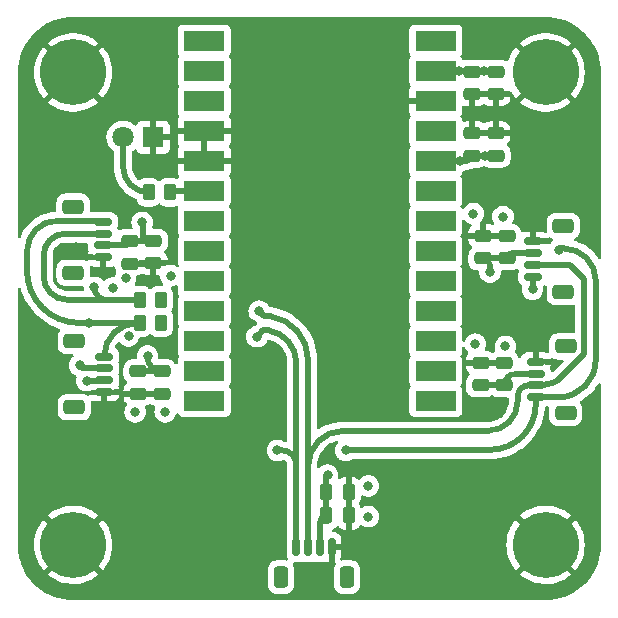
<source format=gbr>
%TF.GenerationSoftware,KiCad,Pcbnew,(6.0.9)*%
%TF.CreationDate,2022-11-18T22:17:03-07:00*%
%TF.ProjectId,AQM,41514d2e-6b69-4636-9164-5f7063625858,rev?*%
%TF.SameCoordinates,Original*%
%TF.FileFunction,Copper,L1,Top*%
%TF.FilePolarity,Positive*%
%FSLAX46Y46*%
G04 Gerber Fmt 4.6, Leading zero omitted, Abs format (unit mm)*
G04 Created by KiCad (PCBNEW (6.0.9)) date 2022-11-18 22:17:03*
%MOMM*%
%LPD*%
G01*
G04 APERTURE LIST*
G04 Aperture macros list*
%AMRoundRect*
0 Rectangle with rounded corners*
0 $1 Rounding radius*
0 $2 $3 $4 $5 $6 $7 $8 $9 X,Y pos of 4 corners*
0 Add a 4 corners polygon primitive as box body*
4,1,4,$2,$3,$4,$5,$6,$7,$8,$9,$2,$3,0*
0 Add four circle primitives for the rounded corners*
1,1,$1+$1,$2,$3*
1,1,$1+$1,$4,$5*
1,1,$1+$1,$6,$7*
1,1,$1+$1,$8,$9*
0 Add four rect primitives between the rounded corners*
20,1,$1+$1,$2,$3,$4,$5,0*
20,1,$1+$1,$4,$5,$6,$7,0*
20,1,$1+$1,$6,$7,$8,$9,0*
20,1,$1+$1,$8,$9,$2,$3,0*%
G04 Aperture macros list end*
%TA.AperFunction,SMDPad,CuDef*%
%ADD10R,3.500000X1.700000*%
%TD*%
%TA.AperFunction,SMDPad,CuDef*%
%ADD11RoundRect,0.250000X0.475000X-0.250000X0.475000X0.250000X-0.475000X0.250000X-0.475000X-0.250000X0*%
%TD*%
%TA.AperFunction,ComponentPad*%
%ADD12C,5.600000*%
%TD*%
%TA.AperFunction,SMDPad,CuDef*%
%ADD13RoundRect,0.150000X-0.625000X0.150000X-0.625000X-0.150000X0.625000X-0.150000X0.625000X0.150000X0*%
%TD*%
%TA.AperFunction,SMDPad,CuDef*%
%ADD14RoundRect,0.250000X-0.650000X0.350000X-0.650000X-0.350000X0.650000X-0.350000X0.650000X0.350000X0*%
%TD*%
%TA.AperFunction,SMDPad,CuDef*%
%ADD15RoundRect,0.250000X-0.475000X0.250000X-0.475000X-0.250000X0.475000X-0.250000X0.475000X0.250000X0*%
%TD*%
%TA.AperFunction,SMDPad,CuDef*%
%ADD16RoundRect,0.150000X0.625000X-0.150000X0.625000X0.150000X-0.625000X0.150000X-0.625000X-0.150000X0*%
%TD*%
%TA.AperFunction,SMDPad,CuDef*%
%ADD17RoundRect,0.250000X0.650000X-0.350000X0.650000X0.350000X-0.650000X0.350000X-0.650000X-0.350000X0*%
%TD*%
%TA.AperFunction,SMDPad,CuDef*%
%ADD18RoundRect,0.150000X0.150000X0.625000X-0.150000X0.625000X-0.150000X-0.625000X0.150000X-0.625000X0*%
%TD*%
%TA.AperFunction,SMDPad,CuDef*%
%ADD19RoundRect,0.250000X0.350000X0.650000X-0.350000X0.650000X-0.350000X-0.650000X0.350000X-0.650000X0*%
%TD*%
%TA.AperFunction,SMDPad,CuDef*%
%ADD20RoundRect,0.250000X-0.250000X-0.475000X0.250000X-0.475000X0.250000X0.475000X-0.250000X0.475000X0*%
%TD*%
%TA.AperFunction,SMDPad,CuDef*%
%ADD21RoundRect,0.250000X0.262500X0.450000X-0.262500X0.450000X-0.262500X-0.450000X0.262500X-0.450000X0*%
%TD*%
%TA.AperFunction,ComponentPad*%
%ADD22R,1.800000X1.800000*%
%TD*%
%TA.AperFunction,ComponentPad*%
%ADD23C,1.800000*%
%TD*%
%TA.AperFunction,ViaPad*%
%ADD24C,0.800000*%
%TD*%
%TA.AperFunction,Conductor*%
%ADD25C,0.500000*%
%TD*%
G04 APERTURE END LIST*
D10*
%TO.P,U1,1,D+*%
%TO.N,unconnected-(U1-Pad1)*%
X145110000Y-51304400D03*
%TO.P,U1,2,TX*%
%TO.N,unconnected-(U1-Pad2)*%
X145110000Y-53844400D03*
%TO.P,U1,3,RX*%
%TO.N,unconnected-(U1-Pad3)*%
X145110000Y-56384400D03*
%TO.P,U1,4,GND*%
%TO.N,GND*%
X145110000Y-58924400D03*
%TO.P,U1,5,GND*%
X145110000Y-61464400D03*
%TO.P,U1,6,D2*%
%TO.N,Net-(R1-Pad1)*%
X145110000Y-64004400D03*
%TO.P,U1,7,D3*%
%TO.N,unconnected-(U1-Pad7)*%
X145110000Y-66544400D03*
%TO.P,U1,8,D4*%
%TO.N,unconnected-(U1-Pad8)*%
X145110000Y-69084400D03*
%TO.P,U1,9,D5*%
%TO.N,unconnected-(U1-Pad9)*%
X145110000Y-71624400D03*
%TO.P,U1,10,D6*%
%TO.N,unconnected-(U1-Pad10)*%
X145110000Y-74164400D03*
%TO.P,U1,11,D7*%
%TO.N,unconnected-(U1-Pad11)*%
X145110000Y-76704400D03*
%TO.P,U1,12,D8*%
%TO.N,unconnected-(U1-Pad12)*%
X145110000Y-79244400D03*
%TO.P,U1,13,D9*%
%TO.N,unconnected-(U1-Pad13)*%
X145110000Y-81784400D03*
%TO.P,U1,14,D10*%
%TO.N,unconnected-(U1-Pad14)*%
X164690000Y-81784400D03*
%TO.P,U1,15,MOSI*%
%TO.N,unconnected-(U1-Pad15)*%
X164690000Y-79244400D03*
%TO.P,U1,16,MISO*%
%TO.N,unconnected-(U1-Pad16)*%
X164690000Y-76704400D03*
%TO.P,U1,17,SCLK*%
%TO.N,unconnected-(U1-Pad17)*%
X164690000Y-74164400D03*
%TO.P,U1,18,A0*%
%TO.N,unconnected-(U1-Pad18)*%
X164690000Y-71624400D03*
%TO.P,U1,19,A1*%
%TO.N,unconnected-(U1-Pad19)*%
X164690000Y-69084400D03*
%TO.P,U1,20,A2*%
%TO.N,unconnected-(U1-Pad20)*%
X164690000Y-66544400D03*
%TO.P,U1,21,A3*%
%TO.N,unconnected-(U1-Pad21)*%
X164690000Y-64004400D03*
%TO.P,U1,22,3V3*%
%TO.N,+3V3*%
X164690000Y-61464400D03*
%TO.P,U1,23,RST*%
%TO.N,unconnected-(U1-Pad23)*%
X164690000Y-58924400D03*
%TO.P,U1,24,GND*%
%TO.N,GND*%
X164690000Y-56384400D03*
%TO.P,U1,25,VBUS*%
%TO.N,VBUS*%
X164690000Y-53844400D03*
%TO.P,U1,26,D-*%
%TO.N,unconnected-(U1-Pad26)*%
X164690000Y-51304400D03*
%TD*%
D11*
%TO.P,C1,1*%
%TO.N,+3V3*%
X167800000Y-61050000D03*
%TO.P,C1,2*%
%TO.N,GND*%
X167800000Y-59150000D03*
%TD*%
D12*
%TO.P,H4,1,1*%
%TO.N,GND*%
X134000000Y-54000000D03*
%TD*%
%TO.P,H3,1,1*%
%TO.N,GND*%
X174000000Y-54000000D03*
%TD*%
%TO.P,H2,1,1*%
%TO.N,GND*%
X134000000Y-94000000D03*
%TD*%
%TO.P,H1,1,1*%
%TO.N,GND*%
X174000000Y-94000000D03*
%TD*%
D13*
%TO.P,J1,1,Pin_1*%
%TO.N,GND*%
X172975000Y-68300000D03*
%TO.P,J1,2,Pin_2*%
%TO.N,Net-(C7-Pad1)*%
X172975000Y-69300000D03*
%TO.P,J1,3,Pin_3*%
%TO.N,/I2C.SDA*%
X172975000Y-70300000D03*
%TO.P,J1,4,Pin_4*%
%TO.N,/I2C.SCL*%
X172975000Y-71300000D03*
D14*
%TO.P,J1,MP*%
%TO.N,N/C*%
X175500000Y-67000000D03*
X175500000Y-72600000D03*
%TD*%
D15*
%TO.P,C11,2*%
%TO.N,GND*%
X139500000Y-81200000D03*
%TO.P,C11,1*%
%TO.N,Net-(C11-Pad1)*%
X139500000Y-79300000D03*
%TD*%
%TO.P,C3,1*%
%TO.N,VBUS*%
X167800000Y-53950000D03*
%TO.P,C3,2*%
%TO.N,GND*%
X167800000Y-55850000D03*
%TD*%
%TO.P,C14,2*%
%TO.N,GND*%
X141500000Y-81200000D03*
%TO.P,C14,1*%
%TO.N,Net-(C11-Pad1)*%
X141500000Y-79300000D03*
%TD*%
D16*
%TO.P,J5,1,Pin_1*%
%TO.N,GND*%
X136525000Y-69650000D03*
%TO.P,J5,2,Pin_2*%
%TO.N,Net-(C10-Pad1)*%
X136525000Y-68650000D03*
%TO.P,J5,3,Pin_3*%
%TO.N,/I2C.SDA*%
X136525000Y-67650000D03*
%TO.P,J5,4,Pin_4*%
%TO.N,/I2C.SCL*%
X136525000Y-66650000D03*
D17*
%TO.P,J5,MP*%
%TO.N,N/C*%
X134000000Y-65350000D03*
X134000000Y-70950000D03*
%TD*%
D15*
%TO.P,C13,1*%
%TO.N,Net-(C10-Pad1)*%
X138800000Y-68275000D03*
%TO.P,C13,2*%
%TO.N,GND*%
X138800000Y-70175000D03*
%TD*%
D14*
%TO.P,J4,MP*%
%TO.N,N/C*%
X175700000Y-82800000D03*
X175700000Y-77200000D03*
D13*
%TO.P,J4,4,Pin_4*%
%TO.N,/I2C.SCL*%
X173175000Y-81500000D03*
%TO.P,J4,3,Pin_3*%
%TO.N,/I2C.SDA*%
X173175000Y-80500000D03*
%TO.P,J4,2,Pin_2*%
%TO.N,Net-(C12-Pad1)*%
X173175000Y-79500000D03*
%TO.P,J4,1,Pin_1*%
%TO.N,GND*%
X173175000Y-78500000D03*
%TD*%
D11*
%TO.P,C12,1*%
%TO.N,Net-(C12-Pad1)*%
X168495000Y-80485000D03*
%TO.P,C12,2*%
%TO.N,GND*%
X168495000Y-78585000D03*
%TD*%
D16*
%TO.P,J3,1,Pin_1*%
%TO.N,GND*%
X136625000Y-81050000D03*
%TO.P,J3,2,Pin_2*%
%TO.N,Net-(C11-Pad1)*%
X136625000Y-80050000D03*
%TO.P,J3,3,Pin_3*%
%TO.N,/I2C.SDA*%
X136625000Y-79050000D03*
%TO.P,J3,4,Pin_4*%
%TO.N,/I2C.SCL*%
X136625000Y-78050000D03*
D17*
%TO.P,J3,MP*%
%TO.N,N/C*%
X134100000Y-82350000D03*
X134100000Y-76750000D03*
%TD*%
D11*
%TO.P,C7,1*%
%TO.N,Net-(C7-Pad1)*%
X168700000Y-69750000D03*
%TO.P,C7,2*%
%TO.N,GND*%
X168700000Y-67850000D03*
%TD*%
D18*
%TO.P,J2,1,Pin_1*%
%TO.N,GND*%
X155900000Y-94200000D03*
%TO.P,J2,2,Pin_2*%
%TO.N,Net-(C5-Pad1)*%
X154900000Y-94200000D03*
%TO.P,J2,3,Pin_3*%
%TO.N,/I2C.SDA*%
X153900000Y-94200000D03*
%TO.P,J2,4,Pin_4*%
%TO.N,/I2C.SCL*%
X152900000Y-94200000D03*
D19*
%TO.P,J2,MP*%
%TO.N,N/C*%
X157200000Y-96725000D03*
X151600000Y-96725000D03*
%TD*%
D20*
%TO.P,C5,1*%
%TO.N,Net-(C5-Pad1)*%
X155450000Y-91500000D03*
%TO.P,C5,2*%
%TO.N,GND*%
X157350000Y-91500000D03*
%TD*%
D21*
%TO.P,R2,1*%
%TO.N,Net-(JP1-Pad1)*%
X141455000Y-73280000D03*
%TO.P,R2,2*%
%TO.N,/I2C.SDA*%
X139630000Y-73280000D03*
%TD*%
%TO.P,R1,1*%
%TO.N,Net-(R1-Pad1)*%
X142212500Y-64150000D03*
%TO.P,R1,2*%
%TO.N,Net-(D1-Pad2)*%
X140387500Y-64150000D03*
%TD*%
%TO.P,R3,1*%
%TO.N,Net-(JP1-Pad1)*%
X141460000Y-75205000D03*
%TO.P,R3,2*%
%TO.N,/I2C.SCL*%
X139635000Y-75205000D03*
%TD*%
D11*
%TO.P,C8,1*%
%TO.N,Net-(C7-Pad1)*%
X170695000Y-69735000D03*
%TO.P,C8,2*%
%TO.N,GND*%
X170695000Y-67835000D03*
%TD*%
D15*
%TO.P,C10,1*%
%TO.N,Net-(C10-Pad1)*%
X140795000Y-68260000D03*
%TO.P,C10,2*%
%TO.N,GND*%
X140795000Y-70160000D03*
%TD*%
D11*
%TO.P,C9,1*%
%TO.N,Net-(C12-Pad1)*%
X170500000Y-80500000D03*
%TO.P,C9,2*%
%TO.N,GND*%
X170500000Y-78600000D03*
%TD*%
D20*
%TO.P,C6,1*%
%TO.N,Net-(C5-Pad1)*%
X155450000Y-89500000D03*
%TO.P,C6,2*%
%TO.N,GND*%
X157350000Y-89500000D03*
%TD*%
D22*
%TO.P,D1,1,K*%
%TO.N,GND*%
X140775000Y-59500000D03*
D23*
%TO.P,D1,2,A*%
%TO.N,Net-(D1-Pad2)*%
X138235000Y-59500000D03*
%TD*%
D11*
%TO.P,C2,1*%
%TO.N,+3V3*%
X169800000Y-61050000D03*
%TO.P,C2,2*%
%TO.N,GND*%
X169800000Y-59150000D03*
%TD*%
D15*
%TO.P,C4,1*%
%TO.N,VBUS*%
X169800000Y-53950000D03*
%TO.P,C4,2*%
%TO.N,GND*%
X169800000Y-55850000D03*
%TD*%
D24*
%TO.N,/I2C.SCL*%
X175100000Y-69050000D03*
X172900000Y-72350000D03*
%TO.N,Net-(C7-Pad1)*%
X169300000Y-70900000D03*
%TO.N,VBUS*%
X168805600Y-53844400D03*
X166705600Y-53844400D03*
%TO.N,+3V3*%
X168850000Y-61050000D03*
X166785600Y-61464400D03*
X170400000Y-66200000D03*
%TO.N,VBUS*%
X167900000Y-65950000D03*
X170600000Y-77200000D03*
%TO.N,+3V3*%
X168050000Y-77000000D03*
%TO.N,/I2C.SCL*%
X157100000Y-86000000D03*
X151300000Y-86000000D03*
%TO.N,VBUS*%
X159000000Y-91600000D03*
%TO.N,+3V3*%
X159000000Y-89000000D03*
%TO.N,Net-(C5-Pad1)*%
X155550000Y-88100000D03*
%TO.N,GND*%
X134250000Y-68800000D03*
X136800000Y-70900000D03*
X140600000Y-71550000D03*
%TO.N,+3V3*%
X137350000Y-72250000D03*
%TO.N,VBUS*%
X138700000Y-76300000D03*
%TO.N,+3V3*%
X141800000Y-82750000D03*
%TO.N,VBUS*%
X139250000Y-82750000D03*
%TO.N,/I2C.SDA*%
X149750000Y-74200000D03*
%TO.N,/I2C.SCL*%
X135305000Y-75205000D03*
X149570729Y-76364500D03*
%TO.N,Net-(C11-Pad1)*%
X140300000Y-78000000D03*
X135150000Y-80100000D03*
%TO.N,+3V3*%
X142250000Y-71200000D03*
%TO.N,VBUS*%
X138450000Y-71400000D03*
%TO.N,Net-(C10-Pad1)*%
X139850000Y-66700000D03*
%TO.N,/I2C.SDA*%
X134550000Y-78800000D03*
X135800000Y-72200000D03*
%TD*%
D25*
%TO.N,/I2C.SCL*%
X175550000Y-68900000D02*
X175250000Y-68900000D01*
%TO.N,/I2C.SDA*%
X174188678Y-80384894D02*
X173786687Y-80460039D01*
X173379477Y-80497773D02*
X173175000Y-80500000D01*
X173786687Y-80460039D02*
X173379477Y-80497773D01*
%TO.N,/I2C.SCL*%
X175550000Y-68900000D02*
G75*
G02*
X178250000Y-71600000I0J-2700000D01*
G01*
X178250000Y-78350000D02*
X178250000Y-71600000D01*
%TO.N,/I2C.SDA*%
X174963359Y-80125247D02*
X174582021Y-80272978D01*
%TO.N,/I2C.SCL*%
X172900000Y-72350000D02*
X172900000Y-71375000D01*
%TO.N,/I2C.SDA*%
X172975000Y-70300000D02*
X176067530Y-70300000D01*
%TO.N,/I2C.SCL*%
X178250000Y-78350000D02*
G75*
G02*
X175100000Y-81500000I-3150000J0D01*
G01*
%TO.N,/I2C.SDA*%
X174582021Y-80272978D02*
X174188678Y-80384894D01*
X177248776Y-71481246D02*
X177248776Y-77839830D01*
%TO.N,/I2C.SCL*%
X173175000Y-81500000D02*
X175100000Y-81500000D01*
%TO.N,/I2C.SDA*%
X177248776Y-77839830D02*
X174963359Y-80125247D01*
%TO.N,/I2C.SCL*%
X175100000Y-69050000D02*
G75*
G02*
X175250000Y-68900000I150000J0D01*
G01*
%TO.N,/I2C.SDA*%
X176067530Y-70300000D02*
X177248776Y-71481246D01*
%TO.N,/I2C.SCL*%
X172975000Y-71300000D02*
G75*
G03*
X172900000Y-71375000I0J-75000D01*
G01*
X150098037Y-75837192D02*
X149570729Y-76364500D01*
X150569414Y-75837226D02*
G75*
G02*
X152899999Y-78600000I-474514J-2764674D01*
G01*
X152900000Y-87200000D02*
X152900000Y-78600000D01*
X150569420Y-75837192D02*
X150098037Y-75837192D01*
%TO.N,Net-(C7-Pad1)*%
X169300000Y-70900000D02*
X169300000Y-70350000D01*
X168700000Y-69750000D02*
G75*
G02*
X169300000Y-70350000I0J-600000D01*
G01*
%TO.N,VBUS*%
X168805600Y-53844400D02*
X169694400Y-53844400D01*
X166705600Y-53844400D02*
X168805600Y-53844400D01*
%TO.N,+3V3*%
X168850000Y-61050000D02*
X169800000Y-61050000D01*
X166785600Y-61464400D02*
X167385600Y-61464400D01*
%TO.N,VBUS*%
X163790000Y-53844400D02*
X166705600Y-53844400D01*
X169800000Y-53950000D02*
G75*
G03*
X169694400Y-53844400I-105600J0D01*
G01*
%TO.N,+3V3*%
X167800000Y-61050000D02*
X168850000Y-61050000D01*
X163790000Y-61464400D02*
X166785600Y-61464400D01*
X167800000Y-61050000D02*
G75*
G02*
X167385600Y-61464400I-414400J0D01*
G01*
%TO.N,/I2C.SCL*%
X152900000Y-94200000D02*
X152900000Y-87200000D01*
X151300000Y-86000000D02*
X151700000Y-86000000D01*
X152900000Y-87200000D02*
G75*
G03*
X151700000Y-86000000I-1200000J0D01*
G01*
X169300000Y-85950000D02*
G75*
G03*
X173175000Y-82075000I0J3875000D01*
G01*
X173175000Y-81500000D02*
X173175000Y-82075000D01*
X169300000Y-85950000D02*
X157150000Y-85950000D01*
X157100000Y-86000000D02*
G75*
G02*
X157150000Y-85950000I50000J0D01*
G01*
%TO.N,/I2C.SDA*%
X153900000Y-78351882D02*
X153900000Y-87300000D01*
X153900000Y-87300000D02*
G75*
G02*
X156850000Y-84350000I2950000J0D01*
G01*
X153900000Y-87300000D02*
X153900000Y-94200000D01*
X171650000Y-81401472D02*
G75*
G02*
X172551472Y-80500000I901500J-28D01*
G01*
X169100000Y-84350000D02*
G75*
G03*
X171650000Y-81800000I0J2550000D01*
G01*
X169100000Y-84350000D02*
X156850000Y-84350000D01*
X173175000Y-80500000D02*
X172551472Y-80500000D01*
X171650000Y-81401472D02*
X171650000Y-81800000D01*
%TO.N,Net-(C5-Pad1)*%
X155550000Y-88100000D02*
G75*
G03*
X155450000Y-88200000I0J-100000D01*
G01*
X155450000Y-89500000D02*
X155450000Y-88200000D01*
X155450000Y-91500000D02*
X155450000Y-89500000D01*
X154900000Y-94200000D02*
X154900000Y-92050000D01*
X155450000Y-91500000D02*
G75*
G03*
X154900000Y-92050000I0J-550000D01*
G01*
%TO.N,/I2C.SDA*%
X153900028Y-78351882D02*
G75*
G03*
X150700593Y-74638202I-3755028J-18D01*
G01*
X149750000Y-74200000D02*
X150188202Y-74638202D01*
X150188202Y-74638202D02*
X150700593Y-74638202D01*
%TO.N,/I2C.SCL*%
X139635000Y-75205000D02*
X135305000Y-75205000D01*
X135305000Y-75205000D02*
X134505000Y-75205000D01*
%TO.N,Net-(C12-Pad1)*%
X171500000Y-79500000D02*
G75*
G03*
X170500000Y-80500000I0J-1000000D01*
G01*
X171500000Y-79500000D02*
X173175000Y-79500000D01*
%TO.N,Net-(C7-Pad1)*%
X170695000Y-69735000D02*
X168715000Y-69735000D01*
X168700000Y-69750000D02*
G75*
G02*
X168715000Y-69735000I15000J0D01*
G01*
X172975000Y-69300000D02*
X171130000Y-69300000D01*
X170695000Y-69735000D02*
G75*
G02*
X171130000Y-69300000I435000J0D01*
G01*
%TO.N,Net-(C11-Pad1)*%
X140300000Y-78100000D02*
X140300000Y-78000000D01*
X140300000Y-78100000D02*
G75*
G03*
X141500000Y-79300000I1200000J0D01*
G01*
X139500000Y-79300000D02*
X141500000Y-79300000D01*
%TO.N,Net-(C12-Pad1)*%
X168900000Y-80500000D02*
X170900000Y-80500000D01*
%TO.N,Net-(C11-Pad1)*%
X135150000Y-80100000D02*
X136575000Y-80100000D01*
X136625000Y-80050000D02*
G75*
G02*
X136575000Y-80100000I-50000J0D01*
G01*
%TO.N,GND*%
X140795000Y-70160000D02*
X140795000Y-70295000D01*
%TO.N,Net-(C10-Pad1)*%
X139960000Y-68260000D02*
X139960000Y-66810000D01*
X139850000Y-66700000D02*
G75*
G02*
X139960000Y-66810000I0J-110000D01*
G01*
X140795000Y-68260000D02*
X139960000Y-68260000D01*
X139960000Y-68260000D02*
X138815000Y-68260000D01*
%TO.N,/I2C.SDA*%
X139630000Y-73280000D02*
X136880000Y-73280000D01*
X135800000Y-72200000D02*
G75*
G03*
X136880000Y-73280000I1080000J0D01*
G01*
X134800000Y-79050000D02*
G75*
G02*
X134550000Y-78800000I0J250000D01*
G01*
X134800000Y-79050000D02*
X136625000Y-79050000D01*
X133500000Y-73250000D02*
G75*
G02*
X131500000Y-71250000I0J2000000D01*
G01*
X131500000Y-69500000D02*
X131500000Y-71250000D01*
X136525000Y-67650000D02*
X133350000Y-67650000D01*
X131500000Y-69500000D02*
G75*
G02*
X133350000Y-67650000I1850000J0D01*
G01*
X133500000Y-73250000D02*
X139600000Y-73250000D01*
X139630000Y-73280000D02*
G75*
G03*
X139600000Y-73250000I-30000J0D01*
G01*
%TO.N,/I2C.SCL*%
X130100000Y-70800000D02*
X130100000Y-69100000D01*
X132650000Y-66550000D02*
G75*
G03*
X130100000Y-69100000I0J-2550000D01*
G01*
X130100000Y-70800000D02*
G75*
G03*
X134505000Y-75205000I4405000J0D01*
G01*
X132650000Y-66550000D02*
X136425000Y-66550000D01*
X136525000Y-66650000D02*
G75*
G03*
X136425000Y-66550000I-100000J0D01*
G01*
X139635000Y-75205000D02*
X139470000Y-75205000D01*
X136625000Y-78050000D02*
G75*
G02*
X139470000Y-75205000I2845000J0D01*
G01*
%TO.N,Net-(C10-Pad1)*%
X138800000Y-68275000D02*
G75*
G02*
X138815000Y-68260000I15000J0D01*
G01*
X136525000Y-68650000D02*
X138425000Y-68650000D01*
X138800000Y-68275000D02*
G75*
G02*
X138425000Y-68650000I-375000J0D01*
G01*
%TO.N,Net-(D1-Pad2)*%
X138235000Y-61997500D02*
X138235000Y-59500000D01*
X138235000Y-61997500D02*
G75*
G03*
X140387500Y-64150000I2152500J0D01*
G01*
%TO.N,Net-(R1-Pad1)*%
X146010000Y-64004400D02*
X142358100Y-64004400D01*
X142358100Y-64004400D02*
X142212500Y-64150000D01*
%TD*%
%TA.AperFunction,Conductor*%
%TO.N,GND*%
G36*
X173950633Y-49308500D02*
G01*
X173970018Y-49310000D01*
X173984851Y-49312310D01*
X173984855Y-49312310D01*
X173993724Y-49313691D01*
X174014183Y-49311016D01*
X174036007Y-49310072D01*
X174403396Y-49326113D01*
X174414345Y-49327071D01*
X174809227Y-49379057D01*
X174820032Y-49380963D01*
X175208885Y-49467170D01*
X175219495Y-49470013D01*
X175599345Y-49589779D01*
X175609658Y-49593532D01*
X175977647Y-49745958D01*
X175987582Y-49750591D01*
X176340878Y-49934506D01*
X176350386Y-49939995D01*
X176382363Y-49960367D01*
X176686289Y-50153989D01*
X176695293Y-50160293D01*
X177011282Y-50402759D01*
X177019685Y-50409811D01*
X177166515Y-50544356D01*
X177313335Y-50678893D01*
X177321107Y-50686665D01*
X177432692Y-50808437D01*
X177590189Y-50980315D01*
X177597241Y-50988718D01*
X177660581Y-51071265D01*
X177839707Y-51304707D01*
X177846011Y-51313711D01*
X178060004Y-51649613D01*
X178065494Y-51659122D01*
X178249400Y-52012400D01*
X178254042Y-52022353D01*
X178406465Y-52390334D01*
X178410221Y-52400655D01*
X178484023Y-52634724D01*
X178529987Y-52780504D01*
X178532830Y-52791115D01*
X178619037Y-53179968D01*
X178620943Y-53190773D01*
X178632779Y-53280679D01*
X178672929Y-53585655D01*
X178673887Y-53596604D01*
X178675584Y-53635461D01*
X178689603Y-53956552D01*
X178688223Y-53981429D01*
X178686309Y-53993724D01*
X178687473Y-54002626D01*
X178687473Y-54002628D01*
X178690436Y-54025283D01*
X178691500Y-54041621D01*
X178691500Y-69658715D01*
X178671498Y-69726836D01*
X178617842Y-69773329D01*
X178547568Y-69783433D01*
X178482988Y-69753939D01*
X178457426Y-69723492D01*
X178430695Y-69678893D01*
X178430689Y-69678884D01*
X178429106Y-69676243D01*
X178357755Y-69580038D01*
X178228528Y-69405795D01*
X178228525Y-69405791D01*
X178226681Y-69403305D01*
X177998478Y-69151522D01*
X177746695Y-68923319D01*
X177728748Y-68910008D01*
X177476242Y-68722737D01*
X177473757Y-68720894D01*
X177471116Y-68719311D01*
X177471107Y-68719305D01*
X177184933Y-68547780D01*
X177184934Y-68547780D01*
X177182292Y-68546197D01*
X177179510Y-68544881D01*
X176877899Y-68402229D01*
X176877890Y-68402225D01*
X176875107Y-68400909D01*
X176715134Y-68343670D01*
X176558068Y-68287470D01*
X176558059Y-68287467D01*
X176555160Y-68286430D01*
X176503918Y-68273595D01*
X176442700Y-68237640D01*
X176410638Y-68174296D01*
X176417912Y-68103673D01*
X176462213Y-68048194D01*
X176473343Y-68041751D01*
X176473946Y-68041550D01*
X176477646Y-68039260D01*
X176477657Y-68039254D01*
X176618120Y-67952332D01*
X176624348Y-67948478D01*
X176749305Y-67823303D01*
X176760377Y-67805341D01*
X176838275Y-67678968D01*
X176838276Y-67678966D01*
X176842115Y-67672738D01*
X176884367Y-67545352D01*
X176895632Y-67511389D01*
X176895632Y-67511387D01*
X176897797Y-67504861D01*
X176898944Y-67493672D01*
X176904760Y-67436898D01*
X176908500Y-67400400D01*
X176908500Y-66599600D01*
X176899211Y-66510072D01*
X176898238Y-66500692D01*
X176898237Y-66500688D01*
X176897526Y-66493834D01*
X176895228Y-66486944D01*
X176843868Y-66333002D01*
X176841550Y-66326054D01*
X176748478Y-66175652D01*
X176623303Y-66050695D01*
X176617072Y-66046854D01*
X176478968Y-65961725D01*
X176478966Y-65961724D01*
X176472738Y-65957885D01*
X176312254Y-65904655D01*
X176311389Y-65904368D01*
X176311387Y-65904368D01*
X176304861Y-65902203D01*
X176298025Y-65901503D01*
X176298022Y-65901502D01*
X176254969Y-65897091D01*
X176200400Y-65891500D01*
X174799600Y-65891500D01*
X174796354Y-65891837D01*
X174796350Y-65891837D01*
X174700692Y-65901762D01*
X174700688Y-65901763D01*
X174693834Y-65902474D01*
X174687298Y-65904655D01*
X174687296Y-65904655D01*
X174662994Y-65912763D01*
X174526054Y-65958450D01*
X174375652Y-66051522D01*
X174250695Y-66176697D01*
X174246855Y-66182927D01*
X174246854Y-66182928D01*
X174218102Y-66229573D01*
X174157885Y-66327262D01*
X174139277Y-66383365D01*
X174105898Y-66484000D01*
X174102203Y-66495139D01*
X174101503Y-66501975D01*
X174101502Y-66501978D01*
X174097091Y-66545031D01*
X174091500Y-66599600D01*
X174091500Y-67400400D01*
X174091837Y-67403646D01*
X174091837Y-67403650D01*
X174092568Y-67410695D01*
X174095173Y-67435794D01*
X174096177Y-67445474D01*
X174083313Y-67515295D01*
X174034742Y-67567077D01*
X173965886Y-67584380D01*
X173906711Y-67566932D01*
X173870221Y-67545352D01*
X173855790Y-67539107D01*
X173709935Y-67496731D01*
X173697333Y-67494430D01*
X173668916Y-67492193D01*
X173663986Y-67492000D01*
X173247115Y-67492000D01*
X173231876Y-67496475D01*
X173230671Y-67497865D01*
X173229000Y-67505548D01*
X173229000Y-68027885D01*
X173233475Y-68043124D01*
X173234865Y-68044329D01*
X173242548Y-68046000D01*
X174236878Y-68046000D01*
X174252117Y-68041525D01*
X174271102Y-68019616D01*
X174275090Y-68010881D01*
X174334814Y-67972494D01*
X174405811Y-67972490D01*
X174436435Y-67986128D01*
X174509427Y-68031121D01*
X174527262Y-68042115D01*
X174578191Y-68059007D01*
X174578781Y-68059203D01*
X174637140Y-68099634D01*
X174664377Y-68165198D01*
X174651843Y-68235080D01*
X174613174Y-68280732D01*
X174603900Y-68287470D01*
X174488747Y-68371134D01*
X174484326Y-68376044D01*
X174484325Y-68376045D01*
X174454561Y-68409101D01*
X174360960Y-68513056D01*
X174358678Y-68511001D01*
X174313023Y-68546248D01*
X174258427Y-68554550D01*
X174250584Y-68554000D01*
X173917570Y-68554000D01*
X173868725Y-68543885D01*
X173863601Y-68540855D01*
X173855993Y-68538645D01*
X173855989Y-68538643D01*
X173767915Y-68513056D01*
X173703831Y-68494438D01*
X173697426Y-68493934D01*
X173697421Y-68493933D01*
X173668958Y-68491693D01*
X173668950Y-68491693D01*
X173666502Y-68491500D01*
X172847000Y-68491500D01*
X172778879Y-68471498D01*
X172732386Y-68417842D01*
X172721000Y-68365500D01*
X172721000Y-67510116D01*
X172716525Y-67494877D01*
X172715135Y-67493672D01*
X172707452Y-67492001D01*
X172286017Y-67492001D01*
X172281080Y-67492195D01*
X172252664Y-67494430D01*
X172240069Y-67496730D01*
X172094207Y-67539108D01*
X172093227Y-67539532D01*
X172092393Y-67539635D01*
X172086600Y-67541318D01*
X172086329Y-67540384D01*
X172022766Y-67548230D01*
X171958787Y-67517453D01*
X171921604Y-67456972D01*
X171917858Y-67436898D01*
X171917744Y-67435794D01*
X171914851Y-67422400D01*
X171863412Y-67268216D01*
X171857239Y-67255038D01*
X171771937Y-67117193D01*
X171762901Y-67105792D01*
X171648171Y-66991261D01*
X171636760Y-66982249D01*
X171498757Y-66897184D01*
X171485576Y-66891037D01*
X171331290Y-66839862D01*
X171317914Y-66836995D01*
X171288059Y-66833936D01*
X171222332Y-66807095D01*
X171181550Y-66748980D01*
X171178661Y-66678043D01*
X171191782Y-66645592D01*
X171231223Y-66577279D01*
X171231224Y-66577278D01*
X171234527Y-66571556D01*
X171293542Y-66389928D01*
X171300129Y-66327262D01*
X171312814Y-66206565D01*
X171313504Y-66200000D01*
X171307190Y-66139928D01*
X171294232Y-66016635D01*
X171294232Y-66016633D01*
X171293542Y-66010072D01*
X171234527Y-65828444D01*
X171213990Y-65792872D01*
X171142341Y-65668774D01*
X171139040Y-65663056D01*
X171067934Y-65584084D01*
X171015675Y-65526045D01*
X171015674Y-65526044D01*
X171011253Y-65521134D01*
X170856752Y-65408882D01*
X170850724Y-65406198D01*
X170850722Y-65406197D01*
X170688319Y-65333891D01*
X170688318Y-65333891D01*
X170682288Y-65331206D01*
X170588887Y-65311353D01*
X170501944Y-65292872D01*
X170501939Y-65292872D01*
X170495487Y-65291500D01*
X170304513Y-65291500D01*
X170298061Y-65292872D01*
X170298056Y-65292872D01*
X170211113Y-65311353D01*
X170117712Y-65331206D01*
X170111682Y-65333891D01*
X170111681Y-65333891D01*
X169949278Y-65406197D01*
X169949276Y-65406198D01*
X169943248Y-65408882D01*
X169788747Y-65521134D01*
X169784326Y-65526044D01*
X169784325Y-65526045D01*
X169732067Y-65584084D01*
X169660960Y-65663056D01*
X169657659Y-65668774D01*
X169586011Y-65792872D01*
X169565473Y-65828444D01*
X169506458Y-66010072D01*
X169505768Y-66016633D01*
X169505768Y-66016635D01*
X169492810Y-66139928D01*
X169486496Y-66200000D01*
X169487186Y-66206565D01*
X169499872Y-66327262D01*
X169506458Y-66389928D01*
X169565473Y-66571556D01*
X169568776Y-66577278D01*
X169568777Y-66577279D01*
X169657512Y-66730972D01*
X169674250Y-66799967D01*
X169651030Y-66867059D01*
X169595223Y-66910946D01*
X169524547Y-66917695D01*
X169495140Y-66908165D01*
X169490580Y-66906038D01*
X169336290Y-66854862D01*
X169322914Y-66851995D01*
X169228562Y-66842328D01*
X169222145Y-66842000D01*
X168972115Y-66842000D01*
X168956876Y-66846475D01*
X168955671Y-66847865D01*
X168954000Y-66855548D01*
X168954000Y-67577885D01*
X168958475Y-67593124D01*
X168959865Y-67594329D01*
X168967548Y-67596000D01*
X169403885Y-67596000D01*
X169437588Y-67586104D01*
X169473086Y-67581000D01*
X170823000Y-67581000D01*
X170891121Y-67601002D01*
X170937614Y-67654658D01*
X170949000Y-67707000D01*
X170949000Y-67963000D01*
X170928998Y-68031121D01*
X170875342Y-68077614D01*
X170823000Y-68089000D01*
X169991115Y-68089000D01*
X169957412Y-68098896D01*
X169921914Y-68104000D01*
X167485116Y-68104000D01*
X167469877Y-68108475D01*
X167468672Y-68109865D01*
X167467001Y-68117548D01*
X167467001Y-68147095D01*
X167467338Y-68153614D01*
X167477257Y-68249206D01*
X167480149Y-68262600D01*
X167531588Y-68416784D01*
X167537761Y-68429962D01*
X167623063Y-68567807D01*
X167632099Y-68579208D01*
X167746828Y-68693738D01*
X167755762Y-68700794D01*
X167796823Y-68758712D01*
X167800053Y-68829635D01*
X167764426Y-68891046D01*
X167756593Y-68897846D01*
X167750652Y-68901522D01*
X167625695Y-69026697D01*
X167621855Y-69032927D01*
X167621854Y-69032928D01*
X167557376Y-69137531D01*
X167532885Y-69177262D01*
X167508332Y-69251288D01*
X167485062Y-69321446D01*
X167477203Y-69345139D01*
X167466500Y-69449600D01*
X167466500Y-70050400D01*
X167466837Y-70053646D01*
X167466837Y-70053650D01*
X167475063Y-70132928D01*
X167477474Y-70156166D01*
X167533450Y-70323946D01*
X167626522Y-70474348D01*
X167751697Y-70599305D01*
X167757927Y-70603145D01*
X167757928Y-70603146D01*
X167856788Y-70664084D01*
X167902262Y-70692115D01*
X167916152Y-70696722D01*
X168063611Y-70745632D01*
X168063613Y-70745632D01*
X168070139Y-70747797D01*
X168076975Y-70748497D01*
X168076978Y-70748498D01*
X168110584Y-70751941D01*
X168174600Y-70758500D01*
X168261431Y-70758500D01*
X168329552Y-70778502D01*
X168376045Y-70832158D01*
X168384970Y-70886830D01*
X168387186Y-70886830D01*
X168387186Y-70893431D01*
X168386496Y-70900000D01*
X168387186Y-70906565D01*
X168404352Y-71069886D01*
X168406458Y-71089928D01*
X168465473Y-71271556D01*
X168468776Y-71277278D01*
X168468777Y-71277279D01*
X168483161Y-71302193D01*
X168560960Y-71436944D01*
X168565378Y-71441851D01*
X168565379Y-71441852D01*
X168587453Y-71466368D01*
X168688747Y-71578866D01*
X168843248Y-71691118D01*
X168849276Y-71693802D01*
X168849278Y-71693803D01*
X168909077Y-71720427D01*
X169017712Y-71768794D01*
X169111113Y-71788647D01*
X169198056Y-71807128D01*
X169198061Y-71807128D01*
X169204513Y-71808500D01*
X169395487Y-71808500D01*
X169401939Y-71807128D01*
X169401944Y-71807128D01*
X169488887Y-71788647D01*
X169582288Y-71768794D01*
X169690923Y-71720427D01*
X169750722Y-71693803D01*
X169750724Y-71693802D01*
X169756752Y-71691118D01*
X169911253Y-71578866D01*
X170012547Y-71466368D01*
X170034621Y-71441852D01*
X170034622Y-71441851D01*
X170039040Y-71436944D01*
X170116839Y-71302193D01*
X170131223Y-71277279D01*
X170131224Y-71277278D01*
X170134527Y-71271556D01*
X170193542Y-71089928D01*
X170195649Y-71069886D01*
X170212814Y-70906565D01*
X170213504Y-70900000D01*
X170212120Y-70886830D01*
X170211683Y-70882668D01*
X170224456Y-70812830D01*
X170272959Y-70760984D01*
X170336993Y-70743500D01*
X171220400Y-70743500D01*
X171223646Y-70743163D01*
X171223650Y-70743163D01*
X171319308Y-70733238D01*
X171319312Y-70733237D01*
X171326166Y-70732526D01*
X171332702Y-70730345D01*
X171332704Y-70730345D01*
X171486998Y-70678868D01*
X171493946Y-70676550D01*
X171553078Y-70639958D01*
X171621526Y-70621121D01*
X171689296Y-70642282D01*
X171734867Y-70696722D01*
X171736057Y-70700013D01*
X171738644Y-70705991D01*
X171740855Y-70713601D01*
X171744890Y-70720424D01*
X171744891Y-70720426D01*
X171754020Y-70735863D01*
X171771478Y-70804679D01*
X171754020Y-70864137D01*
X171748944Y-70872721D01*
X171740855Y-70886399D01*
X171738644Y-70894010D01*
X171738643Y-70894012D01*
X171734996Y-70906565D01*
X171694438Y-71046169D01*
X171691500Y-71083498D01*
X171691500Y-71516502D01*
X171691693Y-71518950D01*
X171691693Y-71518958D01*
X171691865Y-71521134D01*
X171694438Y-71553831D01*
X171704925Y-71589928D01*
X171733196Y-71687237D01*
X171740855Y-71713601D01*
X171744892Y-71720427D01*
X171821509Y-71849980D01*
X171821511Y-71849983D01*
X171825547Y-71856807D01*
X171943193Y-71974453D01*
X171950011Y-71978485D01*
X171950016Y-71978489D01*
X171959964Y-71984372D01*
X172008416Y-72036266D01*
X172021121Y-72106116D01*
X172015658Y-72131758D01*
X172006458Y-72160072D01*
X172005768Y-72166633D01*
X172005768Y-72166635D01*
X172003970Y-72183744D01*
X171986496Y-72350000D01*
X171987186Y-72356565D01*
X172001264Y-72490506D01*
X172006458Y-72539928D01*
X172065473Y-72721556D01*
X172160960Y-72886944D01*
X172288747Y-73028866D01*
X172443248Y-73141118D01*
X172449276Y-73143802D01*
X172449278Y-73143803D01*
X172611681Y-73216109D01*
X172617712Y-73218794D01*
X172711112Y-73238647D01*
X172798056Y-73257128D01*
X172798061Y-73257128D01*
X172804513Y-73258500D01*
X172995487Y-73258500D01*
X173001939Y-73257128D01*
X173001944Y-73257128D01*
X173088888Y-73238647D01*
X173182288Y-73218794D01*
X173188319Y-73216109D01*
X173350722Y-73143803D01*
X173350724Y-73143802D01*
X173356752Y-73141118D01*
X173511253Y-73028866D01*
X173639040Y-72886944D01*
X173734527Y-72721556D01*
X173793542Y-72539928D01*
X173798737Y-72490506D01*
X173812814Y-72356565D01*
X173813504Y-72350000D01*
X173796009Y-72183547D01*
X173808781Y-72113709D01*
X173857283Y-72061863D01*
X173861322Y-72059807D01*
X173863601Y-72059145D01*
X173898031Y-72038783D01*
X173906586Y-72033724D01*
X173975402Y-72016265D01*
X174042734Y-72038783D01*
X174087202Y-72094128D01*
X174096068Y-72155020D01*
X174091500Y-72199600D01*
X174091500Y-73000400D01*
X174091837Y-73003646D01*
X174091837Y-73003650D01*
X174099355Y-73076103D01*
X174102474Y-73106166D01*
X174104655Y-73112702D01*
X174104655Y-73112704D01*
X174148728Y-73244806D01*
X174158450Y-73273946D01*
X174251522Y-73424348D01*
X174376697Y-73549305D01*
X174527262Y-73642115D01*
X174590398Y-73663056D01*
X174688611Y-73695632D01*
X174688613Y-73695632D01*
X174695139Y-73697797D01*
X174701975Y-73698497D01*
X174701978Y-73698498D01*
X174745031Y-73702909D01*
X174799600Y-73708500D01*
X176200400Y-73708500D01*
X176203646Y-73708163D01*
X176203650Y-73708163D01*
X176299308Y-73698238D01*
X176299312Y-73698237D01*
X176306166Y-73697526D01*
X176312706Y-73695344D01*
X176312711Y-73695343D01*
X176324402Y-73691443D01*
X176395351Y-73688859D01*
X176456435Y-73725044D01*
X176488258Y-73788509D01*
X176490276Y-73810967D01*
X176490276Y-75965500D01*
X176470274Y-76033621D01*
X176416618Y-76080114D01*
X176364276Y-76091500D01*
X174999600Y-76091500D01*
X174996354Y-76091837D01*
X174996350Y-76091837D01*
X174900692Y-76101762D01*
X174900688Y-76101763D01*
X174893834Y-76102474D01*
X174887298Y-76104655D01*
X174887296Y-76104655D01*
X174816415Y-76128303D01*
X174726054Y-76158450D01*
X174575652Y-76251522D01*
X174450695Y-76376697D01*
X174446855Y-76382927D01*
X174446854Y-76382928D01*
X174393938Y-76468774D01*
X174357885Y-76527262D01*
X174346792Y-76560706D01*
X174309797Y-76672245D01*
X174302203Y-76695139D01*
X174301503Y-76701975D01*
X174301502Y-76701978D01*
X174298206Y-76734152D01*
X174291500Y-76799600D01*
X174291500Y-77600400D01*
X174295717Y-77641037D01*
X174296177Y-77645474D01*
X174283313Y-77715295D01*
X174234742Y-77767077D01*
X174165886Y-77784380D01*
X174106711Y-77766932D01*
X174070221Y-77745352D01*
X174055790Y-77739107D01*
X173909935Y-77696731D01*
X173897333Y-77694430D01*
X173868916Y-77692193D01*
X173863986Y-77692000D01*
X173447115Y-77692000D01*
X173431876Y-77696475D01*
X173430671Y-77697865D01*
X173429000Y-77705548D01*
X173429000Y-78227885D01*
X173433475Y-78243124D01*
X173434865Y-78244329D01*
X173442548Y-78246000D01*
X174436878Y-78246000D01*
X174452117Y-78241525D01*
X174471102Y-78219616D01*
X174475090Y-78210881D01*
X174534814Y-78172494D01*
X174605811Y-78172490D01*
X174636434Y-78186128D01*
X174727262Y-78242115D01*
X174790398Y-78263056D01*
X174888611Y-78295632D01*
X174888613Y-78295632D01*
X174895139Y-78297797D01*
X174901975Y-78298497D01*
X174901978Y-78298498D01*
X174933837Y-78301762D01*
X174999600Y-78308500D01*
X175403235Y-78308500D01*
X175471356Y-78328502D01*
X175517849Y-78382158D01*
X175527953Y-78452432D01*
X175498459Y-78517012D01*
X175492330Y-78523595D01*
X174671749Y-79344176D01*
X174609437Y-79378202D01*
X174538622Y-79373137D01*
X174481786Y-79330590D01*
X174457043Y-79264971D01*
X174456068Y-79252588D01*
X174456067Y-79252580D01*
X174455562Y-79246169D01*
X174409145Y-79086399D01*
X174395690Y-79063649D01*
X174378230Y-78994835D01*
X174395689Y-78935370D01*
X174404648Y-78920221D01*
X174410893Y-78905790D01*
X174449939Y-78771395D01*
X174449899Y-78757294D01*
X174442630Y-78754000D01*
X174117570Y-78754000D01*
X174068725Y-78743885D01*
X174063601Y-78740855D01*
X174055993Y-78738645D01*
X174055989Y-78738643D01*
X173945655Y-78706589D01*
X173903831Y-78694438D01*
X173897426Y-78693934D01*
X173897421Y-78693933D01*
X173868958Y-78691693D01*
X173868950Y-78691693D01*
X173866502Y-78691500D01*
X173047000Y-78691500D01*
X172978879Y-78671498D01*
X172932386Y-78617842D01*
X172921000Y-78565500D01*
X172921000Y-77710116D01*
X172916525Y-77694877D01*
X172915135Y-77693672D01*
X172907452Y-77692001D01*
X172486017Y-77692001D01*
X172481080Y-77692195D01*
X172452664Y-77694430D01*
X172440069Y-77696730D01*
X172294210Y-77739107D01*
X172279779Y-77745352D01*
X172150322Y-77821911D01*
X172137896Y-77831551D01*
X172031551Y-77937896D01*
X172021911Y-77950322D01*
X171945352Y-78079779D01*
X171939105Y-78094214D01*
X171935267Y-78107426D01*
X171897054Y-78167262D01*
X171832558Y-78196940D01*
X171762256Y-78187037D01*
X171708467Y-78140698D01*
X171694746Y-78112150D01*
X171668412Y-78033216D01*
X171662239Y-78020038D01*
X171576937Y-77882193D01*
X171567901Y-77870792D01*
X171453171Y-77756261D01*
X171452619Y-77755825D01*
X171452340Y-77755432D01*
X171447991Y-77751090D01*
X171448734Y-77750345D01*
X171411560Y-77697905D01*
X171408333Y-77626982D01*
X171421599Y-77593948D01*
X171431223Y-77577279D01*
X171431224Y-77577278D01*
X171434527Y-77571556D01*
X171493542Y-77389928D01*
X171494872Y-77377279D01*
X171512814Y-77206565D01*
X171513504Y-77200000D01*
X171508795Y-77155200D01*
X171494232Y-77016635D01*
X171494232Y-77016633D01*
X171493542Y-77010072D01*
X171434527Y-76828444D01*
X171339040Y-76663056D01*
X171321164Y-76643202D01*
X171215675Y-76526045D01*
X171215674Y-76526044D01*
X171211253Y-76521134D01*
X171062657Y-76413172D01*
X171062094Y-76412763D01*
X171062093Y-76412762D01*
X171056752Y-76408882D01*
X171050724Y-76406198D01*
X171050722Y-76406197D01*
X170888319Y-76333891D01*
X170888318Y-76333891D01*
X170882288Y-76331206D01*
X170788887Y-76311353D01*
X170701944Y-76292872D01*
X170701939Y-76292872D01*
X170695487Y-76291500D01*
X170504513Y-76291500D01*
X170498061Y-76292872D01*
X170498056Y-76292872D01*
X170411113Y-76311353D01*
X170317712Y-76331206D01*
X170311682Y-76333891D01*
X170311681Y-76333891D01*
X170149278Y-76406197D01*
X170149276Y-76406198D01*
X170143248Y-76408882D01*
X170137907Y-76412762D01*
X170137906Y-76412763D01*
X170137343Y-76413172D01*
X169988747Y-76521134D01*
X169984326Y-76526044D01*
X169984325Y-76526045D01*
X169878837Y-76643202D01*
X169860960Y-76663056D01*
X169765473Y-76828444D01*
X169706458Y-77010072D01*
X169705768Y-77016633D01*
X169705768Y-77016635D01*
X169691205Y-77155200D01*
X169686496Y-77200000D01*
X169687186Y-77206565D01*
X169705129Y-77377279D01*
X169706458Y-77389928D01*
X169742230Y-77500020D01*
X169747798Y-77517157D01*
X169749826Y-77588125D01*
X169713163Y-77648923D01*
X169694268Y-77663238D01*
X169575989Y-77736431D01*
X169507537Y-77755269D01*
X169443495Y-77735272D01*
X169442991Y-77736090D01*
X169439784Y-77734113D01*
X169439767Y-77734108D01*
X169439719Y-77734073D01*
X169298757Y-77647184D01*
X169285576Y-77641037D01*
X169131290Y-77589862D01*
X169117914Y-77586995D01*
X169023562Y-77577328D01*
X169017145Y-77577000D01*
X168984152Y-77577000D01*
X168916031Y-77556998D01*
X168869538Y-77503342D01*
X168859434Y-77433068D01*
X168875033Y-77388000D01*
X168881223Y-77377279D01*
X168881224Y-77377278D01*
X168884527Y-77371556D01*
X168943542Y-77189928D01*
X168946046Y-77166109D01*
X168962814Y-77006565D01*
X168963504Y-77000000D01*
X168953661Y-76906352D01*
X168944232Y-76816635D01*
X168944232Y-76816633D01*
X168943542Y-76810072D01*
X168884527Y-76628444D01*
X168876559Y-76614642D01*
X168822571Y-76521134D01*
X168789040Y-76463056D01*
X168689781Y-76352817D01*
X168665675Y-76326045D01*
X168665674Y-76326044D01*
X168661253Y-76321134D01*
X168562154Y-76249134D01*
X168512094Y-76212763D01*
X168512093Y-76212762D01*
X168506752Y-76208882D01*
X168500724Y-76206198D01*
X168500722Y-76206197D01*
X168338319Y-76133891D01*
X168338318Y-76133891D01*
X168332288Y-76131206D01*
X168220441Y-76107432D01*
X168151944Y-76092872D01*
X168151939Y-76092872D01*
X168145487Y-76091500D01*
X167954513Y-76091500D01*
X167948061Y-76092872D01*
X167948056Y-76092872D01*
X167879559Y-76107432D01*
X167767712Y-76131206D01*
X167761682Y-76133891D01*
X167761681Y-76133891D01*
X167599278Y-76206197D01*
X167599276Y-76206198D01*
X167593248Y-76208882D01*
X167587907Y-76212762D01*
X167587906Y-76212763D01*
X167537846Y-76249134D01*
X167438747Y-76321134D01*
X167434326Y-76326044D01*
X167434325Y-76326045D01*
X167410220Y-76352817D01*
X167310960Y-76463056D01*
X167277429Y-76521134D01*
X167223442Y-76614642D01*
X167215473Y-76628444D01*
X167195923Y-76688611D01*
X167194333Y-76693506D01*
X167154259Y-76752112D01*
X167088863Y-76779749D01*
X167018906Y-76767642D01*
X166966600Y-76719636D01*
X166948500Y-76654570D01*
X166948500Y-75806266D01*
X166941745Y-75744084D01*
X166890615Y-75607695D01*
X166817370Y-75509964D01*
X166792522Y-75443459D01*
X166807575Y-75374076D01*
X166817370Y-75358835D01*
X166826844Y-75346194D01*
X166890615Y-75261105D01*
X166941745Y-75124716D01*
X166948500Y-75062534D01*
X166948500Y-73266266D01*
X166941745Y-73204084D01*
X166890615Y-73067695D01*
X166817370Y-72969964D01*
X166792522Y-72903459D01*
X166807575Y-72834076D01*
X166817370Y-72818835D01*
X166890615Y-72721105D01*
X166941745Y-72584716D01*
X166948500Y-72522534D01*
X166948500Y-70726266D01*
X166947943Y-70721134D01*
X166945648Y-70700013D01*
X166941745Y-70664084D01*
X166890615Y-70527695D01*
X166817370Y-70429964D01*
X166792522Y-70363459D01*
X166807575Y-70294076D01*
X166817370Y-70278835D01*
X166818549Y-70277262D01*
X166890615Y-70181105D01*
X166941745Y-70044716D01*
X166948500Y-69982534D01*
X166948500Y-68186266D01*
X166941745Y-68124084D01*
X166890615Y-67987695D01*
X166817370Y-67889964D01*
X166792522Y-67823459D01*
X166807575Y-67754076D01*
X166817370Y-67738835D01*
X166851720Y-67693002D01*
X166890615Y-67641105D01*
X166941745Y-67504716D01*
X166948500Y-67442534D01*
X166948500Y-66579224D01*
X166968502Y-66511103D01*
X167022158Y-66464610D01*
X167092432Y-66454506D01*
X167157012Y-66484000D01*
X167168136Y-66494914D01*
X167284325Y-66623955D01*
X167288747Y-66628866D01*
X167443248Y-66741118D01*
X167449276Y-66743802D01*
X167449278Y-66743803D01*
X167591435Y-66807095D01*
X167617712Y-66818794D01*
X167624173Y-66820167D01*
X167624178Y-66820169D01*
X167651688Y-66826017D01*
X167714162Y-66859745D01*
X167748483Y-66921895D01*
X167743755Y-66992734D01*
X167714664Y-67038281D01*
X167631261Y-67121829D01*
X167622249Y-67133240D01*
X167537184Y-67271243D01*
X167531037Y-67284424D01*
X167479862Y-67438710D01*
X167476995Y-67452086D01*
X167467328Y-67546438D01*
X167467000Y-67552855D01*
X167467000Y-67577885D01*
X167471475Y-67593124D01*
X167472865Y-67594329D01*
X167480548Y-67596000D01*
X168427885Y-67596000D01*
X168443124Y-67591525D01*
X168444329Y-67590135D01*
X168446000Y-67582452D01*
X168446000Y-66860116D01*
X168435519Y-66824420D01*
X168419256Y-66799116D01*
X168419254Y-66728120D01*
X168457636Y-66668392D01*
X168466090Y-66661679D01*
X168468735Y-66659758D01*
X168511253Y-66628866D01*
X168515675Y-66623955D01*
X168634621Y-66491852D01*
X168634622Y-66491851D01*
X168639040Y-66486944D01*
X168734527Y-66321556D01*
X168793542Y-66139928D01*
X168797737Y-66100020D01*
X168812814Y-65956565D01*
X168813504Y-65950000D01*
X168807390Y-65891828D01*
X168794232Y-65766635D01*
X168794232Y-65766633D01*
X168793542Y-65760072D01*
X168734527Y-65578444D01*
X168639040Y-65413056D01*
X168522351Y-65283459D01*
X168515675Y-65276045D01*
X168515674Y-65276044D01*
X168511253Y-65271134D01*
X168356752Y-65158882D01*
X168350724Y-65156198D01*
X168350722Y-65156197D01*
X168188319Y-65083891D01*
X168188318Y-65083891D01*
X168182288Y-65081206D01*
X168088887Y-65061353D01*
X168001944Y-65042872D01*
X168001939Y-65042872D01*
X167995487Y-65041500D01*
X167804513Y-65041500D01*
X167798061Y-65042872D01*
X167798056Y-65042872D01*
X167711113Y-65061353D01*
X167617712Y-65081206D01*
X167611682Y-65083891D01*
X167611681Y-65083891D01*
X167449278Y-65156197D01*
X167449276Y-65156198D01*
X167443248Y-65158882D01*
X167288747Y-65271134D01*
X167284326Y-65276044D01*
X167284325Y-65276045D01*
X167277650Y-65283459D01*
X167160960Y-65413056D01*
X167157659Y-65418774D01*
X167122601Y-65479496D01*
X167071219Y-65528489D01*
X167001505Y-65541925D01*
X166935594Y-65515539D01*
X166895500Y-65460725D01*
X166893768Y-65456105D01*
X166893767Y-65456103D01*
X166890615Y-65447695D01*
X166817370Y-65349964D01*
X166792522Y-65283459D01*
X166807575Y-65214076D01*
X166817370Y-65198835D01*
X166817638Y-65198478D01*
X166890615Y-65101105D01*
X166941745Y-64964716D01*
X166948500Y-64902534D01*
X166948500Y-63106266D01*
X166941745Y-63044084D01*
X166890615Y-62907695D01*
X166817370Y-62809964D01*
X166792522Y-62743459D01*
X166807575Y-62674076D01*
X166817370Y-62658835D01*
X166824240Y-62649669D01*
X166890615Y-62561105D01*
X166941745Y-62424716D01*
X166943547Y-62425392D01*
X166973669Y-62372670D01*
X167034833Y-62340220D01*
X167067888Y-62333194D01*
X167073919Y-62330509D01*
X167236322Y-62258203D01*
X167236324Y-62258202D01*
X167242352Y-62255518D01*
X167253361Y-62247520D01*
X167320228Y-62223663D01*
X167344954Y-62224684D01*
X167364287Y-62227401D01*
X167372429Y-62227515D01*
X167381637Y-62227644D01*
X167381644Y-62227644D01*
X167385600Y-62227699D01*
X167418552Y-62224003D01*
X167422683Y-62223609D01*
X167569649Y-62212042D01*
X167574456Y-62210888D01*
X167574462Y-62210887D01*
X167687213Y-62183818D01*
X167749167Y-62168944D01*
X167753738Y-62167051D01*
X167753740Y-62167050D01*
X167915157Y-62100188D01*
X167919732Y-62098293D01*
X167923951Y-62095707D01*
X167923958Y-62095704D01*
X167954371Y-62077067D01*
X168020205Y-62058500D01*
X168325400Y-62058500D01*
X168328646Y-62058163D01*
X168328650Y-62058163D01*
X168424308Y-62048238D01*
X168424312Y-62048237D01*
X168431166Y-62047526D01*
X168437702Y-62045345D01*
X168437704Y-62045345D01*
X168581112Y-61997500D01*
X168598946Y-61991550D01*
X168635456Y-61968957D01*
X168703908Y-61950120D01*
X168727955Y-61952855D01*
X168748056Y-61957128D01*
X168748061Y-61957128D01*
X168754513Y-61958500D01*
X168912014Y-61958500D01*
X168978129Y-61977240D01*
X168996028Y-61988273D01*
X168996033Y-61988275D01*
X169002262Y-61992115D01*
X169082005Y-62018564D01*
X169163611Y-62045632D01*
X169163613Y-62045632D01*
X169170139Y-62047797D01*
X169176975Y-62048497D01*
X169176978Y-62048498D01*
X169220031Y-62052909D01*
X169274600Y-62058500D01*
X170325400Y-62058500D01*
X170328646Y-62058163D01*
X170328650Y-62058163D01*
X170424308Y-62048238D01*
X170424312Y-62048237D01*
X170431166Y-62047526D01*
X170437702Y-62045345D01*
X170437704Y-62045345D01*
X170581112Y-61997500D01*
X170598946Y-61991550D01*
X170749348Y-61898478D01*
X170874305Y-61773303D01*
X170904533Y-61724265D01*
X170963275Y-61628968D01*
X170963276Y-61628966D01*
X170967115Y-61622738D01*
X171022797Y-61454861D01*
X171033500Y-61350400D01*
X171033500Y-60749600D01*
X171023968Y-60657730D01*
X171023238Y-60650692D01*
X171023237Y-60650688D01*
X171022526Y-60643834D01*
X171001061Y-60579494D01*
X170968868Y-60483002D01*
X170966550Y-60476054D01*
X170873478Y-60325652D01*
X170748303Y-60200695D01*
X170743765Y-60197898D01*
X170703176Y-60140647D01*
X170699946Y-60069724D01*
X170735572Y-60008313D01*
X170744068Y-60000938D01*
X170754207Y-59992902D01*
X170868739Y-59878171D01*
X170877751Y-59866760D01*
X170962816Y-59728757D01*
X170968963Y-59715576D01*
X171020138Y-59561290D01*
X171023005Y-59547914D01*
X171032672Y-59453562D01*
X171033000Y-59447146D01*
X171033000Y-59422115D01*
X171028525Y-59406876D01*
X171027135Y-59405671D01*
X171019452Y-59404000D01*
X167672000Y-59404000D01*
X167603879Y-59383998D01*
X167557386Y-59330342D01*
X167546000Y-59278000D01*
X167546000Y-58877885D01*
X168054000Y-58877885D01*
X168058475Y-58893124D01*
X168059865Y-58894329D01*
X168067548Y-58896000D01*
X169527885Y-58896000D01*
X169543124Y-58891525D01*
X169544329Y-58890135D01*
X169546000Y-58882452D01*
X169546000Y-58877885D01*
X170054000Y-58877885D01*
X170058475Y-58893124D01*
X170059865Y-58894329D01*
X170067548Y-58896000D01*
X171014884Y-58896000D01*
X171030123Y-58891525D01*
X171031328Y-58890135D01*
X171032999Y-58882452D01*
X171032999Y-58852905D01*
X171032662Y-58846386D01*
X171022743Y-58750794D01*
X171019851Y-58737400D01*
X170968412Y-58583216D01*
X170962239Y-58570038D01*
X170876937Y-58432193D01*
X170867901Y-58420792D01*
X170753171Y-58306261D01*
X170741760Y-58297249D01*
X170603757Y-58212184D01*
X170590576Y-58206037D01*
X170436290Y-58154862D01*
X170422914Y-58151995D01*
X170328562Y-58142328D01*
X170322145Y-58142000D01*
X170072115Y-58142000D01*
X170056876Y-58146475D01*
X170055671Y-58147865D01*
X170054000Y-58155548D01*
X170054000Y-58877885D01*
X169546000Y-58877885D01*
X169546000Y-58160116D01*
X169541525Y-58144877D01*
X169540135Y-58143672D01*
X169532452Y-58142001D01*
X169277905Y-58142001D01*
X169271386Y-58142338D01*
X169175794Y-58152257D01*
X169162400Y-58155149D01*
X169008216Y-58206588D01*
X168995038Y-58212761D01*
X168866422Y-58292352D01*
X168797970Y-58311190D01*
X168734003Y-58292468D01*
X168603757Y-58212184D01*
X168590576Y-58206037D01*
X168436290Y-58154862D01*
X168422914Y-58151995D01*
X168328562Y-58142328D01*
X168322145Y-58142000D01*
X168072115Y-58142000D01*
X168056876Y-58146475D01*
X168055671Y-58147865D01*
X168054000Y-58155548D01*
X168054000Y-58877885D01*
X167546000Y-58877885D01*
X167546000Y-58160116D01*
X167541525Y-58144877D01*
X167540135Y-58143672D01*
X167532452Y-58142001D01*
X167277905Y-58142001D01*
X167271386Y-58142338D01*
X167175794Y-58152257D01*
X167162400Y-58155149D01*
X167114376Y-58171171D01*
X167043427Y-58173755D01*
X166982343Y-58137572D01*
X166950518Y-58074107D01*
X166948500Y-58051647D01*
X166948500Y-58026266D01*
X166941745Y-57964084D01*
X166890615Y-57827695D01*
X166817058Y-57729548D01*
X166792210Y-57663042D01*
X166807263Y-57593659D01*
X166817058Y-57578418D01*
X166884786Y-57488049D01*
X166893324Y-57472454D01*
X166938478Y-57352006D01*
X166942105Y-57336751D01*
X166947631Y-57285886D01*
X166948000Y-57279072D01*
X166948000Y-56948132D01*
X166968002Y-56880011D01*
X167021658Y-56833518D01*
X167091932Y-56823414D01*
X167113668Y-56828539D01*
X167163710Y-56845138D01*
X167177086Y-56848005D01*
X167271438Y-56857672D01*
X167277854Y-56858000D01*
X167527885Y-56858000D01*
X167543124Y-56853525D01*
X167544329Y-56852135D01*
X167546000Y-56844452D01*
X167546000Y-56839884D01*
X168054000Y-56839884D01*
X168058475Y-56855123D01*
X168059865Y-56856328D01*
X168067548Y-56857999D01*
X168322095Y-56857999D01*
X168328614Y-56857662D01*
X168424206Y-56847743D01*
X168437600Y-56844851D01*
X168591784Y-56793412D01*
X168604962Y-56787239D01*
X168733578Y-56707648D01*
X168802030Y-56688810D01*
X168865997Y-56707532D01*
X168996243Y-56787816D01*
X169009424Y-56793963D01*
X169163710Y-56845138D01*
X169177086Y-56848005D01*
X169271438Y-56857672D01*
X169277854Y-56858000D01*
X169527885Y-56858000D01*
X169543124Y-56853525D01*
X169544329Y-56852135D01*
X169546000Y-56844452D01*
X169546000Y-56839884D01*
X170054000Y-56839884D01*
X170058475Y-56855123D01*
X170059865Y-56856328D01*
X170067548Y-56857999D01*
X170322095Y-56857999D01*
X170328614Y-56857662D01*
X170424206Y-56847743D01*
X170437600Y-56844851D01*
X170591784Y-56793412D01*
X170604962Y-56787239D01*
X170742807Y-56701937D01*
X170754208Y-56692901D01*
X170868739Y-56578171D01*
X170877751Y-56566760D01*
X170908805Y-56516381D01*
X171849160Y-56516381D01*
X171849237Y-56517470D01*
X171851698Y-56521206D01*
X172125632Y-56731404D01*
X172131262Y-56735259D01*
X172431591Y-56917862D01*
X172437593Y-56921080D01*
X172755897Y-57070184D01*
X172762202Y-57072732D01*
X173094743Y-57186587D01*
X173101313Y-57188446D01*
X173444183Y-57265714D01*
X173450912Y-57266853D01*
X173800143Y-57306643D01*
X173806933Y-57307046D01*
X174158419Y-57308886D01*
X174165220Y-57308554D01*
X174514853Y-57272423D01*
X174521581Y-57271357D01*
X174865274Y-57197676D01*
X174871822Y-57195897D01*
X175205549Y-57085527D01*
X175211891Y-57083041D01*
X175531718Y-56937288D01*
X175537777Y-56934121D01*
X175839995Y-56754676D01*
X175845659Y-56750884D01*
X176126732Y-56539849D01*
X176131958Y-56535464D01*
X176141613Y-56526428D01*
X176149682Y-56512750D01*
X176149654Y-56512024D01*
X176144512Y-56503723D01*
X174012810Y-54372020D01*
X173998869Y-54364408D01*
X173997034Y-54364539D01*
X173990420Y-54368790D01*
X171856774Y-56502437D01*
X171849160Y-56516381D01*
X170908805Y-56516381D01*
X170962816Y-56428757D01*
X170968963Y-56415576D01*
X171020138Y-56261290D01*
X171023005Y-56247914D01*
X171032672Y-56153562D01*
X171033000Y-56147146D01*
X171033000Y-56122115D01*
X171028525Y-56106876D01*
X171027135Y-56105671D01*
X171019452Y-56104000D01*
X170072115Y-56104000D01*
X170056876Y-56108475D01*
X170055671Y-56109865D01*
X170054000Y-56117548D01*
X170054000Y-56839884D01*
X169546000Y-56839884D01*
X169546000Y-56122115D01*
X169541525Y-56106876D01*
X169540135Y-56105671D01*
X169532452Y-56104000D01*
X168072115Y-56104000D01*
X168056876Y-56108475D01*
X168055671Y-56109865D01*
X168054000Y-56117548D01*
X168054000Y-56839884D01*
X167546000Y-56839884D01*
X167546000Y-55722000D01*
X167566002Y-55653879D01*
X167619658Y-55607386D01*
X167672000Y-55596000D01*
X171025556Y-55596000D01*
X171093677Y-55616002D01*
X171137115Y-55663429D01*
X171152799Y-55693303D01*
X171156286Y-55699152D01*
X171352330Y-55990896D01*
X171356433Y-55996340D01*
X171476425Y-56138836D01*
X171489164Y-56147279D01*
X171499608Y-56141181D01*
X173627980Y-54012810D01*
X173634357Y-54001131D01*
X174364408Y-54001131D01*
X174364539Y-54002966D01*
X174368790Y-54009580D01*
X176499009Y-56139798D01*
X176512605Y-56147223D01*
X176522218Y-56140522D01*
X176622518Y-56023912D01*
X176626676Y-56018514D01*
X176825762Y-55728840D01*
X176829310Y-55723029D01*
X176995942Y-55413559D01*
X176998849Y-55407381D01*
X177131090Y-55081713D01*
X177133304Y-55075283D01*
X177229598Y-54737237D01*
X177231105Y-54730607D01*
X177290332Y-54384118D01*
X177291112Y-54377378D01*
X177312668Y-54024925D01*
X177312784Y-54021323D01*
X177312853Y-54001819D01*
X177312761Y-53998194D01*
X177293666Y-53645615D01*
X177292931Y-53638849D01*
X177236130Y-53291985D01*
X177234663Y-53285313D01*
X177140736Y-52946627D01*
X177138562Y-52940163D01*
X177008598Y-52613578D01*
X177005742Y-52607398D01*
X176841269Y-52296763D01*
X176837769Y-52290937D01*
X176640697Y-51999862D01*
X176636590Y-51994453D01*
X176523565Y-51861179D01*
X176510740Y-51852743D01*
X176500416Y-51858795D01*
X174372020Y-53987190D01*
X174364408Y-54001131D01*
X173634357Y-54001131D01*
X173635592Y-53998869D01*
X173635461Y-53997034D01*
X173631210Y-53990420D01*
X171500992Y-51860203D01*
X171487455Y-51852811D01*
X171477753Y-51859599D01*
X171370430Y-51985257D01*
X171366296Y-51990664D01*
X171168215Y-52281041D01*
X171164697Y-52286851D01*
X170999134Y-52596922D01*
X170996259Y-52603087D01*
X170865155Y-52929217D01*
X170862964Y-52935653D01*
X170851696Y-52975740D01*
X170814006Y-53035906D01*
X170749771Y-53066145D01*
X170679385Y-53056855D01*
X170664281Y-53048903D01*
X170603968Y-53011725D01*
X170603966Y-53011724D01*
X170597738Y-53007885D01*
X170496726Y-52974381D01*
X170436389Y-52954368D01*
X170436387Y-52954368D01*
X170429861Y-52952203D01*
X170423025Y-52951503D01*
X170423022Y-52951502D01*
X170371916Y-52946266D01*
X170325400Y-52941500D01*
X169274600Y-52941500D01*
X169271354Y-52941837D01*
X169271350Y-52941837D01*
X169175692Y-52951762D01*
X169175688Y-52951763D01*
X169168834Y-52952474D01*
X169162292Y-52954657D01*
X169162290Y-52954657D01*
X169127511Y-52966260D01*
X169061438Y-52969984D01*
X168987972Y-52954368D01*
X168907544Y-52937272D01*
X168907539Y-52937272D01*
X168901087Y-52935900D01*
X168710113Y-52935900D01*
X168703661Y-52937272D01*
X168703656Y-52937272D01*
X168542787Y-52971466D01*
X168476925Y-52967813D01*
X168468887Y-52965147D01*
X168429861Y-52952203D01*
X168423025Y-52951503D01*
X168423022Y-52951502D01*
X168371916Y-52946266D01*
X168325400Y-52941500D01*
X167274600Y-52941500D01*
X167271354Y-52941837D01*
X167271350Y-52941837D01*
X167175692Y-52951762D01*
X167175688Y-52951763D01*
X167168834Y-52952474D01*
X167162298Y-52954655D01*
X167162296Y-52954655D01*
X167103170Y-52974381D01*
X167032220Y-52976965D01*
X166971136Y-52940781D01*
X166941997Y-52886400D01*
X166941745Y-52884084D01*
X166890615Y-52747695D01*
X166817370Y-52649964D01*
X166792522Y-52583459D01*
X166807575Y-52514076D01*
X166817370Y-52498835D01*
X166885229Y-52408291D01*
X166890615Y-52401105D01*
X166941745Y-52264716D01*
X166948500Y-52202534D01*
X166948500Y-51486862D01*
X171849950Y-51486862D01*
X171849986Y-51487704D01*
X171855037Y-51495826D01*
X173987190Y-53627980D01*
X174001131Y-53635592D01*
X174002966Y-53635461D01*
X174009580Y-53631210D01*
X176142798Y-51497991D01*
X176150412Y-51484047D01*
X176150344Y-51483089D01*
X176145836Y-51476272D01*
X176144418Y-51475065D01*
X175864813Y-51262064D01*
X175859187Y-51258240D01*
X175558214Y-51076681D01*
X175552202Y-51073484D01*
X175233370Y-50925487D01*
X175227070Y-50922967D01*
X174894129Y-50810273D01*
X174887551Y-50808437D01*
X174544417Y-50732367D01*
X174537678Y-50731251D01*
X174188310Y-50692680D01*
X174181529Y-50692301D01*
X173830015Y-50691687D01*
X173823242Y-50692042D01*
X173473720Y-50729395D01*
X173467010Y-50730482D01*
X173123586Y-50805361D01*
X173117011Y-50807172D01*
X172783683Y-50918702D01*
X172777361Y-50921205D01*
X172458034Y-51068079D01*
X172451991Y-51071265D01*
X172150401Y-51251763D01*
X172144755Y-51255571D01*
X171864408Y-51467596D01*
X171859211Y-51471987D01*
X171857972Y-51473155D01*
X171849950Y-51486862D01*
X166948500Y-51486862D01*
X166948500Y-50406266D01*
X166941745Y-50344084D01*
X166890615Y-50207695D01*
X166803261Y-50091139D01*
X166686705Y-50003785D01*
X166550316Y-49952655D01*
X166488134Y-49945900D01*
X162891866Y-49945900D01*
X162829684Y-49952655D01*
X162693295Y-50003785D01*
X162576739Y-50091139D01*
X162489385Y-50207695D01*
X162438255Y-50344084D01*
X162431500Y-50406266D01*
X162431500Y-52202534D01*
X162438255Y-52264716D01*
X162489385Y-52401105D01*
X162494771Y-52408291D01*
X162562630Y-52498835D01*
X162587478Y-52565341D01*
X162572425Y-52634724D01*
X162562632Y-52649962D01*
X162489385Y-52747695D01*
X162438255Y-52884084D01*
X162431500Y-52946266D01*
X162431500Y-54742534D01*
X162438255Y-54804716D01*
X162489385Y-54941105D01*
X162494771Y-54948291D01*
X162562942Y-55039252D01*
X162587790Y-55105758D01*
X162572737Y-55175141D01*
X162562942Y-55190382D01*
X162495214Y-55280751D01*
X162486676Y-55296346D01*
X162441522Y-55416794D01*
X162437895Y-55432049D01*
X162432369Y-55482914D01*
X162432000Y-55489728D01*
X162432000Y-56112285D01*
X162436475Y-56127524D01*
X162437865Y-56128729D01*
X162445548Y-56130400D01*
X164818000Y-56130400D01*
X164886121Y-56150402D01*
X164932614Y-56204058D01*
X164944000Y-56256400D01*
X164944000Y-56512400D01*
X164923998Y-56580521D01*
X164870342Y-56627014D01*
X164818000Y-56638400D01*
X162450116Y-56638400D01*
X162434877Y-56642875D01*
X162433672Y-56644265D01*
X162432001Y-56651948D01*
X162432001Y-57279069D01*
X162432371Y-57285890D01*
X162437895Y-57336752D01*
X162441521Y-57352004D01*
X162486676Y-57472454D01*
X162495214Y-57488049D01*
X162562942Y-57578418D01*
X162587790Y-57644925D01*
X162572737Y-57714307D01*
X162562942Y-57729548D01*
X162489385Y-57827695D01*
X162438255Y-57964084D01*
X162431500Y-58026266D01*
X162431500Y-59822534D01*
X162438255Y-59884716D01*
X162489385Y-60021105D01*
X162512692Y-60052203D01*
X162562630Y-60118835D01*
X162587478Y-60185341D01*
X162572425Y-60254724D01*
X162562632Y-60269962D01*
X162489385Y-60367695D01*
X162438255Y-60504084D01*
X162431500Y-60566266D01*
X162431500Y-62362534D01*
X162438255Y-62424716D01*
X162489385Y-62561105D01*
X162555760Y-62649669D01*
X162562630Y-62658835D01*
X162587478Y-62725341D01*
X162572425Y-62794724D01*
X162562632Y-62809962D01*
X162489385Y-62907695D01*
X162438255Y-63044084D01*
X162431500Y-63106266D01*
X162431500Y-64902534D01*
X162438255Y-64964716D01*
X162489385Y-65101105D01*
X162562362Y-65198478D01*
X162562630Y-65198835D01*
X162587478Y-65265341D01*
X162572425Y-65334724D01*
X162562632Y-65349962D01*
X162489385Y-65447695D01*
X162438255Y-65584084D01*
X162431500Y-65646266D01*
X162431500Y-67442534D01*
X162438255Y-67504716D01*
X162489385Y-67641105D01*
X162528280Y-67693002D01*
X162562630Y-67738835D01*
X162587478Y-67805341D01*
X162572425Y-67874724D01*
X162562632Y-67889962D01*
X162489385Y-67987695D01*
X162438255Y-68124084D01*
X162431500Y-68186266D01*
X162431500Y-69982534D01*
X162438255Y-70044716D01*
X162489385Y-70181105D01*
X162561451Y-70277262D01*
X162562630Y-70278835D01*
X162587478Y-70345341D01*
X162572425Y-70414724D01*
X162562632Y-70429962D01*
X162489385Y-70527695D01*
X162438255Y-70664084D01*
X162434352Y-70700013D01*
X162432058Y-70721134D01*
X162431500Y-70726266D01*
X162431500Y-72522534D01*
X162438255Y-72584716D01*
X162489385Y-72721105D01*
X162562630Y-72818835D01*
X162587478Y-72885341D01*
X162572425Y-72954724D01*
X162562632Y-72969962D01*
X162489385Y-73067695D01*
X162438255Y-73204084D01*
X162431500Y-73266266D01*
X162431500Y-75062534D01*
X162438255Y-75124716D01*
X162489385Y-75261105D01*
X162553156Y-75346194D01*
X162562630Y-75358835D01*
X162587478Y-75425341D01*
X162572425Y-75494724D01*
X162562632Y-75509962D01*
X162489385Y-75607695D01*
X162438255Y-75744084D01*
X162431500Y-75806266D01*
X162431500Y-77602534D01*
X162438255Y-77664716D01*
X162489385Y-77801105D01*
X162557732Y-77892300D01*
X162562630Y-77898835D01*
X162587478Y-77965341D01*
X162572425Y-78034724D01*
X162562632Y-78049962D01*
X162489385Y-78147695D01*
X162438255Y-78284084D01*
X162431500Y-78346266D01*
X162431500Y-80142534D01*
X162438255Y-80204716D01*
X162489385Y-80341105D01*
X162500745Y-80356262D01*
X162562630Y-80438835D01*
X162587478Y-80505341D01*
X162572425Y-80574724D01*
X162562632Y-80589962D01*
X162489385Y-80687695D01*
X162438255Y-80824084D01*
X162431500Y-80886266D01*
X162431500Y-82682534D01*
X162438255Y-82744716D01*
X162489385Y-82881105D01*
X162576739Y-82997661D01*
X162693295Y-83085015D01*
X162829684Y-83136145D01*
X162891866Y-83142900D01*
X166488134Y-83142900D01*
X166550316Y-83136145D01*
X166686705Y-83085015D01*
X166803261Y-82997661D01*
X166890615Y-82881105D01*
X166941745Y-82744716D01*
X166948500Y-82682534D01*
X166948500Y-80886266D01*
X166941745Y-80824084D01*
X166890615Y-80687695D01*
X166817370Y-80589964D01*
X166792522Y-80523459D01*
X166807575Y-80454076D01*
X166817370Y-80438835D01*
X166879255Y-80356262D01*
X166890615Y-80341105D01*
X166941745Y-80204716D01*
X166948500Y-80142534D01*
X166948500Y-78346266D01*
X166941745Y-78284084D01*
X166890615Y-78147695D01*
X166817370Y-78049964D01*
X166792522Y-77983459D01*
X166807575Y-77914076D01*
X166817370Y-77898835D01*
X166822268Y-77892300D01*
X166890615Y-77801105D01*
X166941745Y-77664716D01*
X166948500Y-77602534D01*
X166948500Y-77345430D01*
X166968502Y-77277309D01*
X167022158Y-77230816D01*
X167092432Y-77220712D01*
X167157012Y-77250206D01*
X167194333Y-77306494D01*
X167215473Y-77371556D01*
X167218776Y-77377278D01*
X167218777Y-77377279D01*
X167222291Y-77383365D01*
X167310960Y-77536944D01*
X167437139Y-77677080D01*
X167467854Y-77741084D01*
X167459091Y-77811537D01*
X167432673Y-77850406D01*
X167426261Y-77856829D01*
X167417249Y-77868240D01*
X167332184Y-78006243D01*
X167326037Y-78019424D01*
X167274862Y-78173710D01*
X167271995Y-78187086D01*
X167262328Y-78281438D01*
X167262000Y-78287855D01*
X167262000Y-78312885D01*
X167266475Y-78328124D01*
X167267865Y-78329329D01*
X167275548Y-78331000D01*
X169711487Y-78331000D01*
X169741910Y-78339933D01*
X169742441Y-78337493D01*
X169781548Y-78346000D01*
X170628000Y-78346000D01*
X170696121Y-78366002D01*
X170742614Y-78419658D01*
X170754000Y-78472000D01*
X170754000Y-78728000D01*
X170733998Y-78796121D01*
X170680342Y-78842614D01*
X170628000Y-78854000D01*
X169283513Y-78854000D01*
X169253090Y-78845067D01*
X169252559Y-78847507D01*
X169213452Y-78839000D01*
X167280116Y-78839000D01*
X167264877Y-78843475D01*
X167263672Y-78844865D01*
X167262001Y-78852548D01*
X167262001Y-78882095D01*
X167262338Y-78888614D01*
X167272257Y-78984206D01*
X167275149Y-78997600D01*
X167326588Y-79151784D01*
X167332761Y-79164962D01*
X167418063Y-79302807D01*
X167427099Y-79314208D01*
X167541828Y-79428738D01*
X167550762Y-79435794D01*
X167591823Y-79493712D01*
X167595053Y-79564635D01*
X167559426Y-79626046D01*
X167551593Y-79632846D01*
X167545652Y-79636522D01*
X167420695Y-79761697D01*
X167416855Y-79767927D01*
X167416854Y-79767928D01*
X167332649Y-79904534D01*
X167327885Y-79912262D01*
X167325581Y-79919209D01*
X167291055Y-80023303D01*
X167272203Y-80080139D01*
X167271503Y-80086975D01*
X167271502Y-80086978D01*
X167270780Y-80094029D01*
X167261500Y-80184600D01*
X167261500Y-80785400D01*
X167261837Y-80788646D01*
X167261837Y-80788650D01*
X167269583Y-80863299D01*
X167272474Y-80891166D01*
X167274655Y-80897702D01*
X167274655Y-80897704D01*
X167303351Y-80983716D01*
X167328450Y-81058946D01*
X167421522Y-81209348D01*
X167426704Y-81214521D01*
X167453730Y-81241500D01*
X167546697Y-81334305D01*
X167552927Y-81338145D01*
X167552928Y-81338146D01*
X167655743Y-81401522D01*
X167697262Y-81427115D01*
X167749432Y-81444419D01*
X167858611Y-81480632D01*
X167858613Y-81480632D01*
X167865139Y-81482797D01*
X167871975Y-81483497D01*
X167871978Y-81483498D01*
X167915031Y-81487909D01*
X167969600Y-81493500D01*
X169020400Y-81493500D01*
X169023646Y-81493163D01*
X169023650Y-81493163D01*
X169119308Y-81483238D01*
X169119312Y-81483237D01*
X169126166Y-81482526D01*
X169132702Y-81480345D01*
X169132704Y-81480345D01*
X169264806Y-81436272D01*
X169293946Y-81426550D01*
X169418976Y-81349179D01*
X169487424Y-81330342D01*
X169551125Y-81350233D01*
X169551697Y-81349305D01*
X169677928Y-81427115D01*
X169702262Y-81442115D01*
X169743491Y-81455790D01*
X169863611Y-81495632D01*
X169863613Y-81495632D01*
X169870139Y-81497797D01*
X169876975Y-81498497D01*
X169876978Y-81498498D01*
X169920031Y-81502909D01*
X169974600Y-81508500D01*
X170765500Y-81508500D01*
X170833621Y-81528502D01*
X170880114Y-81582158D01*
X170891500Y-81634500D01*
X170891500Y-81744017D01*
X170890506Y-81759809D01*
X170886775Y-81789343D01*
X170889021Y-81812248D01*
X170889352Y-81832775D01*
X170876713Y-82025596D01*
X170874562Y-82041936D01*
X170840525Y-82213056D01*
X170832067Y-82255576D01*
X170827803Y-82271489D01*
X170758224Y-82476462D01*
X170757785Y-82477756D01*
X170751478Y-82492982D01*
X170658003Y-82682534D01*
X170655138Y-82688343D01*
X170646899Y-82702613D01*
X170610850Y-82756565D01*
X170525883Y-82883726D01*
X170515850Y-82896801D01*
X170372227Y-83060572D01*
X170360572Y-83072227D01*
X170196801Y-83215850D01*
X170183726Y-83225883D01*
X170113679Y-83272687D01*
X170002613Y-83346899D01*
X169988347Y-83355136D01*
X169922325Y-83387694D01*
X169792982Y-83451478D01*
X169777758Y-83457784D01*
X169571489Y-83527803D01*
X169555579Y-83532066D01*
X169496574Y-83543803D01*
X169341936Y-83574562D01*
X169325596Y-83576713D01*
X169143692Y-83588636D01*
X169119666Y-83587913D01*
X169110657Y-83586775D01*
X169070817Y-83590681D01*
X169068598Y-83590899D01*
X169056302Y-83591500D01*
X156912151Y-83591500D01*
X156894618Y-83590274D01*
X156885624Y-83589010D01*
X156875221Y-83587548D01*
X156875218Y-83587548D01*
X156871313Y-83586999D01*
X156862049Y-83586869D01*
X156853954Y-83586756D01*
X156853949Y-83586756D01*
X156850000Y-83586701D01*
X156846067Y-83587142D01*
X156843398Y-83587273D01*
X156840879Y-83587476D01*
X156650101Y-83596848D01*
X156489154Y-83604755D01*
X156489149Y-83604755D01*
X156486065Y-83604907D01*
X156125635Y-83658372D01*
X156103961Y-83663801D01*
X155775181Y-83746155D01*
X155775171Y-83746158D01*
X155772181Y-83746907D01*
X155769282Y-83747944D01*
X155769273Y-83747947D01*
X155600644Y-83808284D01*
X155429107Y-83869661D01*
X155426324Y-83870977D01*
X155426315Y-83870981D01*
X155102499Y-84024135D01*
X155099717Y-84025451D01*
X155097075Y-84027034D01*
X155097076Y-84027034D01*
X154849277Y-84175559D01*
X154780565Y-84193424D01*
X154713102Y-84171304D01*
X154668308Y-84116222D01*
X154658500Y-84067485D01*
X154658500Y-78414030D01*
X154659726Y-78396496D01*
X154662451Y-78377104D01*
X154663001Y-78373191D01*
X154663299Y-78351878D01*
X154662859Y-78347952D01*
X154662690Y-78344495D01*
X154662533Y-78342494D01*
X154645235Y-77953595D01*
X154645234Y-77953587D01*
X154645110Y-77950793D01*
X154642611Y-77932158D01*
X154592106Y-77555656D01*
X154592106Y-77555654D01*
X154591733Y-77552876D01*
X154503241Y-77161268D01*
X154380334Y-76779062D01*
X154271277Y-76521134D01*
X154225071Y-76411854D01*
X154225068Y-76411847D01*
X154223981Y-76409277D01*
X154035418Y-76054832D01*
X153890953Y-75833274D01*
X153817661Y-75720870D01*
X153817658Y-75720866D01*
X153816133Y-75718527D01*
X153567858Y-75403016D01*
X153292553Y-75110792D01*
X153238227Y-75062534D01*
X152994504Y-74846037D01*
X152994502Y-74846035D01*
X152992393Y-74844162D01*
X152669748Y-74605232D01*
X152409989Y-74446500D01*
X152329556Y-74397349D01*
X152329548Y-74397345D01*
X152327166Y-74395889D01*
X152308430Y-74386615D01*
X151969859Y-74219026D01*
X151969851Y-74219023D01*
X151967351Y-74217785D01*
X151938487Y-74206565D01*
X151595757Y-74073342D01*
X151595758Y-74073342D01*
X151593146Y-74072327D01*
X151207506Y-73960664D01*
X151204765Y-73960128D01*
X151204759Y-73960127D01*
X151056208Y-73931103D01*
X150850790Y-73890968D01*
X150839149Y-73888112D01*
X150838589Y-73887946D01*
X150838361Y-73887878D01*
X150838359Y-73887877D01*
X150834565Y-73886753D01*
X150830660Y-73886113D01*
X150830657Y-73886112D01*
X150817430Y-73883943D01*
X150817425Y-73883942D01*
X150813531Y-73883304D01*
X150811301Y-73883222D01*
X150806026Y-73882318D01*
X150805987Y-73882573D01*
X150800434Y-73881728D01*
X150794983Y-73880394D01*
X150789381Y-73880046D01*
X150789378Y-73880046D01*
X150785768Y-73879822D01*
X150785758Y-73879822D01*
X150783829Y-73879702D01*
X150718042Y-73879702D01*
X150713405Y-73879617D01*
X150681553Y-73878444D01*
X150614215Y-73855948D01*
X150577071Y-73815529D01*
X150492342Y-73668774D01*
X150492339Y-73668769D01*
X150489040Y-73663056D01*
X150460578Y-73631445D01*
X150365675Y-73526045D01*
X150365674Y-73526044D01*
X150361253Y-73521134D01*
X150206752Y-73408882D01*
X150200724Y-73406198D01*
X150200722Y-73406197D01*
X150038319Y-73333891D01*
X150038318Y-73333891D01*
X150032288Y-73331206D01*
X149938887Y-73311353D01*
X149851944Y-73292872D01*
X149851939Y-73292872D01*
X149845487Y-73291500D01*
X149654513Y-73291500D01*
X149648061Y-73292872D01*
X149648056Y-73292872D01*
X149561113Y-73311353D01*
X149467712Y-73331206D01*
X149461682Y-73333891D01*
X149461681Y-73333891D01*
X149299278Y-73406197D01*
X149299276Y-73406198D01*
X149293248Y-73408882D01*
X149138747Y-73521134D01*
X149134326Y-73526044D01*
X149134325Y-73526045D01*
X149039423Y-73631445D01*
X149010960Y-73663056D01*
X148984912Y-73708172D01*
X148938530Y-73788509D01*
X148915473Y-73828444D01*
X148856458Y-74010072D01*
X148855768Y-74016633D01*
X148855768Y-74016635D01*
X148852966Y-74043299D01*
X148836496Y-74200000D01*
X148856458Y-74389928D01*
X148915473Y-74571556D01*
X148918776Y-74577278D01*
X148918777Y-74577279D01*
X148934916Y-74605232D01*
X149010960Y-74736944D01*
X149015378Y-74741851D01*
X149015379Y-74741852D01*
X149107499Y-74844162D01*
X149138747Y-74878866D01*
X149293248Y-74991118D01*
X149299276Y-74993802D01*
X149299278Y-74993803D01*
X149461681Y-75066109D01*
X149467712Y-75068794D01*
X149474167Y-75070166D01*
X149474170Y-75070167D01*
X149508732Y-75077513D01*
X149571206Y-75111241D01*
X149605527Y-75173390D01*
X149600800Y-75244229D01*
X149574008Y-75287414D01*
X149554908Y-75307576D01*
X149552531Y-75310017D01*
X149414398Y-75448150D01*
X149351501Y-75482301D01*
X149294905Y-75494331D01*
X149294896Y-75494334D01*
X149288441Y-75495706D01*
X149282411Y-75498391D01*
X149282410Y-75498391D01*
X149120007Y-75570697D01*
X149120005Y-75570698D01*
X149113977Y-75573382D01*
X148959476Y-75685634D01*
X148955055Y-75690544D01*
X148955054Y-75690545D01*
X148847622Y-75809861D01*
X148831689Y-75827556D01*
X148828388Y-75833274D01*
X148753202Y-75963500D01*
X148736202Y-75992944D01*
X148677187Y-76174572D01*
X148676497Y-76181133D01*
X148676497Y-76181135D01*
X148660724Y-76331206D01*
X148657225Y-76364500D01*
X148657915Y-76371065D01*
X148673280Y-76517251D01*
X148677187Y-76554428D01*
X148736202Y-76736056D01*
X148739505Y-76741778D01*
X148739506Y-76741779D01*
X148761032Y-76779062D01*
X148831689Y-76901444D01*
X148836107Y-76906351D01*
X148836108Y-76906352D01*
X148925555Y-77005693D01*
X148959476Y-77043366D01*
X149019859Y-77087237D01*
X149078489Y-77129834D01*
X149113977Y-77155618D01*
X149120005Y-77158302D01*
X149120007Y-77158303D01*
X149232752Y-77208500D01*
X149288441Y-77233294D01*
X149374239Y-77251531D01*
X149468785Y-77271628D01*
X149468790Y-77271628D01*
X149475242Y-77273000D01*
X149666216Y-77273000D01*
X149672668Y-77271628D01*
X149672673Y-77271628D01*
X149767219Y-77251531D01*
X149853017Y-77233294D01*
X149908706Y-77208500D01*
X150021451Y-77158303D01*
X150021453Y-77158302D01*
X150027481Y-77155618D01*
X150062970Y-77129834D01*
X150121599Y-77087237D01*
X150181982Y-77043366D01*
X150215903Y-77005693D01*
X150305350Y-76906352D01*
X150305351Y-76906351D01*
X150309769Y-76901444D01*
X150380426Y-76779062D01*
X150401952Y-76741779D01*
X150401953Y-76741778D01*
X150405256Y-76736056D01*
X150417529Y-76698282D01*
X150457602Y-76639678D01*
X150522999Y-76612040D01*
X150566530Y-76614642D01*
X150641296Y-76632434D01*
X150686547Y-76643202D01*
X150701870Y-76647896D01*
X150827039Y-76695139D01*
X150930407Y-76734154D01*
X150945004Y-76740752D01*
X151160739Y-76855322D01*
X151174387Y-76863725D01*
X151373833Y-77004755D01*
X151386304Y-77014821D01*
X151566240Y-77180032D01*
X151577313Y-77191581D01*
X151734829Y-77378307D01*
X151744354Y-77391179D01*
X151876884Y-77596377D01*
X151884703Y-77610361D01*
X151990111Y-77830719D01*
X151996090Y-77845578D01*
X152005456Y-77873946D01*
X152072675Y-78077544D01*
X152076721Y-78093051D01*
X152123238Y-78332845D01*
X152125283Y-78348741D01*
X152138674Y-78556631D01*
X152137951Y-78580443D01*
X152137646Y-78582866D01*
X152137646Y-78582874D01*
X152136768Y-78589860D01*
X152137460Y-78596869D01*
X152137460Y-78596873D01*
X152140890Y-78631606D01*
X152141500Y-78643987D01*
X152141500Y-85137419D01*
X152121498Y-85205540D01*
X152067842Y-85252033D01*
X151990919Y-85260998D01*
X151960227Y-85254893D01*
X151960224Y-85254893D01*
X151956184Y-85254089D01*
X151952071Y-85253819D01*
X151952068Y-85253819D01*
X151907712Y-85250912D01*
X151841719Y-85246587D01*
X151775897Y-85222792D01*
X151762091Y-85212761D01*
X151756752Y-85208882D01*
X151750722Y-85206197D01*
X151588319Y-85133891D01*
X151588318Y-85133891D01*
X151582288Y-85131206D01*
X151484715Y-85110466D01*
X151401944Y-85092872D01*
X151401939Y-85092872D01*
X151395487Y-85091500D01*
X151204513Y-85091500D01*
X151198061Y-85092872D01*
X151198056Y-85092872D01*
X151115285Y-85110466D01*
X151017712Y-85131206D01*
X151011682Y-85133891D01*
X151011681Y-85133891D01*
X150849278Y-85206197D01*
X150849276Y-85206198D01*
X150843248Y-85208882D01*
X150837909Y-85212761D01*
X150837906Y-85212763D01*
X150794632Y-85244204D01*
X150688747Y-85321134D01*
X150560960Y-85463056D01*
X150465473Y-85628444D01*
X150406458Y-85810072D01*
X150386496Y-86000000D01*
X150406458Y-86189928D01*
X150465473Y-86371556D01*
X150560960Y-86536944D01*
X150565378Y-86541851D01*
X150565379Y-86541852D01*
X150656285Y-86642813D01*
X150688747Y-86678866D01*
X150736064Y-86713244D01*
X150831051Y-86782256D01*
X150843248Y-86791118D01*
X150849276Y-86793802D01*
X150849278Y-86793803D01*
X151011681Y-86866109D01*
X151017712Y-86868794D01*
X151107184Y-86887812D01*
X151198056Y-86907128D01*
X151198061Y-86907128D01*
X151204513Y-86908500D01*
X151395487Y-86908500D01*
X151401939Y-86907128D01*
X151401944Y-86907128D01*
X151492816Y-86887812D01*
X151582288Y-86868794D01*
X151755467Y-86791690D01*
X151825834Y-86782256D01*
X151854933Y-86790388D01*
X151905425Y-86811302D01*
X151933904Y-86827744D01*
X151999033Y-86877718D01*
X152022282Y-86900967D01*
X152072256Y-86966096D01*
X152088698Y-86994575D01*
X152120108Y-87070407D01*
X152128621Y-87102178D01*
X152136610Y-87162860D01*
X152137676Y-87181066D01*
X152137658Y-87182355D01*
X152136775Y-87189343D01*
X152137462Y-87196350D01*
X152137462Y-87196354D01*
X152140899Y-87231402D01*
X152141500Y-87243698D01*
X152141500Y-93291246D01*
X152136497Y-93326398D01*
X152094438Y-93471169D01*
X152093934Y-93477574D01*
X152093933Y-93477579D01*
X152091693Y-93506042D01*
X152091500Y-93508498D01*
X152091500Y-94891502D01*
X152091693Y-94893950D01*
X152091693Y-94893958D01*
X152093927Y-94922333D01*
X152094438Y-94928831D01*
X152096233Y-94935008D01*
X152138643Y-95080988D01*
X152138644Y-95080990D01*
X152140855Y-95088601D01*
X152144891Y-95095425D01*
X152166276Y-95131586D01*
X152183735Y-95200402D01*
X152161217Y-95267734D01*
X152105872Y-95312202D01*
X152044980Y-95321068D01*
X152000400Y-95316500D01*
X151199600Y-95316500D01*
X151196354Y-95316837D01*
X151196350Y-95316837D01*
X151100692Y-95326762D01*
X151100688Y-95326763D01*
X151093834Y-95327474D01*
X151087298Y-95329655D01*
X151087296Y-95329655D01*
X151075316Y-95333652D01*
X150926054Y-95383450D01*
X150775652Y-95476522D01*
X150650695Y-95601697D01*
X150646855Y-95607927D01*
X150646854Y-95607928D01*
X150572323Y-95728840D01*
X150557885Y-95752262D01*
X150502203Y-95920139D01*
X150491500Y-96024600D01*
X150491500Y-97425400D01*
X150502474Y-97531166D01*
X150558450Y-97698946D01*
X150651522Y-97849348D01*
X150776697Y-97974305D01*
X150782927Y-97978145D01*
X150782928Y-97978146D01*
X150920520Y-98062959D01*
X150927262Y-98067115D01*
X151007005Y-98093564D01*
X151088611Y-98120632D01*
X151088613Y-98120632D01*
X151095139Y-98122797D01*
X151101975Y-98123497D01*
X151101978Y-98123498D01*
X151145031Y-98127909D01*
X151199600Y-98133500D01*
X152000400Y-98133500D01*
X152003646Y-98133163D01*
X152003650Y-98133163D01*
X152099308Y-98123238D01*
X152099312Y-98123237D01*
X152106166Y-98122526D01*
X152112702Y-98120345D01*
X152112704Y-98120345D01*
X152244806Y-98076272D01*
X152273946Y-98066550D01*
X152424348Y-97973478D01*
X152549305Y-97848303D01*
X152642115Y-97697738D01*
X152697797Y-97529861D01*
X152708500Y-97425400D01*
X156091500Y-97425400D01*
X156102474Y-97531166D01*
X156158450Y-97698946D01*
X156251522Y-97849348D01*
X156376697Y-97974305D01*
X156382927Y-97978145D01*
X156382928Y-97978146D01*
X156520520Y-98062959D01*
X156527262Y-98067115D01*
X156607005Y-98093564D01*
X156688611Y-98120632D01*
X156688613Y-98120632D01*
X156695139Y-98122797D01*
X156701975Y-98123497D01*
X156701978Y-98123498D01*
X156745031Y-98127909D01*
X156799600Y-98133500D01*
X157600400Y-98133500D01*
X157603646Y-98133163D01*
X157603650Y-98133163D01*
X157699308Y-98123238D01*
X157699312Y-98123237D01*
X157706166Y-98122526D01*
X157712702Y-98120345D01*
X157712704Y-98120345D01*
X157844806Y-98076272D01*
X157873946Y-98066550D01*
X158024348Y-97973478D01*
X158149305Y-97848303D01*
X158242115Y-97697738D01*
X158297797Y-97529861D01*
X158308500Y-97425400D01*
X158308500Y-96516381D01*
X171849160Y-96516381D01*
X171849237Y-96517470D01*
X171851698Y-96521206D01*
X172125632Y-96731404D01*
X172131262Y-96735259D01*
X172431591Y-96917862D01*
X172437593Y-96921080D01*
X172755897Y-97070184D01*
X172762202Y-97072732D01*
X173094743Y-97186587D01*
X173101313Y-97188446D01*
X173444183Y-97265714D01*
X173450912Y-97266853D01*
X173800143Y-97306643D01*
X173806933Y-97307046D01*
X174158419Y-97308886D01*
X174165220Y-97308554D01*
X174514853Y-97272423D01*
X174521581Y-97271357D01*
X174865274Y-97197676D01*
X174871822Y-97195897D01*
X175205549Y-97085527D01*
X175211891Y-97083041D01*
X175531718Y-96937288D01*
X175537777Y-96934121D01*
X175839995Y-96754676D01*
X175845659Y-96750884D01*
X176126732Y-96539849D01*
X176131958Y-96535464D01*
X176141613Y-96526428D01*
X176149682Y-96512750D01*
X176149654Y-96512024D01*
X176144512Y-96503723D01*
X174012810Y-94372020D01*
X173998869Y-94364408D01*
X173997034Y-94364539D01*
X173990420Y-94368790D01*
X171856774Y-96502437D01*
X171849160Y-96516381D01*
X158308500Y-96516381D01*
X158308500Y-96024600D01*
X158304154Y-95982714D01*
X158298238Y-95925692D01*
X158298237Y-95925688D01*
X158297526Y-95918834D01*
X158241550Y-95751054D01*
X158148478Y-95600652D01*
X158023303Y-95475695D01*
X158000888Y-95461878D01*
X157878968Y-95386725D01*
X157878966Y-95386724D01*
X157872738Y-95382885D01*
X157771943Y-95349453D01*
X157711389Y-95329368D01*
X157711387Y-95329368D01*
X157704861Y-95327203D01*
X157698025Y-95326503D01*
X157698022Y-95326502D01*
X157646047Y-95321177D01*
X157600400Y-95316500D01*
X156799600Y-95316500D01*
X156796354Y-95316837D01*
X156796350Y-95316837D01*
X156776813Y-95318864D01*
X156754525Y-95321177D01*
X156684705Y-95308313D01*
X156632923Y-95259742D01*
X156615620Y-95190886D01*
X156633068Y-95131711D01*
X156654648Y-95095221D01*
X156660893Y-95080790D01*
X156703269Y-94934935D01*
X156705570Y-94922333D01*
X156707807Y-94893916D01*
X156708000Y-94888986D01*
X156708000Y-94472115D01*
X156703525Y-94456876D01*
X156702135Y-94455671D01*
X156694452Y-94454000D01*
X156172115Y-94454000D01*
X156156876Y-94458475D01*
X156155671Y-94459865D01*
X156154000Y-94467548D01*
X156154000Y-95461878D01*
X156158475Y-95477117D01*
X156180384Y-95496102D01*
X156189119Y-95500090D01*
X156227506Y-95559814D01*
X156227510Y-95630811D01*
X156213872Y-95661435D01*
X156172323Y-95728840D01*
X156157885Y-95752262D01*
X156102203Y-95920139D01*
X156091500Y-96024600D01*
X156091500Y-97425400D01*
X152708500Y-97425400D01*
X152708500Y-96024600D01*
X152704154Y-95982714D01*
X152698238Y-95925692D01*
X152698237Y-95925688D01*
X152697526Y-95918834D01*
X152641550Y-95751054D01*
X152594983Y-95675803D01*
X152576145Y-95607351D01*
X152597306Y-95539582D01*
X152651747Y-95494010D01*
X152702127Y-95483500D01*
X153116502Y-95483500D01*
X153118950Y-95483307D01*
X153118958Y-95483307D01*
X153147421Y-95481067D01*
X153147426Y-95481066D01*
X153153831Y-95480562D01*
X153253769Y-95451528D01*
X153305988Y-95436357D01*
X153305990Y-95436356D01*
X153313601Y-95434145D01*
X153320426Y-95430109D01*
X153335863Y-95420980D01*
X153404679Y-95403522D01*
X153464137Y-95420980D01*
X153479574Y-95430109D01*
X153486399Y-95434145D01*
X153494010Y-95436356D01*
X153494012Y-95436357D01*
X153546231Y-95451528D01*
X153646169Y-95480562D01*
X153652574Y-95481066D01*
X153652579Y-95481067D01*
X153681042Y-95483307D01*
X153681050Y-95483307D01*
X153683498Y-95483500D01*
X154116502Y-95483500D01*
X154118950Y-95483307D01*
X154118958Y-95483307D01*
X154147421Y-95481067D01*
X154147426Y-95481066D01*
X154153831Y-95480562D01*
X154253769Y-95451528D01*
X154305988Y-95436357D01*
X154305990Y-95436356D01*
X154313601Y-95434145D01*
X154320426Y-95430109D01*
X154335863Y-95420980D01*
X154404679Y-95403522D01*
X154464137Y-95420980D01*
X154479574Y-95430109D01*
X154486399Y-95434145D01*
X154494010Y-95436356D01*
X154494012Y-95436357D01*
X154546231Y-95451528D01*
X154646169Y-95480562D01*
X154652574Y-95481066D01*
X154652579Y-95481067D01*
X154681042Y-95483307D01*
X154681050Y-95483307D01*
X154683498Y-95483500D01*
X155116502Y-95483500D01*
X155118950Y-95483307D01*
X155118958Y-95483307D01*
X155147421Y-95481067D01*
X155147426Y-95481066D01*
X155153831Y-95480562D01*
X155253769Y-95451528D01*
X155305988Y-95436357D01*
X155305990Y-95436356D01*
X155313601Y-95434145D01*
X155336351Y-95420690D01*
X155405165Y-95403230D01*
X155464630Y-95420689D01*
X155479779Y-95429648D01*
X155494210Y-95435893D01*
X155628605Y-95474939D01*
X155642706Y-95474899D01*
X155646000Y-95467630D01*
X155646000Y-95142570D01*
X155656115Y-95093725D01*
X155659145Y-95088601D01*
X155661355Y-95080993D01*
X155661357Y-95080989D01*
X155703767Y-94935008D01*
X155705562Y-94928831D01*
X155706074Y-94922333D01*
X155708307Y-94893958D01*
X155708307Y-94893950D01*
X155708500Y-94891502D01*
X155708500Y-94072000D01*
X155728502Y-94003879D01*
X155742405Y-93991832D01*
X170687333Y-93991832D01*
X170705117Y-94342893D01*
X170705827Y-94349649D01*
X170761420Y-94696723D01*
X170762859Y-94703378D01*
X170855608Y-95042410D01*
X170857757Y-95048871D01*
X170986581Y-95375912D01*
X170989412Y-95382095D01*
X171152803Y-95693310D01*
X171156286Y-95699152D01*
X171352330Y-95990896D01*
X171356433Y-95996340D01*
X171476425Y-96138836D01*
X171489164Y-96147279D01*
X171499608Y-96141181D01*
X173627980Y-94012810D01*
X173634357Y-94001131D01*
X174364408Y-94001131D01*
X174364539Y-94002966D01*
X174368790Y-94009580D01*
X176499009Y-96139798D01*
X176512605Y-96147223D01*
X176522218Y-96140522D01*
X176622518Y-96023912D01*
X176626676Y-96018514D01*
X176825762Y-95728840D01*
X176829310Y-95723029D01*
X176995942Y-95413559D01*
X176998849Y-95407381D01*
X177131090Y-95081713D01*
X177133304Y-95075283D01*
X177229598Y-94737237D01*
X177231105Y-94730607D01*
X177290332Y-94384118D01*
X177291112Y-94377378D01*
X177312668Y-94024925D01*
X177312784Y-94021323D01*
X177312853Y-94001819D01*
X177312761Y-93998194D01*
X177293666Y-93645615D01*
X177292931Y-93638849D01*
X177236130Y-93291985D01*
X177234663Y-93285313D01*
X177140736Y-92946627D01*
X177138562Y-92940163D01*
X177008598Y-92613578D01*
X177005742Y-92607398D01*
X176841269Y-92296763D01*
X176837769Y-92290937D01*
X176640697Y-91999862D01*
X176636590Y-91994453D01*
X176523565Y-91861179D01*
X176510740Y-91852743D01*
X176500416Y-91858795D01*
X174372020Y-93987190D01*
X174364408Y-94001131D01*
X173634357Y-94001131D01*
X173635592Y-93998869D01*
X173635461Y-93997034D01*
X173631210Y-93990420D01*
X171500992Y-91860203D01*
X171487455Y-91852811D01*
X171477753Y-91859599D01*
X171370430Y-91985257D01*
X171366296Y-91990664D01*
X171168215Y-92281041D01*
X171164697Y-92286851D01*
X170999134Y-92596922D01*
X170996259Y-92603087D01*
X170865155Y-92929218D01*
X170862962Y-92935658D01*
X170767846Y-93274044D01*
X170766363Y-93280679D01*
X170708350Y-93627354D01*
X170707591Y-93634126D01*
X170687357Y-93985037D01*
X170687333Y-93991832D01*
X155742405Y-93991832D01*
X155782158Y-93957386D01*
X155834500Y-93946000D01*
X156689884Y-93946000D01*
X156705123Y-93941525D01*
X156706328Y-93940135D01*
X156707999Y-93932452D01*
X156707999Y-93511017D01*
X156707805Y-93506080D01*
X156705570Y-93477664D01*
X156703270Y-93465069D01*
X156660893Y-93319210D01*
X156654648Y-93304779D01*
X156578089Y-93175322D01*
X156568449Y-93162896D01*
X156462104Y-93056551D01*
X156449678Y-93046911D01*
X156320221Y-92970352D01*
X156305790Y-92964107D01*
X156159935Y-92921731D01*
X156147333Y-92919430D01*
X156118916Y-92917193D01*
X156113986Y-92917000D01*
X156049057Y-92917000D01*
X155980936Y-92896998D01*
X155934443Y-92843342D01*
X155924339Y-92773068D01*
X155953833Y-92708488D01*
X156009181Y-92671476D01*
X156016998Y-92668868D01*
X156023946Y-92666550D01*
X156174348Y-92573478D01*
X156299305Y-92448303D01*
X156302102Y-92443765D01*
X156359353Y-92403176D01*
X156430276Y-92399946D01*
X156491687Y-92435572D01*
X156499062Y-92444068D01*
X156507098Y-92454207D01*
X156621829Y-92568739D01*
X156633240Y-92577751D01*
X156771243Y-92662816D01*
X156784424Y-92668963D01*
X156938710Y-92720138D01*
X156952086Y-92723005D01*
X157046438Y-92732672D01*
X157052854Y-92733000D01*
X157077885Y-92733000D01*
X157093124Y-92728525D01*
X157094329Y-92727135D01*
X157096000Y-92719452D01*
X157096000Y-92714884D01*
X157604000Y-92714884D01*
X157608475Y-92730123D01*
X157609865Y-92731328D01*
X157617548Y-92732999D01*
X157647095Y-92732999D01*
X157653614Y-92732662D01*
X157749206Y-92722743D01*
X157762600Y-92719851D01*
X157916784Y-92668412D01*
X157929962Y-92662239D01*
X158067807Y-92576937D01*
X158079208Y-92567901D01*
X158193739Y-92453171D01*
X158202753Y-92441757D01*
X158258297Y-92351647D01*
X158311068Y-92304153D01*
X158381140Y-92292729D01*
X158439618Y-92315826D01*
X158543248Y-92391118D01*
X158549276Y-92393802D01*
X158549278Y-92393803D01*
X158711681Y-92466109D01*
X158717712Y-92468794D01*
X158811113Y-92488647D01*
X158898056Y-92507128D01*
X158898061Y-92507128D01*
X158904513Y-92508500D01*
X159095487Y-92508500D01*
X159101939Y-92507128D01*
X159101944Y-92507128D01*
X159188888Y-92488647D01*
X159282288Y-92468794D01*
X159288319Y-92466109D01*
X159450722Y-92393803D01*
X159450724Y-92393802D01*
X159456752Y-92391118D01*
X159611253Y-92278866D01*
X159739040Y-92136944D01*
X159803440Y-92025400D01*
X159831223Y-91977279D01*
X159831224Y-91977278D01*
X159834527Y-91971556D01*
X159893542Y-91789928D01*
X159913504Y-91600000D01*
X159901613Y-91486862D01*
X171849950Y-91486862D01*
X171849986Y-91487704D01*
X171855037Y-91495826D01*
X173987190Y-93627980D01*
X174001131Y-93635592D01*
X174002966Y-93635461D01*
X174009580Y-93631210D01*
X176142798Y-91497991D01*
X176150412Y-91484047D01*
X176150344Y-91483089D01*
X176145836Y-91476272D01*
X176144418Y-91475065D01*
X175864813Y-91262064D01*
X175859187Y-91258240D01*
X175558214Y-91076681D01*
X175552202Y-91073484D01*
X175233370Y-90925487D01*
X175227070Y-90922967D01*
X174894129Y-90810273D01*
X174887551Y-90808437D01*
X174544417Y-90732367D01*
X174537678Y-90731251D01*
X174188310Y-90692680D01*
X174181529Y-90692301D01*
X173830015Y-90691687D01*
X173823242Y-90692042D01*
X173473720Y-90729395D01*
X173467010Y-90730482D01*
X173123586Y-90805361D01*
X173117011Y-90807172D01*
X172783683Y-90918702D01*
X172777361Y-90921205D01*
X172458034Y-91068079D01*
X172451991Y-91071265D01*
X172150401Y-91251763D01*
X172144755Y-91255571D01*
X171864408Y-91467596D01*
X171859211Y-91471987D01*
X171857972Y-91473155D01*
X171849950Y-91486862D01*
X159901613Y-91486862D01*
X159900172Y-91473155D01*
X159894232Y-91416635D01*
X159894232Y-91416633D01*
X159893542Y-91410072D01*
X159834527Y-91228444D01*
X159739040Y-91063056D01*
X159611253Y-90921134D01*
X159512157Y-90849136D01*
X159462094Y-90812763D01*
X159462093Y-90812762D01*
X159456752Y-90808882D01*
X159450724Y-90806198D01*
X159450722Y-90806197D01*
X159288319Y-90733891D01*
X159288318Y-90733891D01*
X159282288Y-90731206D01*
X159174153Y-90708221D01*
X159101944Y-90692872D01*
X159101939Y-90692872D01*
X159095487Y-90691500D01*
X158904513Y-90691500D01*
X158898061Y-90692872D01*
X158898056Y-90692872D01*
X158825847Y-90708221D01*
X158717712Y-90731206D01*
X158711682Y-90733891D01*
X158711681Y-90733891D01*
X158549278Y-90806197D01*
X158549276Y-90806198D01*
X158543248Y-90808882D01*
X158537907Y-90812762D01*
X158537906Y-90812763D01*
X158508339Y-90834245D01*
X158441471Y-90858103D01*
X158372320Y-90842023D01*
X158322840Y-90791109D01*
X158314755Y-90772186D01*
X158293414Y-90708221D01*
X158287239Y-90695038D01*
X158207648Y-90566422D01*
X158188810Y-90497970D01*
X158207532Y-90434003D01*
X158287816Y-90303757D01*
X158293963Y-90290576D01*
X158345138Y-90136290D01*
X158348005Y-90122914D01*
X158357672Y-90028562D01*
X158358000Y-90022146D01*
X158358000Y-89901607D01*
X158378002Y-89833486D01*
X158431658Y-89786993D01*
X158501932Y-89776889D01*
X158543221Y-89791179D01*
X158543248Y-89791118D01*
X158549279Y-89793803D01*
X158549281Y-89793804D01*
X158638409Y-89833486D01*
X158717712Y-89868794D01*
X158811113Y-89888647D01*
X158898056Y-89907128D01*
X158898061Y-89907128D01*
X158904513Y-89908500D01*
X159095487Y-89908500D01*
X159101939Y-89907128D01*
X159101944Y-89907128D01*
X159188888Y-89888647D01*
X159282288Y-89868794D01*
X159288319Y-89866109D01*
X159450722Y-89793803D01*
X159450724Y-89793802D01*
X159456752Y-89791118D01*
X159476337Y-89776889D01*
X159512157Y-89750864D01*
X159611253Y-89678866D01*
X159739040Y-89536944D01*
X159834527Y-89371556D01*
X159893542Y-89189928D01*
X159913504Y-89000000D01*
X159893542Y-88810072D01*
X159834527Y-88628444D01*
X159739040Y-88463056D01*
X159726100Y-88448684D01*
X159615675Y-88326045D01*
X159615674Y-88326044D01*
X159611253Y-88321134D01*
X159456752Y-88208882D01*
X159450724Y-88206198D01*
X159450722Y-88206197D01*
X159288319Y-88133891D01*
X159288318Y-88133891D01*
X159282288Y-88131206D01*
X159166362Y-88106565D01*
X159101944Y-88092872D01*
X159101939Y-88092872D01*
X159095487Y-88091500D01*
X158904513Y-88091500D01*
X158898061Y-88092872D01*
X158898056Y-88092872D01*
X158833638Y-88106565D01*
X158717712Y-88131206D01*
X158711682Y-88133891D01*
X158711681Y-88133891D01*
X158549278Y-88206197D01*
X158549276Y-88206198D01*
X158543248Y-88208882D01*
X158388747Y-88321134D01*
X158278276Y-88443824D01*
X158217834Y-88481062D01*
X158146850Y-88479710D01*
X158095624Y-88448684D01*
X158078171Y-88431261D01*
X158066760Y-88422249D01*
X157928757Y-88337184D01*
X157915576Y-88331037D01*
X157761290Y-88279862D01*
X157747914Y-88276995D01*
X157653562Y-88267328D01*
X157647145Y-88267000D01*
X157622115Y-88267000D01*
X157606876Y-88271475D01*
X157605671Y-88272865D01*
X157604000Y-88280548D01*
X157604000Y-92714884D01*
X157096000Y-92714884D01*
X157096000Y-88285116D01*
X157091525Y-88269877D01*
X157090135Y-88268672D01*
X157082452Y-88267001D01*
X157052905Y-88267001D01*
X157046386Y-88267338D01*
X156950794Y-88277257D01*
X156937400Y-88280149D01*
X156783216Y-88331588D01*
X156770038Y-88337762D01*
X156632466Y-88422894D01*
X156564014Y-88441732D01*
X156496245Y-88420571D01*
X156450673Y-88366130D01*
X156443094Y-88291308D01*
X156443542Y-88289928D01*
X156445336Y-88272865D01*
X156462814Y-88106565D01*
X156463504Y-88100000D01*
X156443542Y-87910072D01*
X156384527Y-87728444D01*
X156289040Y-87563056D01*
X156161253Y-87421134D01*
X156006752Y-87308882D01*
X156000724Y-87306198D01*
X156000722Y-87306197D01*
X155838319Y-87233891D01*
X155838318Y-87233891D01*
X155832288Y-87231206D01*
X155738888Y-87211353D01*
X155651944Y-87192872D01*
X155651939Y-87192872D01*
X155645487Y-87191500D01*
X155454513Y-87191500D01*
X155448061Y-87192872D01*
X155448056Y-87192872D01*
X155361113Y-87211353D01*
X155267712Y-87231206D01*
X155261682Y-87233891D01*
X155261681Y-87233891D01*
X155099278Y-87306197D01*
X155099276Y-87306198D01*
X155093248Y-87308882D01*
X154938747Y-87421134D01*
X154878135Y-87488451D01*
X154817690Y-87525689D01*
X154746706Y-87524337D01*
X154687722Y-87484823D01*
X154659464Y-87419693D01*
X154658500Y-87404139D01*
X154658500Y-87362151D01*
X154659726Y-87344615D01*
X154662452Y-87325221D01*
X154662452Y-87325218D01*
X154663001Y-87321313D01*
X154663175Y-87308882D01*
X154663244Y-87303961D01*
X154663244Y-87303955D01*
X154663299Y-87300000D01*
X154662857Y-87296057D01*
X154661393Y-87283002D01*
X154660838Y-87261351D01*
X154674019Y-87043451D01*
X154675853Y-87028347D01*
X154720807Y-86783038D01*
X154724448Y-86768265D01*
X154798645Y-86530157D01*
X154804041Y-86515930D01*
X154840896Y-86434043D01*
X154906395Y-86288509D01*
X154913465Y-86275038D01*
X155042487Y-86061610D01*
X155051130Y-86049088D01*
X155204943Y-85852761D01*
X155215033Y-85841373D01*
X155391373Y-85665033D01*
X155402761Y-85654943D01*
X155428562Y-85634729D01*
X155599090Y-85501129D01*
X155611610Y-85492487D01*
X155790087Y-85384594D01*
X155825039Y-85363464D01*
X155838511Y-85356394D01*
X155838631Y-85356340D01*
X156065934Y-85254039D01*
X156080152Y-85248647D01*
X156195314Y-85212761D01*
X156300488Y-85179988D01*
X156371475Y-85178819D01*
X156431825Y-85216213D01*
X156462378Y-85280299D01*
X156453433Y-85350730D01*
X156431613Y-85384588D01*
X156360960Y-85463056D01*
X156265473Y-85628444D01*
X156206458Y-85810072D01*
X156186496Y-86000000D01*
X156206458Y-86189928D01*
X156265473Y-86371556D01*
X156360960Y-86536944D01*
X156365378Y-86541851D01*
X156365379Y-86541852D01*
X156456285Y-86642813D01*
X156488747Y-86678866D01*
X156536064Y-86713244D01*
X156631051Y-86782256D01*
X156643248Y-86791118D01*
X156649276Y-86793802D01*
X156649278Y-86793803D01*
X156811681Y-86866109D01*
X156817712Y-86868794D01*
X156907184Y-86887812D01*
X156998056Y-86907128D01*
X156998061Y-86907128D01*
X157004513Y-86908500D01*
X157195487Y-86908500D01*
X157201939Y-86907128D01*
X157201944Y-86907128D01*
X157292816Y-86887812D01*
X157382288Y-86868794D01*
X157388319Y-86866109D01*
X157550722Y-86793803D01*
X157550724Y-86793802D01*
X157556752Y-86791118D01*
X157568950Y-86782256D01*
X157637344Y-86732564D01*
X157704211Y-86708706D01*
X157711405Y-86708500D01*
X169237849Y-86708500D01*
X169255382Y-86709726D01*
X169264376Y-86710990D01*
X169274779Y-86712452D01*
X169274782Y-86712452D01*
X169278687Y-86713001D01*
X169287653Y-86713126D01*
X169296044Y-86713244D01*
X169296049Y-86713244D01*
X169300000Y-86713299D01*
X169303930Y-86712858D01*
X169306987Y-86712709D01*
X169309908Y-86712482D01*
X169701461Y-86695386D01*
X169701472Y-86695385D01*
X169704221Y-86695265D01*
X169951895Y-86662658D01*
X170102640Y-86642813D01*
X170102646Y-86642812D01*
X170105365Y-86642454D01*
X170500380Y-86554881D01*
X170503005Y-86554053D01*
X170503010Y-86554052D01*
X170883632Y-86434043D01*
X170883640Y-86434040D01*
X170886260Y-86433214D01*
X171235604Y-86288511D01*
X171257525Y-86279431D01*
X171257526Y-86279430D01*
X171260067Y-86278378D01*
X171262507Y-86277108D01*
X171262513Y-86277105D01*
X171442585Y-86183365D01*
X171618957Y-86091551D01*
X171960198Y-85874157D01*
X171988082Y-85852761D01*
X172279018Y-85629518D01*
X172279022Y-85629515D01*
X172281194Y-85627848D01*
X172579500Y-85354500D01*
X172852848Y-85056194D01*
X172864782Y-85040642D01*
X173097489Y-84737372D01*
X173097491Y-84737369D01*
X173099157Y-84735198D01*
X173316551Y-84393957D01*
X173503378Y-84035067D01*
X173658214Y-83661260D01*
X173659085Y-83658500D01*
X173779052Y-83278010D01*
X173779053Y-83278005D01*
X173779881Y-83275380D01*
X173867454Y-82880365D01*
X173868464Y-82872697D01*
X173919904Y-82481960D01*
X173920265Y-82479221D01*
X173923691Y-82400763D01*
X173924214Y-82388782D01*
X173947169Y-82321599D01*
X174002801Y-82277491D01*
X174014942Y-82273282D01*
X174048602Y-82263503D01*
X174083754Y-82258500D01*
X174166387Y-82258500D01*
X174234508Y-82278502D01*
X174281001Y-82332158D01*
X174291042Y-82393136D01*
X174291992Y-82393185D01*
X174291828Y-82396402D01*
X174291500Y-82399600D01*
X174291500Y-83200400D01*
X174291837Y-83203646D01*
X174291837Y-83203650D01*
X174301629Y-83298022D01*
X174302474Y-83306166D01*
X174304655Y-83312702D01*
X174304655Y-83312704D01*
X174318812Y-83355138D01*
X174358450Y-83473946D01*
X174451522Y-83624348D01*
X174576697Y-83749305D01*
X174582927Y-83753145D01*
X174582928Y-83753146D01*
X174720090Y-83837694D01*
X174727262Y-83842115D01*
X174807005Y-83868564D01*
X174888611Y-83895632D01*
X174888613Y-83895632D01*
X174895139Y-83897797D01*
X174901975Y-83898497D01*
X174901978Y-83898498D01*
X174945031Y-83902909D01*
X174999600Y-83908500D01*
X176400400Y-83908500D01*
X176403646Y-83908163D01*
X176403650Y-83908163D01*
X176499308Y-83898238D01*
X176499312Y-83898237D01*
X176506166Y-83897526D01*
X176512702Y-83895345D01*
X176512704Y-83895345D01*
X176644806Y-83851272D01*
X176673946Y-83841550D01*
X176824348Y-83748478D01*
X176949305Y-83623303D01*
X176953146Y-83617072D01*
X177038275Y-83478968D01*
X177038276Y-83478966D01*
X177042115Y-83472738D01*
X177097797Y-83304861D01*
X177108500Y-83200400D01*
X177108500Y-82399600D01*
X177108163Y-82396350D01*
X177098238Y-82300692D01*
X177098237Y-82300688D01*
X177097526Y-82293834D01*
X177090670Y-82273282D01*
X177043868Y-82133002D01*
X177041550Y-82126054D01*
X176948478Y-81975652D01*
X176943296Y-81970480D01*
X176940109Y-81966458D01*
X176913471Y-81900647D01*
X176926642Y-81830883D01*
X176977542Y-81778117D01*
X177157205Y-81678045D01*
X177159758Y-81676623D01*
X177457913Y-81472382D01*
X177628966Y-81330342D01*
X177733716Y-81243359D01*
X177733719Y-81243356D01*
X177735952Y-81241502D01*
X177991502Y-80985952D01*
X178004611Y-80970166D01*
X178160750Y-80782134D01*
X178222382Y-80707913D01*
X178426623Y-80409758D01*
X178455426Y-80358047D01*
X178506047Y-80308270D01*
X178575546Y-80293762D01*
X178641855Y-80319131D01*
X178683923Y-80376322D01*
X178691501Y-80419361D01*
X178691501Y-93950634D01*
X178690001Y-93970019D01*
X178687691Y-93984852D01*
X178687691Y-93984856D01*
X178686310Y-93993725D01*
X178688985Y-94014184D01*
X178689929Y-94036008D01*
X178676530Y-94342893D01*
X178673888Y-94403396D01*
X178672930Y-94414345D01*
X178630421Y-94737237D01*
X178620944Y-94809220D01*
X178619036Y-94820037D01*
X178562450Y-95075283D01*
X178532833Y-95208878D01*
X178529988Y-95219495D01*
X178422687Y-95559814D01*
X178410225Y-95599337D01*
X178406469Y-95609658D01*
X178275564Y-95925692D01*
X178254047Y-95977638D01*
X178249405Y-95987591D01*
X178166306Y-96147223D01*
X178065501Y-96340868D01*
X178060005Y-96350388D01*
X177846007Y-96686298D01*
X177839702Y-96695302D01*
X177597248Y-97011273D01*
X177590183Y-97019693D01*
X177325187Y-97308886D01*
X177321109Y-97313336D01*
X177313336Y-97321109D01*
X177019693Y-97590183D01*
X177011273Y-97597248D01*
X176695302Y-97839702D01*
X176686298Y-97846007D01*
X176350388Y-98060005D01*
X176340869Y-98065500D01*
X175987591Y-98249405D01*
X175977647Y-98254043D01*
X175609658Y-98406469D01*
X175599345Y-98410222D01*
X175219496Y-98529988D01*
X175208879Y-98532833D01*
X174820037Y-98619036D01*
X174809228Y-98620943D01*
X174414346Y-98672930D01*
X174403397Y-98673888D01*
X174043447Y-98689604D01*
X174018572Y-98688224D01*
X174006277Y-98686310D01*
X173997375Y-98687474D01*
X173997373Y-98687474D01*
X173982324Y-98689442D01*
X173974715Y-98690437D01*
X173958380Y-98691501D01*
X134049366Y-98691501D01*
X134029981Y-98690001D01*
X134015148Y-98687691D01*
X134015144Y-98687691D01*
X134006275Y-98686310D01*
X133985816Y-98688985D01*
X133963992Y-98689929D01*
X133596603Y-98673888D01*
X133585654Y-98672930D01*
X133190772Y-98620943D01*
X133179963Y-98619036D01*
X132791121Y-98532833D01*
X132780504Y-98529988D01*
X132400655Y-98410222D01*
X132390342Y-98406469D01*
X132022353Y-98254043D01*
X132012409Y-98249405D01*
X131659131Y-98065500D01*
X131649612Y-98060005D01*
X131313702Y-97846007D01*
X131304698Y-97839702D01*
X130988727Y-97597248D01*
X130980307Y-97590183D01*
X130686664Y-97321109D01*
X130678891Y-97313336D01*
X130674814Y-97308886D01*
X130409817Y-97019693D01*
X130402752Y-97011273D01*
X130160298Y-96695302D01*
X130153993Y-96686298D01*
X130045744Y-96516381D01*
X131849160Y-96516381D01*
X131849237Y-96517470D01*
X131851698Y-96521206D01*
X132125632Y-96731404D01*
X132131262Y-96735259D01*
X132431591Y-96917862D01*
X132437593Y-96921080D01*
X132755897Y-97070184D01*
X132762202Y-97072732D01*
X133094743Y-97186587D01*
X133101313Y-97188446D01*
X133444183Y-97265714D01*
X133450912Y-97266853D01*
X133800143Y-97306643D01*
X133806933Y-97307046D01*
X134158419Y-97308886D01*
X134165220Y-97308554D01*
X134514853Y-97272423D01*
X134521581Y-97271357D01*
X134865274Y-97197676D01*
X134871822Y-97195897D01*
X135205549Y-97085527D01*
X135211891Y-97083041D01*
X135531718Y-96937288D01*
X135537777Y-96934121D01*
X135839995Y-96754676D01*
X135845659Y-96750884D01*
X136126732Y-96539849D01*
X136131958Y-96535464D01*
X136141613Y-96526428D01*
X136149682Y-96512750D01*
X136149654Y-96512024D01*
X136144512Y-96503723D01*
X134012810Y-94372020D01*
X133998869Y-94364408D01*
X133997034Y-94364539D01*
X133990420Y-94368790D01*
X131856774Y-96502437D01*
X131849160Y-96516381D01*
X130045744Y-96516381D01*
X129939995Y-96350388D01*
X129934499Y-96340868D01*
X129833694Y-96147223D01*
X129750595Y-95987591D01*
X129745953Y-95977638D01*
X129724437Y-95925692D01*
X129593531Y-95609658D01*
X129589775Y-95599337D01*
X129577314Y-95559814D01*
X129470012Y-95219495D01*
X129467167Y-95208878D01*
X129437550Y-95075283D01*
X129380964Y-94820037D01*
X129379056Y-94809220D01*
X129369580Y-94737237D01*
X129327070Y-94414345D01*
X129326112Y-94403396D01*
X129310396Y-94043449D01*
X129311776Y-94018567D01*
X129312309Y-94015147D01*
X129313690Y-94006277D01*
X129312482Y-93997034D01*
X129311802Y-93991832D01*
X130687333Y-93991832D01*
X130705117Y-94342893D01*
X130705827Y-94349649D01*
X130761420Y-94696723D01*
X130762859Y-94703378D01*
X130855608Y-95042410D01*
X130857757Y-95048871D01*
X130986581Y-95375912D01*
X130989412Y-95382095D01*
X131152803Y-95693310D01*
X131156286Y-95699152D01*
X131352330Y-95990896D01*
X131356433Y-95996340D01*
X131476425Y-96138836D01*
X131489164Y-96147279D01*
X131499608Y-96141181D01*
X133627980Y-94012810D01*
X133634357Y-94001131D01*
X134364408Y-94001131D01*
X134364539Y-94002966D01*
X134368790Y-94009580D01*
X136499009Y-96139798D01*
X136512605Y-96147223D01*
X136522218Y-96140522D01*
X136622518Y-96023912D01*
X136626676Y-96018514D01*
X136825762Y-95728840D01*
X136829310Y-95723029D01*
X136995942Y-95413559D01*
X136998849Y-95407381D01*
X137131090Y-95081713D01*
X137133304Y-95075283D01*
X137229598Y-94737237D01*
X137231105Y-94730607D01*
X137290332Y-94384118D01*
X137291112Y-94377378D01*
X137312668Y-94024925D01*
X137312784Y-94021323D01*
X137312853Y-94001819D01*
X137312761Y-93998194D01*
X137293666Y-93645615D01*
X137292931Y-93638849D01*
X137236130Y-93291985D01*
X137234663Y-93285313D01*
X137140736Y-92946627D01*
X137138562Y-92940163D01*
X137008598Y-92613578D01*
X137005742Y-92607398D01*
X136841269Y-92296763D01*
X136837769Y-92290937D01*
X136640697Y-91999862D01*
X136636590Y-91994453D01*
X136523565Y-91861179D01*
X136510740Y-91852743D01*
X136500416Y-91858795D01*
X134372020Y-93987190D01*
X134364408Y-94001131D01*
X133634357Y-94001131D01*
X133635592Y-93998869D01*
X133635461Y-93997034D01*
X133631210Y-93990420D01*
X131500992Y-91860203D01*
X131487455Y-91852811D01*
X131477753Y-91859599D01*
X131370430Y-91985257D01*
X131366296Y-91990664D01*
X131168215Y-92281041D01*
X131164697Y-92286851D01*
X130999134Y-92596922D01*
X130996259Y-92603087D01*
X130865155Y-92929218D01*
X130862962Y-92935658D01*
X130767846Y-93274044D01*
X130766363Y-93280679D01*
X130708350Y-93627354D01*
X130707591Y-93634126D01*
X130687357Y-93985037D01*
X130687333Y-93991832D01*
X129311802Y-93991832D01*
X129309563Y-93974718D01*
X129308499Y-93958380D01*
X129308499Y-91486862D01*
X131849950Y-91486862D01*
X131849986Y-91487704D01*
X131855037Y-91495826D01*
X133987190Y-93627980D01*
X134001131Y-93635592D01*
X134002966Y-93635461D01*
X134009580Y-93631210D01*
X136142798Y-91497991D01*
X136150412Y-91484047D01*
X136150344Y-91483089D01*
X136145836Y-91476272D01*
X136144418Y-91475065D01*
X135864813Y-91262064D01*
X135859187Y-91258240D01*
X135558214Y-91076681D01*
X135552202Y-91073484D01*
X135233370Y-90925487D01*
X135227070Y-90922967D01*
X134894129Y-90810273D01*
X134887551Y-90808437D01*
X134544417Y-90732367D01*
X134537678Y-90731251D01*
X134188310Y-90692680D01*
X134181529Y-90692301D01*
X133830015Y-90691687D01*
X133823242Y-90692042D01*
X133473720Y-90729395D01*
X133467010Y-90730482D01*
X133123586Y-90805361D01*
X133117011Y-90807172D01*
X132783683Y-90918702D01*
X132777361Y-90921205D01*
X132458034Y-91068079D01*
X132451991Y-91071265D01*
X132150401Y-91251763D01*
X132144755Y-91255571D01*
X131864408Y-91467596D01*
X131859211Y-91471987D01*
X131857972Y-91473155D01*
X131849950Y-91486862D01*
X129308499Y-91486862D01*
X129308499Y-82750400D01*
X132691500Y-82750400D01*
X132691837Y-82753646D01*
X132691837Y-82753650D01*
X132701660Y-82848316D01*
X132702474Y-82856166D01*
X132704655Y-82862702D01*
X132704655Y-82862704D01*
X132716031Y-82896801D01*
X132758450Y-83023946D01*
X132851522Y-83174348D01*
X132976697Y-83299305D01*
X132982927Y-83303145D01*
X132982928Y-83303146D01*
X133120090Y-83387694D01*
X133127262Y-83392115D01*
X133207005Y-83418564D01*
X133288611Y-83445632D01*
X133288613Y-83445632D01*
X133295139Y-83447797D01*
X133301975Y-83448497D01*
X133301978Y-83448498D01*
X133331065Y-83451478D01*
X133399600Y-83458500D01*
X134800400Y-83458500D01*
X134803646Y-83458163D01*
X134803650Y-83458163D01*
X134899308Y-83448238D01*
X134899312Y-83448237D01*
X134906166Y-83447526D01*
X134912702Y-83445345D01*
X134912704Y-83445345D01*
X135044806Y-83401272D01*
X135073946Y-83391550D01*
X135224348Y-83298478D01*
X135349305Y-83173303D01*
X135377675Y-83127279D01*
X135438275Y-83028968D01*
X135438276Y-83028966D01*
X135442115Y-83022738D01*
X135497797Y-82854861D01*
X135508500Y-82750400D01*
X135508500Y-81949600D01*
X135503823Y-81904525D01*
X135516687Y-81834705D01*
X135565258Y-81782923D01*
X135634114Y-81765620D01*
X135693289Y-81783068D01*
X135729779Y-81804648D01*
X135744210Y-81810893D01*
X135890065Y-81853269D01*
X135902667Y-81855570D01*
X135931084Y-81857807D01*
X135936014Y-81858000D01*
X136352885Y-81858000D01*
X136368124Y-81853525D01*
X136369329Y-81852135D01*
X136371000Y-81844452D01*
X136371000Y-81839884D01*
X136879000Y-81839884D01*
X136883475Y-81855123D01*
X136884865Y-81856328D01*
X136892548Y-81857999D01*
X137313984Y-81857999D01*
X137318920Y-81857805D01*
X137347336Y-81855570D01*
X137359931Y-81853270D01*
X137505790Y-81810893D01*
X137520221Y-81804648D01*
X137649678Y-81728089D01*
X137662104Y-81718449D01*
X137768449Y-81612104D01*
X137778089Y-81599678D01*
X137854648Y-81470221D01*
X137860893Y-81455790D01*
X137899939Y-81321395D01*
X137899899Y-81307294D01*
X137892630Y-81304000D01*
X136897115Y-81304000D01*
X136881876Y-81308475D01*
X136880671Y-81309865D01*
X136879000Y-81317548D01*
X136879000Y-81839884D01*
X136371000Y-81839884D01*
X136371000Y-81322115D01*
X136366525Y-81306876D01*
X136365135Y-81305671D01*
X136357452Y-81304000D01*
X135363122Y-81304000D01*
X135347883Y-81308475D01*
X135328898Y-81330384D01*
X135324910Y-81339119D01*
X135265186Y-81377506D01*
X135194189Y-81377510D01*
X135163565Y-81363872D01*
X135139731Y-81349180D01*
X135107210Y-81329134D01*
X135078968Y-81311725D01*
X135078966Y-81311724D01*
X135072738Y-81307885D01*
X134912254Y-81254655D01*
X134911389Y-81254368D01*
X134911387Y-81254368D01*
X134904861Y-81252203D01*
X134898025Y-81251503D01*
X134898022Y-81251502D01*
X134854969Y-81247091D01*
X134800400Y-81241500D01*
X133399600Y-81241500D01*
X133396354Y-81241837D01*
X133396350Y-81241837D01*
X133300692Y-81251762D01*
X133300688Y-81251763D01*
X133293834Y-81252474D01*
X133287298Y-81254655D01*
X133287296Y-81254655D01*
X133188156Y-81287731D01*
X133126054Y-81308450D01*
X132975652Y-81401522D01*
X132850695Y-81526697D01*
X132846855Y-81532927D01*
X132846854Y-81532928D01*
X132805709Y-81599678D01*
X132757885Y-81677262D01*
X132702203Y-81845139D01*
X132701503Y-81851975D01*
X132701502Y-81851978D01*
X132698690Y-81879425D01*
X132691500Y-81949600D01*
X132691500Y-82750400D01*
X129308499Y-82750400D01*
X129308499Y-72306267D01*
X129328501Y-72238146D01*
X129382157Y-72191653D01*
X129452431Y-72181549D01*
X129517011Y-72211043D01*
X129555261Y-72270315D01*
X129617097Y-72478019D01*
X129772361Y-72875928D01*
X129773503Y-72878264D01*
X129958806Y-73257309D01*
X129958812Y-73257321D01*
X129959954Y-73259656D01*
X129961286Y-73261892D01*
X129961288Y-73261895D01*
X130177259Y-73624341D01*
X130177266Y-73624352D01*
X130178595Y-73626582D01*
X130426789Y-73974199D01*
X130702841Y-74300134D01*
X131004866Y-74602159D01*
X131330801Y-74878211D01*
X131678418Y-75126405D01*
X131680648Y-75127734D01*
X131680659Y-75127741D01*
X131986558Y-75310017D01*
X132045344Y-75345046D01*
X132047679Y-75346188D01*
X132047691Y-75346194D01*
X132426533Y-75531398D01*
X132429072Y-75532639D01*
X132826981Y-75687903D01*
X132829481Y-75688647D01*
X132831531Y-75689351D01*
X132889468Y-75730386D01*
X132916023Y-75796229D01*
X132902764Y-75865977D01*
X132879797Y-75897543D01*
X132855870Y-75921512D01*
X132855866Y-75921517D01*
X132850695Y-75926697D01*
X132846855Y-75932927D01*
X132846854Y-75932928D01*
X132782606Y-76037158D01*
X132757885Y-76077262D01*
X132750108Y-76100709D01*
X132705214Y-76236062D01*
X132702203Y-76245139D01*
X132701503Y-76251975D01*
X132701502Y-76251978D01*
X132700870Y-76258146D01*
X132691500Y-76349600D01*
X132691500Y-77150400D01*
X132691837Y-77153646D01*
X132691837Y-77153650D01*
X132701376Y-77245581D01*
X132702474Y-77256166D01*
X132704655Y-77262702D01*
X132704655Y-77262704D01*
X132728353Y-77333735D01*
X132758450Y-77423946D01*
X132851522Y-77574348D01*
X132976697Y-77699305D01*
X132982927Y-77703145D01*
X132982928Y-77703146D01*
X133120090Y-77787694D01*
X133127262Y-77792115D01*
X133181401Y-77810072D01*
X133288611Y-77845632D01*
X133288613Y-77845632D01*
X133295139Y-77847797D01*
X133301975Y-77848497D01*
X133301978Y-77848498D01*
X133345031Y-77852909D01*
X133399600Y-77858500D01*
X133912444Y-77858500D01*
X133980565Y-77878502D01*
X134027058Y-77932158D01*
X134037162Y-78002432D01*
X134007668Y-78067012D01*
X133986507Y-78086434D01*
X133938747Y-78121134D01*
X133934326Y-78126044D01*
X133934325Y-78126045D01*
X133830347Y-78241525D01*
X133810960Y-78263056D01*
X133757222Y-78356132D01*
X133720546Y-78419658D01*
X133715473Y-78428444D01*
X133656458Y-78610072D01*
X133655768Y-78616633D01*
X133655768Y-78616635D01*
X133639502Y-78771395D01*
X133636496Y-78800000D01*
X133637186Y-78806565D01*
X133649353Y-78922323D01*
X133656458Y-78989928D01*
X133715473Y-79171556D01*
X133810960Y-79336944D01*
X133815378Y-79341851D01*
X133815379Y-79341852D01*
X133934325Y-79473955D01*
X133938747Y-79478866D01*
X133978022Y-79507401D01*
X134048285Y-79558450D01*
X134093248Y-79591118D01*
X134099276Y-79593802D01*
X134099278Y-79593803D01*
X134222726Y-79648765D01*
X134276822Y-79694745D01*
X134297471Y-79762672D01*
X134291310Y-79802808D01*
X134280536Y-79835968D01*
X134256458Y-79910072D01*
X134255768Y-79916633D01*
X134255768Y-79916635D01*
X134239270Y-80073611D01*
X134236496Y-80100000D01*
X134237186Y-80106565D01*
X134255444Y-80280276D01*
X134256458Y-80289928D01*
X134315473Y-80471556D01*
X134410960Y-80636944D01*
X134415378Y-80641851D01*
X134415379Y-80641852D01*
X134534325Y-80773955D01*
X134538747Y-80778866D01*
X134583467Y-80811357D01*
X134687904Y-80887235D01*
X134693248Y-80891118D01*
X134699276Y-80893802D01*
X134699278Y-80893803D01*
X134861441Y-80966002D01*
X134867712Y-80968794D01*
X134948434Y-80985952D01*
X135048056Y-81007128D01*
X135048061Y-81007128D01*
X135054513Y-81008500D01*
X135245487Y-81008500D01*
X135251939Y-81007128D01*
X135251944Y-81007128D01*
X135351566Y-80985952D01*
X135432288Y-80968794D01*
X135438559Y-80966002D01*
X135600722Y-80893803D01*
X135600724Y-80893802D01*
X135606752Y-80891118D01*
X135612091Y-80887239D01*
X135612098Y-80887235D01*
X135618528Y-80882563D01*
X135692587Y-80858500D01*
X136512849Y-80858500D01*
X136530382Y-80859726D01*
X136539376Y-80860990D01*
X136549779Y-80862452D01*
X136549782Y-80862452D01*
X136553687Y-80863001D01*
X136561930Y-80863116D01*
X136571038Y-80863244D01*
X136571044Y-80863244D01*
X136575000Y-80863299D01*
X136610788Y-80859285D01*
X136624831Y-80858500D01*
X137316502Y-80858500D01*
X137318950Y-80858307D01*
X137318958Y-80858307D01*
X137347421Y-80856067D01*
X137347426Y-80856066D01*
X137353831Y-80855562D01*
X137425578Y-80834718D01*
X137505989Y-80811357D01*
X137505993Y-80811355D01*
X137513601Y-80809145D01*
X137518725Y-80806115D01*
X137567570Y-80796000D01*
X137886878Y-80796000D01*
X137900409Y-80792027D01*
X137901544Y-80784129D01*
X137860893Y-80644210D01*
X137854648Y-80629779D01*
X137845689Y-80614630D01*
X137828230Y-80545814D01*
X137845690Y-80486352D01*
X137859145Y-80463601D01*
X137905562Y-80303831D01*
X137906163Y-80296206D01*
X137908307Y-80268958D01*
X137908307Y-80268950D01*
X137908500Y-80266502D01*
X137908500Y-79833498D01*
X137905562Y-79796169D01*
X137859145Y-79636399D01*
X137855109Y-79629574D01*
X137845980Y-79614137D01*
X137828522Y-79545321D01*
X137845980Y-79485863D01*
X137855109Y-79470426D01*
X137855110Y-79470424D01*
X137859145Y-79463601D01*
X137905562Y-79303831D01*
X137907163Y-79283498D01*
X137908307Y-79268958D01*
X137908307Y-79268950D01*
X137908500Y-79266502D01*
X137908500Y-78833498D01*
X137908307Y-78831042D01*
X137906067Y-78802579D01*
X137906066Y-78802574D01*
X137905562Y-78796169D01*
X137859145Y-78636399D01*
X137855109Y-78629574D01*
X137845980Y-78614137D01*
X137828522Y-78545321D01*
X137845980Y-78485863D01*
X137855109Y-78470426D01*
X137855110Y-78470424D01*
X137859145Y-78463601D01*
X137864011Y-78446854D01*
X137887500Y-78366002D01*
X137905562Y-78303831D01*
X137906208Y-78295632D01*
X137908307Y-78268958D01*
X137908307Y-78268950D01*
X137908500Y-78266502D01*
X137908500Y-77833498D01*
X137906772Y-77811537D01*
X137906067Y-77802579D01*
X137906066Y-77802574D01*
X137905562Y-77796169D01*
X137875355Y-77692195D01*
X137861357Y-77644012D01*
X137861356Y-77644010D01*
X137859145Y-77636399D01*
X137835476Y-77596377D01*
X137778491Y-77500020D01*
X137778489Y-77500017D01*
X137774453Y-77493193D01*
X137656807Y-77375547D01*
X137621340Y-77354572D01*
X137572890Y-77302679D01*
X137560185Y-77232828D01*
X137572476Y-77190391D01*
X137659387Y-77014154D01*
X137667628Y-76999881D01*
X137765073Y-76854044D01*
X137819550Y-76808516D01*
X137889993Y-76799668D01*
X137954037Y-76830309D01*
X137963473Y-76839735D01*
X138088747Y-76978866D01*
X138243248Y-77091118D01*
X138249276Y-77093802D01*
X138249278Y-77093803D01*
X138394829Y-77158606D01*
X138417712Y-77168794D01*
X138486263Y-77183365D01*
X138598056Y-77207128D01*
X138598061Y-77207128D01*
X138604513Y-77208500D01*
X138795487Y-77208500D01*
X138801939Y-77207128D01*
X138801944Y-77207128D01*
X138913737Y-77183365D01*
X138982288Y-77168794D01*
X139005171Y-77158606D01*
X139150722Y-77093803D01*
X139150724Y-77093802D01*
X139156752Y-77091118D01*
X139311253Y-76978866D01*
X139419101Y-76859089D01*
X139434621Y-76841852D01*
X139434622Y-76841851D01*
X139439040Y-76836944D01*
X139500916Y-76729772D01*
X139531223Y-76677279D01*
X139531224Y-76677278D01*
X139534527Y-76671556D01*
X139590086Y-76500564D01*
X139630160Y-76441958D01*
X139695556Y-76414321D01*
X139709919Y-76413500D01*
X139947900Y-76413500D01*
X139951146Y-76413163D01*
X139951150Y-76413163D01*
X140046808Y-76403238D01*
X140046812Y-76403237D01*
X140053666Y-76402526D01*
X140060202Y-76400345D01*
X140060204Y-76400345D01*
X140202662Y-76352817D01*
X140221446Y-76346550D01*
X140371848Y-76253478D01*
X140458284Y-76166891D01*
X140520566Y-76132812D01*
X140591386Y-76137815D01*
X140636475Y-76166736D01*
X140700193Y-76230343D01*
X140724197Y-76254305D01*
X140730427Y-76258145D01*
X140730428Y-76258146D01*
X140867590Y-76342694D01*
X140874762Y-76347115D01*
X140946969Y-76371065D01*
X141036111Y-76400632D01*
X141036113Y-76400632D01*
X141042639Y-76402797D01*
X141049475Y-76403497D01*
X141049478Y-76403498D01*
X141092531Y-76407909D01*
X141147100Y-76413500D01*
X141772900Y-76413500D01*
X141776146Y-76413163D01*
X141776150Y-76413163D01*
X141871808Y-76403238D01*
X141871812Y-76403237D01*
X141878666Y-76402526D01*
X141885202Y-76400345D01*
X141885204Y-76400345D01*
X142027662Y-76352817D01*
X142046446Y-76346550D01*
X142196848Y-76253478D01*
X142205173Y-76245139D01*
X142287861Y-76162306D01*
X142321805Y-76128303D01*
X142365567Y-76057308D01*
X142410775Y-75983968D01*
X142410776Y-75983966D01*
X142414615Y-75977738D01*
X142470297Y-75809861D01*
X142471014Y-75802869D01*
X142475949Y-75754693D01*
X142481000Y-75705400D01*
X142481000Y-74704600D01*
X142470026Y-74598834D01*
X142460926Y-74571556D01*
X142418872Y-74445506D01*
X142414050Y-74431054D01*
X142384539Y-74383365D01*
X142335952Y-74304849D01*
X142317114Y-74236397D01*
X142335836Y-74172430D01*
X142405775Y-74058968D01*
X142405776Y-74058966D01*
X142409615Y-74052738D01*
X142465297Y-73884861D01*
X142468260Y-73855948D01*
X142472868Y-73810967D01*
X142476000Y-73780400D01*
X142476000Y-72779600D01*
X142475663Y-72776350D01*
X142465738Y-72680692D01*
X142465737Y-72680688D01*
X142465026Y-72673834D01*
X142409050Y-72506054D01*
X142315978Y-72355652D01*
X142281326Y-72321061D01*
X142247247Y-72258780D01*
X142252250Y-72187960D01*
X142294746Y-72131086D01*
X142346009Y-72110958D01*
X142345487Y-72108500D01*
X142532288Y-72068794D01*
X142547856Y-72061863D01*
X142627821Y-72026260D01*
X142674252Y-72005588D01*
X142744618Y-71996154D01*
X142808915Y-72026260D01*
X142846729Y-72086349D01*
X142851500Y-72120695D01*
X142851500Y-72522534D01*
X142858255Y-72584716D01*
X142909385Y-72721105D01*
X142982630Y-72818835D01*
X143007478Y-72885341D01*
X142992425Y-72954724D01*
X142982632Y-72969962D01*
X142909385Y-73067695D01*
X142858255Y-73204084D01*
X142851500Y-73266266D01*
X142851500Y-75062534D01*
X142858255Y-75124716D01*
X142909385Y-75261105D01*
X142973156Y-75346194D01*
X142982630Y-75358835D01*
X143007478Y-75425341D01*
X142992425Y-75494724D01*
X142982632Y-75509962D01*
X142909385Y-75607695D01*
X142858255Y-75744084D01*
X142851500Y-75806266D01*
X142851500Y-77602534D01*
X142858255Y-77664716D01*
X142909385Y-77801105D01*
X142977732Y-77892300D01*
X142982630Y-77898835D01*
X143007478Y-77965341D01*
X142992425Y-78034724D01*
X142982632Y-78049962D01*
X142909385Y-78147695D01*
X142858255Y-78284084D01*
X142851500Y-78346266D01*
X142851500Y-78581871D01*
X142831498Y-78649992D01*
X142777842Y-78696485D01*
X142707568Y-78706589D01*
X142642988Y-78677095D01*
X142618356Y-78648174D01*
X142615781Y-78644012D01*
X142573478Y-78575652D01*
X142448303Y-78450695D01*
X142442072Y-78446854D01*
X142303968Y-78361725D01*
X142303966Y-78361724D01*
X142297738Y-78357885D01*
X142211644Y-78329329D01*
X142136389Y-78304368D01*
X142136387Y-78304368D01*
X142129861Y-78302203D01*
X142123025Y-78301503D01*
X142123022Y-78301502D01*
X142079969Y-78297091D01*
X142025400Y-78291500D01*
X141322804Y-78291500D01*
X141254683Y-78271498D01*
X141208190Y-78217842D01*
X141197494Y-78152330D01*
X141212814Y-78006565D01*
X141213504Y-78000000D01*
X141212570Y-77991118D01*
X141194232Y-77816635D01*
X141194232Y-77816633D01*
X141193542Y-77810072D01*
X141134527Y-77628444D01*
X141039040Y-77463056D01*
X140978846Y-77396203D01*
X140915675Y-77326045D01*
X140915674Y-77326044D01*
X140911253Y-77321134D01*
X140801647Y-77241500D01*
X140762094Y-77212763D01*
X140762093Y-77212762D01*
X140756752Y-77208882D01*
X140750724Y-77206198D01*
X140750722Y-77206197D01*
X140588319Y-77133891D01*
X140588318Y-77133891D01*
X140582288Y-77131206D01*
X140488888Y-77111353D01*
X140401944Y-77092872D01*
X140401939Y-77092872D01*
X140395487Y-77091500D01*
X140204513Y-77091500D01*
X140198061Y-77092872D01*
X140198056Y-77092872D01*
X140111112Y-77111353D01*
X140017712Y-77131206D01*
X140011682Y-77133891D01*
X140011681Y-77133891D01*
X139849278Y-77206197D01*
X139849276Y-77206198D01*
X139843248Y-77208882D01*
X139837907Y-77212762D01*
X139837906Y-77212763D01*
X139798353Y-77241500D01*
X139688747Y-77321134D01*
X139684326Y-77326044D01*
X139684325Y-77326045D01*
X139621155Y-77396203D01*
X139560960Y-77463056D01*
X139465473Y-77628444D01*
X139406458Y-77810072D01*
X139405768Y-77816633D01*
X139405768Y-77816635D01*
X139387430Y-77991118D01*
X139386496Y-78000000D01*
X139387186Y-78006565D01*
X139402506Y-78152330D01*
X139389734Y-78222168D01*
X139341232Y-78274015D01*
X139277196Y-78291500D01*
X138974600Y-78291500D01*
X138971354Y-78291837D01*
X138971350Y-78291837D01*
X138875692Y-78301762D01*
X138875688Y-78301763D01*
X138868834Y-78302474D01*
X138862298Y-78304655D01*
X138862296Y-78304655D01*
X138756556Y-78339933D01*
X138701054Y-78358450D01*
X138550652Y-78451522D01*
X138425695Y-78576697D01*
X138421855Y-78582927D01*
X138421854Y-78582928D01*
X138352012Y-78696233D01*
X138332885Y-78727262D01*
X138322924Y-78757294D01*
X138300286Y-78825547D01*
X138277203Y-78895139D01*
X138276503Y-78901975D01*
X138276502Y-78901978D01*
X138274633Y-78920221D01*
X138266500Y-78999600D01*
X138266500Y-79600400D01*
X138266837Y-79603646D01*
X138266837Y-79603650D01*
X138276551Y-79697269D01*
X138277474Y-79706166D01*
X138279655Y-79712702D01*
X138279655Y-79712704D01*
X138294272Y-79756517D01*
X138333450Y-79873946D01*
X138426522Y-80024348D01*
X138551697Y-80149305D01*
X138556235Y-80152102D01*
X138596824Y-80209353D01*
X138600054Y-80280276D01*
X138564428Y-80341687D01*
X138555932Y-80349062D01*
X138545793Y-80357098D01*
X138431261Y-80471829D01*
X138422249Y-80483240D01*
X138337184Y-80621243D01*
X138331037Y-80634424D01*
X138279862Y-80788710D01*
X138276995Y-80802086D01*
X138267328Y-80896438D01*
X138267000Y-80902855D01*
X138267000Y-80927885D01*
X138271475Y-80943124D01*
X138272865Y-80944329D01*
X138280548Y-80946000D01*
X141628000Y-80946000D01*
X141696121Y-80966002D01*
X141742614Y-81019658D01*
X141754000Y-81072000D01*
X141754000Y-81328000D01*
X141733998Y-81396121D01*
X141680342Y-81442614D01*
X141628000Y-81454000D01*
X138285116Y-81454000D01*
X138269877Y-81458475D01*
X138268672Y-81459865D01*
X138267001Y-81467548D01*
X138267001Y-81497095D01*
X138267338Y-81503614D01*
X138277257Y-81599206D01*
X138280149Y-81612600D01*
X138331588Y-81766784D01*
X138337761Y-81779962D01*
X138423063Y-81917807D01*
X138432099Y-81929208D01*
X138523532Y-82020482D01*
X138557611Y-82082765D01*
X138552608Y-82153585D01*
X138528151Y-82193963D01*
X138510960Y-82213056D01*
X138464450Y-82293614D01*
X138430663Y-82352135D01*
X138415473Y-82378444D01*
X138356458Y-82560072D01*
X138336496Y-82750000D01*
X138337186Y-82756565D01*
X138350276Y-82881105D01*
X138356458Y-82939928D01*
X138415473Y-83121556D01*
X138510960Y-83286944D01*
X138515378Y-83291851D01*
X138515379Y-83291852D01*
X138605656Y-83392115D01*
X138638747Y-83428866D01*
X138793248Y-83541118D01*
X138799276Y-83543802D01*
X138799278Y-83543803D01*
X138961681Y-83616109D01*
X138967712Y-83618794D01*
X139035722Y-83633250D01*
X139148056Y-83657128D01*
X139148061Y-83657128D01*
X139154513Y-83658500D01*
X139345487Y-83658500D01*
X139351939Y-83657128D01*
X139351944Y-83657128D01*
X139464278Y-83633250D01*
X139532288Y-83618794D01*
X139538319Y-83616109D01*
X139700722Y-83543803D01*
X139700724Y-83543802D01*
X139706752Y-83541118D01*
X139861253Y-83428866D01*
X139894344Y-83392115D01*
X139984621Y-83291852D01*
X139984622Y-83291851D01*
X139989040Y-83286944D01*
X140084527Y-83121556D01*
X140143542Y-82939928D01*
X140149725Y-82881105D01*
X140162814Y-82756565D01*
X140163504Y-82750000D01*
X140143542Y-82560072D01*
X140084527Y-82378444D01*
X140081223Y-82372721D01*
X140078539Y-82366693D01*
X140079732Y-82366162D01*
X140064660Y-82304025D01*
X140087883Y-82236933D01*
X140143691Y-82193048D01*
X140150642Y-82190500D01*
X140291782Y-82143413D01*
X140304962Y-82137239D01*
X140433578Y-82057648D01*
X140502030Y-82038810D01*
X140565997Y-82057532D01*
X140696243Y-82137816D01*
X140709424Y-82143963D01*
X140863717Y-82195140D01*
X140879930Y-82198616D01*
X140942344Y-82232453D01*
X140976556Y-82294663D01*
X140971704Y-82365494D01*
X140968732Y-82372799D01*
X140965473Y-82378444D01*
X140906458Y-82560072D01*
X140886496Y-82750000D01*
X140887186Y-82756565D01*
X140900276Y-82881105D01*
X140906458Y-82939928D01*
X140965473Y-83121556D01*
X141060960Y-83286944D01*
X141065378Y-83291851D01*
X141065379Y-83291852D01*
X141155656Y-83392115D01*
X141188747Y-83428866D01*
X141343248Y-83541118D01*
X141349276Y-83543802D01*
X141349278Y-83543803D01*
X141511681Y-83616109D01*
X141517712Y-83618794D01*
X141585722Y-83633250D01*
X141698056Y-83657128D01*
X141698061Y-83657128D01*
X141704513Y-83658500D01*
X141895487Y-83658500D01*
X141901939Y-83657128D01*
X141901944Y-83657128D01*
X142014278Y-83633250D01*
X142082288Y-83618794D01*
X142088319Y-83616109D01*
X142250722Y-83543803D01*
X142250724Y-83543802D01*
X142256752Y-83541118D01*
X142411253Y-83428866D01*
X142444344Y-83392115D01*
X142534621Y-83291852D01*
X142534622Y-83291851D01*
X142539040Y-83286944D01*
X142634527Y-83121556D01*
X142693542Y-82939928D01*
X142693677Y-82938647D01*
X142726467Y-82877910D01*
X142788617Y-82843588D01*
X142859456Y-82848316D01*
X142916812Y-82891015D01*
X142958180Y-82946212D01*
X142996739Y-82997661D01*
X143113295Y-83085015D01*
X143249684Y-83136145D01*
X143311866Y-83142900D01*
X146908134Y-83142900D01*
X146970316Y-83136145D01*
X147106705Y-83085015D01*
X147223261Y-82997661D01*
X147310615Y-82881105D01*
X147361745Y-82744716D01*
X147368500Y-82682534D01*
X147368500Y-80886266D01*
X147361745Y-80824084D01*
X147310615Y-80687695D01*
X147237370Y-80589964D01*
X147212522Y-80523459D01*
X147227575Y-80454076D01*
X147237370Y-80438835D01*
X147299255Y-80356262D01*
X147310615Y-80341105D01*
X147361745Y-80204716D01*
X147368500Y-80142534D01*
X147368500Y-78346266D01*
X147361745Y-78284084D01*
X147310615Y-78147695D01*
X147237370Y-78049964D01*
X147212522Y-77983459D01*
X147227575Y-77914076D01*
X147237370Y-77898835D01*
X147242268Y-77892300D01*
X147310615Y-77801105D01*
X147361745Y-77664716D01*
X147368500Y-77602534D01*
X147368500Y-75806266D01*
X147361745Y-75744084D01*
X147310615Y-75607695D01*
X147237370Y-75509964D01*
X147212522Y-75443459D01*
X147227575Y-75374076D01*
X147237370Y-75358835D01*
X147246844Y-75346194D01*
X147310615Y-75261105D01*
X147361745Y-75124716D01*
X147368500Y-75062534D01*
X147368500Y-73266266D01*
X147361745Y-73204084D01*
X147310615Y-73067695D01*
X147237370Y-72969964D01*
X147212522Y-72903459D01*
X147227575Y-72834076D01*
X147237370Y-72818835D01*
X147310615Y-72721105D01*
X147361745Y-72584716D01*
X147368500Y-72522534D01*
X147368500Y-70726266D01*
X147367943Y-70721134D01*
X147365648Y-70700013D01*
X147361745Y-70664084D01*
X147310615Y-70527695D01*
X147237370Y-70429964D01*
X147212522Y-70363459D01*
X147227575Y-70294076D01*
X147237370Y-70278835D01*
X147238549Y-70277262D01*
X147310615Y-70181105D01*
X147361745Y-70044716D01*
X147368500Y-69982534D01*
X147368500Y-68186266D01*
X147361745Y-68124084D01*
X147310615Y-67987695D01*
X147237370Y-67889964D01*
X147212522Y-67823459D01*
X147227575Y-67754076D01*
X147237370Y-67738835D01*
X147271720Y-67693002D01*
X147310615Y-67641105D01*
X147361745Y-67504716D01*
X147368500Y-67442534D01*
X147368500Y-65646266D01*
X147361745Y-65584084D01*
X147310615Y-65447695D01*
X147237370Y-65349964D01*
X147212522Y-65283459D01*
X147227575Y-65214076D01*
X147237370Y-65198835D01*
X147237638Y-65198478D01*
X147310615Y-65101105D01*
X147361745Y-64964716D01*
X147368500Y-64902534D01*
X147368500Y-63106266D01*
X147361745Y-63044084D01*
X147310615Y-62907695D01*
X147242548Y-62816873D01*
X147237058Y-62809548D01*
X147212210Y-62743042D01*
X147227263Y-62673659D01*
X147237058Y-62658418D01*
X147304786Y-62568049D01*
X147313324Y-62552454D01*
X147358478Y-62432006D01*
X147362105Y-62416751D01*
X147367631Y-62365886D01*
X147368000Y-62359072D01*
X147368000Y-61736515D01*
X147363525Y-61721276D01*
X147362135Y-61720071D01*
X147354452Y-61718400D01*
X142870116Y-61718400D01*
X142854877Y-61722875D01*
X142853672Y-61724265D01*
X142852001Y-61731948D01*
X142852001Y-62359069D01*
X142852371Y-62365890D01*
X142857895Y-62416752D01*
X142861521Y-62432004D01*
X142906676Y-62552454D01*
X142915214Y-62568049D01*
X142982942Y-62658418D01*
X143007790Y-62724925D01*
X142992737Y-62794307D01*
X142982942Y-62809548D01*
X142977452Y-62816873D01*
X142909385Y-62907695D01*
X142906234Y-62916102D01*
X142906230Y-62916108D01*
X142906192Y-62916210D01*
X142906127Y-62916297D01*
X142901923Y-62923975D01*
X142900815Y-62923368D01*
X142863549Y-62972973D01*
X142796986Y-62997670D01*
X142748548Y-62991570D01*
X142629861Y-62952203D01*
X142623025Y-62951503D01*
X142623022Y-62951502D01*
X142579969Y-62947091D01*
X142525400Y-62941500D01*
X141899600Y-62941500D01*
X141896354Y-62941837D01*
X141896350Y-62941837D01*
X141800692Y-62951762D01*
X141800688Y-62951763D01*
X141793834Y-62952474D01*
X141787298Y-62954655D01*
X141787296Y-62954655D01*
X141732391Y-62972973D01*
X141626054Y-63008450D01*
X141475652Y-63101522D01*
X141470479Y-63106704D01*
X141389216Y-63188109D01*
X141326934Y-63222188D01*
X141256114Y-63217185D01*
X141211025Y-63188264D01*
X141128483Y-63105866D01*
X141123303Y-63100695D01*
X141110362Y-63092718D01*
X140978968Y-63011725D01*
X140978966Y-63011724D01*
X140972738Y-63007885D01*
X140839602Y-62963726D01*
X140811389Y-62954368D01*
X140811387Y-62954368D01*
X140804861Y-62952203D01*
X140798025Y-62951503D01*
X140798022Y-62951502D01*
X140754969Y-62947091D01*
X140700400Y-62941500D01*
X140074600Y-62941500D01*
X140071354Y-62941837D01*
X140071350Y-62941837D01*
X139975692Y-62951762D01*
X139975688Y-62951763D01*
X139968834Y-62952474D01*
X139962298Y-62954655D01*
X139962296Y-62954655D01*
X139907391Y-62972973D01*
X139801054Y-63008450D01*
X139683193Y-63081385D01*
X139664879Y-63092718D01*
X139596427Y-63111556D01*
X139528657Y-63090395D01*
X139516746Y-63081385D01*
X139409334Y-62989647D01*
X139395353Y-62975667D01*
X139393052Y-62972973D01*
X139266168Y-62824411D01*
X139254549Y-62808419D01*
X139246157Y-62794724D01*
X139150614Y-62638811D01*
X139141644Y-62621206D01*
X139065520Y-62437428D01*
X139059412Y-62418629D01*
X139058988Y-62416860D01*
X139012977Y-62225212D01*
X139009884Y-62205685D01*
X139007083Y-62170099D01*
X138997248Y-62045124D01*
X138997232Y-62025568D01*
X138997450Y-62022732D01*
X138998001Y-62018813D01*
X138998299Y-61997500D01*
X138994285Y-61961713D01*
X138993500Y-61947669D01*
X138993500Y-61192285D01*
X142852000Y-61192285D01*
X142856475Y-61207524D01*
X142857865Y-61208729D01*
X142865548Y-61210400D01*
X144837885Y-61210400D01*
X144853124Y-61205925D01*
X144854329Y-61204535D01*
X144856000Y-61196852D01*
X144856000Y-61192285D01*
X145364000Y-61192285D01*
X145368475Y-61207524D01*
X145369865Y-61208729D01*
X145377548Y-61210400D01*
X147349884Y-61210400D01*
X147365123Y-61205925D01*
X147366328Y-61204535D01*
X147367999Y-61196852D01*
X147367999Y-60569731D01*
X147367629Y-60562910D01*
X147362105Y-60512048D01*
X147358479Y-60496796D01*
X147313324Y-60376346D01*
X147304789Y-60360756D01*
X147236745Y-60269965D01*
X147211898Y-60203458D01*
X147226951Y-60134076D01*
X147236745Y-60118835D01*
X147304789Y-60028044D01*
X147313324Y-60012454D01*
X147358478Y-59892006D01*
X147362105Y-59876751D01*
X147367631Y-59825886D01*
X147368000Y-59819072D01*
X147368000Y-59196515D01*
X147363525Y-59181276D01*
X147362135Y-59180071D01*
X147354452Y-59178400D01*
X145382115Y-59178400D01*
X145366876Y-59182875D01*
X145365671Y-59184265D01*
X145364000Y-59191948D01*
X145364000Y-61192285D01*
X144856000Y-61192285D01*
X144856000Y-59196515D01*
X144851525Y-59181276D01*
X144850135Y-59180071D01*
X144842452Y-59178400D01*
X142870116Y-59178400D01*
X142854877Y-59182875D01*
X142853672Y-59184265D01*
X142852001Y-59191948D01*
X142852001Y-59819069D01*
X142852371Y-59825890D01*
X142857895Y-59876752D01*
X142861521Y-59892004D01*
X142906676Y-60012454D01*
X142915211Y-60028044D01*
X142983255Y-60118835D01*
X143008102Y-60185342D01*
X142993049Y-60254724D01*
X142983255Y-60269965D01*
X142915211Y-60360756D01*
X142906676Y-60376346D01*
X142861522Y-60496794D01*
X142857895Y-60512049D01*
X142852369Y-60562914D01*
X142852000Y-60569728D01*
X142852000Y-61192285D01*
X138993500Y-61192285D01*
X138993500Y-60754052D01*
X139013502Y-60685931D01*
X139046332Y-60651473D01*
X139143039Y-60582493D01*
X139143042Y-60582491D01*
X139147243Y-60579494D01*
X139150898Y-60575852D01*
X139150906Y-60575845D01*
X139192697Y-60534199D01*
X139255068Y-60500282D01*
X139325875Y-60505470D01*
X139382637Y-60548116D01*
X139399619Y-60579218D01*
X139421677Y-60638056D01*
X139430214Y-60653649D01*
X139506715Y-60755724D01*
X139519276Y-60768285D01*
X139621351Y-60844786D01*
X139636946Y-60853324D01*
X139757394Y-60898478D01*
X139772649Y-60902105D01*
X139823514Y-60907631D01*
X139830328Y-60908000D01*
X140502885Y-60908000D01*
X140518124Y-60903525D01*
X140519329Y-60902135D01*
X140521000Y-60894452D01*
X140521000Y-60889884D01*
X141029000Y-60889884D01*
X141033475Y-60905123D01*
X141034865Y-60906328D01*
X141042548Y-60907999D01*
X141719669Y-60907999D01*
X141726490Y-60907629D01*
X141777352Y-60902105D01*
X141792604Y-60898479D01*
X141913054Y-60853324D01*
X141928649Y-60844786D01*
X142030724Y-60768285D01*
X142043285Y-60755724D01*
X142119786Y-60653649D01*
X142128324Y-60638054D01*
X142173478Y-60517606D01*
X142177105Y-60502351D01*
X142182631Y-60451486D01*
X142183000Y-60444672D01*
X142183000Y-59772115D01*
X142178525Y-59756876D01*
X142177135Y-59755671D01*
X142169452Y-59754000D01*
X141047115Y-59754000D01*
X141031876Y-59758475D01*
X141030671Y-59759865D01*
X141029000Y-59767548D01*
X141029000Y-60889884D01*
X140521000Y-60889884D01*
X140521000Y-59227885D01*
X141029000Y-59227885D01*
X141033475Y-59243124D01*
X141034865Y-59244329D01*
X141042548Y-59246000D01*
X142164884Y-59246000D01*
X142180123Y-59241525D01*
X142181328Y-59240135D01*
X142182999Y-59232452D01*
X142182999Y-58555331D01*
X142182629Y-58548510D01*
X142177105Y-58497648D01*
X142173479Y-58482396D01*
X142128324Y-58361946D01*
X142119786Y-58346351D01*
X142043285Y-58244276D01*
X142030724Y-58231715D01*
X141928649Y-58155214D01*
X141913054Y-58146676D01*
X141792606Y-58101522D01*
X141777351Y-58097895D01*
X141726486Y-58092369D01*
X141719672Y-58092000D01*
X141047115Y-58092000D01*
X141031876Y-58096475D01*
X141030671Y-58097865D01*
X141029000Y-58105548D01*
X141029000Y-59227885D01*
X140521000Y-59227885D01*
X140521000Y-58110116D01*
X140516525Y-58094877D01*
X140515135Y-58093672D01*
X140507452Y-58092001D01*
X139830331Y-58092001D01*
X139823510Y-58092371D01*
X139772648Y-58097895D01*
X139757396Y-58101521D01*
X139636946Y-58146676D01*
X139621351Y-58155214D01*
X139519276Y-58231715D01*
X139506715Y-58244276D01*
X139430214Y-58346351D01*
X139421675Y-58361948D01*
X139400934Y-58417275D01*
X139358293Y-58474040D01*
X139291731Y-58498740D01*
X139222383Y-58483533D01*
X139199388Y-58466909D01*
X139198887Y-58466358D01*
X139165527Y-58440012D01*
X139021177Y-58326011D01*
X139021172Y-58326008D01*
X139017123Y-58322810D01*
X139012607Y-58320317D01*
X139012604Y-58320315D01*
X138818879Y-58213373D01*
X138818875Y-58213371D01*
X138814355Y-58210876D01*
X138809486Y-58209152D01*
X138809482Y-58209150D01*
X138600903Y-58135288D01*
X138600899Y-58135287D01*
X138596028Y-58133562D01*
X138590935Y-58132655D01*
X138590932Y-58132654D01*
X138373095Y-58093851D01*
X138373089Y-58093850D01*
X138368006Y-58092945D01*
X138290644Y-58092000D01*
X138141581Y-58090179D01*
X138141579Y-58090179D01*
X138136411Y-58090116D01*
X137907464Y-58125150D01*
X137687314Y-58197106D01*
X137682726Y-58199494D01*
X137682722Y-58199496D01*
X137494940Y-58297249D01*
X137481872Y-58304052D01*
X137477739Y-58307155D01*
X137477736Y-58307157D01*
X137331073Y-58417275D01*
X137296655Y-58443117D01*
X137293083Y-58446855D01*
X137175367Y-58570038D01*
X137136639Y-58610564D01*
X137006119Y-58801899D01*
X136908602Y-59011981D01*
X136846707Y-59235169D01*
X136822095Y-59465469D01*
X136822392Y-59470622D01*
X136822392Y-59470625D01*
X136827620Y-59561290D01*
X136835427Y-59696697D01*
X136836564Y-59701743D01*
X136836565Y-59701749D01*
X136863786Y-59822534D01*
X136886346Y-59922642D01*
X136888288Y-59927424D01*
X136888289Y-59927428D01*
X136934609Y-60041500D01*
X136973484Y-60137237D01*
X137094501Y-60334719D01*
X137246147Y-60509784D01*
X137423517Y-60657039D01*
X137424349Y-60657730D01*
X137424206Y-60657902D01*
X137467101Y-60711570D01*
X137476500Y-60759321D01*
X137476500Y-61941517D01*
X137475506Y-61957309D01*
X137471775Y-61986843D01*
X137472463Y-61993856D01*
X137472412Y-61997500D01*
X137471913Y-61997500D01*
X137490246Y-62323942D01*
X137545013Y-62646279D01*
X137587659Y-62794307D01*
X137633772Y-62954367D01*
X137635526Y-62960457D01*
X137636880Y-62963725D01*
X137636880Y-62963726D01*
X137729887Y-63188264D01*
X137760647Y-63262526D01*
X137918802Y-63548686D01*
X138108002Y-63815339D01*
X138325869Y-64059131D01*
X138569661Y-64276998D01*
X138836314Y-64466198D01*
X139122474Y-64624353D01*
X139125737Y-64625704D01*
X139125742Y-64625707D01*
X139314223Y-64703778D01*
X139369504Y-64748326D01*
X139385528Y-64780310D01*
X139431130Y-64916993D01*
X139433450Y-64923946D01*
X139526522Y-65074348D01*
X139651697Y-65199305D01*
X139657927Y-65203145D01*
X139657928Y-65203146D01*
X139795090Y-65287694D01*
X139802262Y-65292115D01*
X139850564Y-65308136D01*
X139963611Y-65345632D01*
X139963613Y-65345632D01*
X139970139Y-65347797D01*
X139976975Y-65348497D01*
X139976978Y-65348498D01*
X140020031Y-65352909D01*
X140074600Y-65358500D01*
X140700400Y-65358500D01*
X140703646Y-65358163D01*
X140703650Y-65358163D01*
X140799308Y-65348238D01*
X140799312Y-65348237D01*
X140806166Y-65347526D01*
X140812702Y-65345345D01*
X140812704Y-65345345D01*
X140944806Y-65301272D01*
X140973946Y-65291550D01*
X141124348Y-65198478D01*
X141210784Y-65111891D01*
X141273066Y-65077812D01*
X141343886Y-65082815D01*
X141388976Y-65111736D01*
X141476697Y-65199305D01*
X141482927Y-65203145D01*
X141482928Y-65203146D01*
X141620090Y-65287694D01*
X141627262Y-65292115D01*
X141675564Y-65308136D01*
X141788611Y-65345632D01*
X141788613Y-65345632D01*
X141795139Y-65347797D01*
X141801975Y-65348497D01*
X141801978Y-65348498D01*
X141845031Y-65352909D01*
X141899600Y-65358500D01*
X142525400Y-65358500D01*
X142528646Y-65358163D01*
X142528650Y-65358163D01*
X142624308Y-65348238D01*
X142624312Y-65348237D01*
X142631166Y-65347526D01*
X142637702Y-65345345D01*
X142637704Y-65345345D01*
X142741488Y-65310720D01*
X142812438Y-65308136D01*
X142873522Y-65344320D01*
X142905346Y-65407784D01*
X142899346Y-65474474D01*
X142858255Y-65584084D01*
X142851500Y-65646266D01*
X142851500Y-67442534D01*
X142858255Y-67504716D01*
X142909385Y-67641105D01*
X142948280Y-67693002D01*
X142982630Y-67738835D01*
X143007478Y-67805341D01*
X142992425Y-67874724D01*
X142982632Y-67889962D01*
X142909385Y-67987695D01*
X142858255Y-68124084D01*
X142851500Y-68186266D01*
X142851500Y-69982534D01*
X142858255Y-70044716D01*
X142909385Y-70181105D01*
X142981451Y-70277262D01*
X142982630Y-70278835D01*
X143007478Y-70345341D01*
X142992425Y-70414724D01*
X142982634Y-70429959D01*
X142970051Y-70446749D01*
X142913190Y-70489263D01*
X142842372Y-70494287D01*
X142795165Y-70473118D01*
X142712094Y-70412763D01*
X142712093Y-70412762D01*
X142706752Y-70408882D01*
X142700724Y-70406198D01*
X142700722Y-70406197D01*
X142538319Y-70333891D01*
X142538318Y-70333891D01*
X142532288Y-70331206D01*
X142438887Y-70311353D01*
X142351944Y-70292872D01*
X142351939Y-70292872D01*
X142345487Y-70291500D01*
X142154513Y-70291500D01*
X142148061Y-70292872D01*
X142148056Y-70292872D01*
X142061113Y-70311353D01*
X141967712Y-70331206D01*
X141961682Y-70333891D01*
X141961681Y-70333891D01*
X141806219Y-70403107D01*
X141754970Y-70414000D01*
X141067115Y-70414000D01*
X141051876Y-70418475D01*
X141050671Y-70419865D01*
X141049000Y-70427548D01*
X141049000Y-71149884D01*
X141053475Y-71165123D01*
X141054865Y-71166328D01*
X141062548Y-71167999D01*
X141219681Y-71167999D01*
X141287802Y-71188001D01*
X141334295Y-71241657D01*
X141344991Y-71280828D01*
X141355768Y-71383365D01*
X141356458Y-71389928D01*
X141415473Y-71571556D01*
X141418776Y-71577278D01*
X141418777Y-71577279D01*
X141434792Y-71605017D01*
X141510960Y-71736944D01*
X141515378Y-71741851D01*
X141515379Y-71741852D01*
X141622831Y-71861190D01*
X141653549Y-71925197D01*
X141644784Y-71995651D01*
X141599321Y-72050182D01*
X141529195Y-72071500D01*
X141142100Y-72071500D01*
X141138854Y-72071837D01*
X141138850Y-72071837D01*
X141043192Y-72081762D01*
X141043188Y-72081763D01*
X141036334Y-72082474D01*
X141029798Y-72084655D01*
X141029796Y-72084655D01*
X140922857Y-72120333D01*
X140868554Y-72138450D01*
X140718152Y-72231522D01*
X140690942Y-72258780D01*
X140631716Y-72318109D01*
X140569434Y-72352188D01*
X140498614Y-72347185D01*
X140453525Y-72318264D01*
X140370983Y-72235866D01*
X140365803Y-72230695D01*
X140302951Y-72191952D01*
X140221468Y-72141725D01*
X140221466Y-72141724D01*
X140215238Y-72137885D01*
X140134055Y-72110958D01*
X140053889Y-72084368D01*
X140053887Y-72084368D01*
X140047361Y-72082203D01*
X140040525Y-72081503D01*
X140040522Y-72081502D01*
X139997469Y-72077091D01*
X139942900Y-72071500D01*
X139329592Y-72071500D01*
X139261471Y-72051498D01*
X139214978Y-71997842D01*
X139204874Y-71927568D01*
X139220473Y-71882500D01*
X139232777Y-71861190D01*
X139265526Y-71804466D01*
X139281223Y-71777279D01*
X139281224Y-71777278D01*
X139284527Y-71771556D01*
X139343542Y-71589928D01*
X139344872Y-71577279D01*
X139362814Y-71406565D01*
X139363504Y-71400000D01*
X139353224Y-71302192D01*
X139365996Y-71232354D01*
X139414498Y-71180507D01*
X139438658Y-71169498D01*
X139591784Y-71118412D01*
X139604962Y-71112238D01*
X139743226Y-71026678D01*
X139811678Y-71007840D01*
X139875644Y-71026562D01*
X139991238Y-71097814D01*
X140004424Y-71103963D01*
X140158710Y-71155138D01*
X140172086Y-71158005D01*
X140266438Y-71167672D01*
X140272854Y-71168000D01*
X140522885Y-71168000D01*
X140538124Y-71163525D01*
X140539329Y-71162135D01*
X140541000Y-71154452D01*
X140541000Y-70432115D01*
X140536525Y-70416876D01*
X140535135Y-70415671D01*
X140527452Y-70414000D01*
X140091115Y-70414000D01*
X140057412Y-70423896D01*
X140021914Y-70429000D01*
X138672000Y-70429000D01*
X138603879Y-70408998D01*
X138557386Y-70355342D01*
X138546000Y-70303000D01*
X138546000Y-70047000D01*
X138566002Y-69978879D01*
X138619658Y-69932386D01*
X138672000Y-69921000D01*
X139503885Y-69921000D01*
X139537588Y-69911104D01*
X139573086Y-69906000D01*
X142009884Y-69906000D01*
X142025123Y-69901525D01*
X142026328Y-69900135D01*
X142027999Y-69892452D01*
X142027999Y-69862905D01*
X142027662Y-69856386D01*
X142017743Y-69760794D01*
X142014851Y-69747400D01*
X141963412Y-69593216D01*
X141957239Y-69580038D01*
X141871937Y-69442193D01*
X141862901Y-69430792D01*
X141748172Y-69316262D01*
X141739238Y-69309206D01*
X141698177Y-69251288D01*
X141694947Y-69180365D01*
X141730574Y-69118954D01*
X141738407Y-69112154D01*
X141744348Y-69108478D01*
X141869305Y-68983303D01*
X141887214Y-68954250D01*
X141958275Y-68838968D01*
X141958276Y-68838966D01*
X141962115Y-68832738D01*
X141992377Y-68741500D01*
X142015632Y-68671389D01*
X142015632Y-68671387D01*
X142017797Y-68664861D01*
X142028500Y-68560400D01*
X142028500Y-67959600D01*
X142027346Y-67948478D01*
X142018238Y-67860692D01*
X142018237Y-67860688D01*
X142017526Y-67853834D01*
X142001348Y-67805341D01*
X141963868Y-67693002D01*
X141961550Y-67686054D01*
X141868478Y-67535652D01*
X141848086Y-67515295D01*
X141748483Y-67415866D01*
X141743303Y-67410695D01*
X141731790Y-67403598D01*
X141598968Y-67321725D01*
X141598966Y-67321724D01*
X141592738Y-67317885D01*
X141512995Y-67291436D01*
X141431389Y-67264368D01*
X141431387Y-67264368D01*
X141424861Y-67262203D01*
X141418025Y-67261503D01*
X141418022Y-67261502D01*
X141374969Y-67257091D01*
X141320400Y-67251500D01*
X140844500Y-67251500D01*
X140776379Y-67231498D01*
X140729886Y-67177842D01*
X140718500Y-67125500D01*
X140718500Y-66986955D01*
X140724667Y-66948019D01*
X140736713Y-66910946D01*
X140743542Y-66889928D01*
X140744502Y-66880800D01*
X140762814Y-66706565D01*
X140763504Y-66700000D01*
X140756028Y-66628866D01*
X140744232Y-66516635D01*
X140744232Y-66516633D01*
X140743542Y-66510072D01*
X140684527Y-66328444D01*
X140589040Y-66163056D01*
X140568216Y-66139928D01*
X140465675Y-66026045D01*
X140465674Y-66026044D01*
X140461253Y-66021134D01*
X140306752Y-65908882D01*
X140300724Y-65906198D01*
X140300722Y-65906197D01*
X140138319Y-65833891D01*
X140138318Y-65833891D01*
X140132288Y-65831206D01*
X140038887Y-65811353D01*
X139951944Y-65792872D01*
X139951939Y-65792872D01*
X139945487Y-65791500D01*
X139754513Y-65791500D01*
X139748061Y-65792872D01*
X139748056Y-65792872D01*
X139661113Y-65811353D01*
X139567712Y-65831206D01*
X139561682Y-65833891D01*
X139561681Y-65833891D01*
X139399278Y-65906197D01*
X139399276Y-65906198D01*
X139393248Y-65908882D01*
X139238747Y-66021134D01*
X139234326Y-66026044D01*
X139234325Y-66026045D01*
X139131785Y-66139928D01*
X139110960Y-66163056D01*
X139015473Y-66328444D01*
X138956458Y-66510072D01*
X138955768Y-66516633D01*
X138955768Y-66516635D01*
X138943972Y-66628866D01*
X138936496Y-66700000D01*
X138937186Y-66706565D01*
X138955499Y-66880800D01*
X138956458Y-66889928D01*
X139015473Y-67071556D01*
X139018776Y-67077278D01*
X139018777Y-67077279D01*
X139018903Y-67077497D01*
X139018937Y-67077639D01*
X139021461Y-67083307D01*
X139020425Y-67083768D01*
X139035643Y-67146492D01*
X139012425Y-67213584D01*
X138956619Y-67257473D01*
X138909786Y-67266500D01*
X138274600Y-67266500D01*
X138271354Y-67266837D01*
X138271350Y-67266837D01*
X138175692Y-67276762D01*
X138175688Y-67276763D01*
X138168834Y-67277474D01*
X138162298Y-67279655D01*
X138162296Y-67279655D01*
X138054614Y-67315581D01*
X138001054Y-67333450D01*
X137960936Y-67358276D01*
X137892487Y-67377113D01*
X137824717Y-67355952D01*
X137779146Y-67301512D01*
X137773638Y-67286284D01*
X137761357Y-67244012D01*
X137761356Y-67244010D01*
X137759145Y-67236399D01*
X137755109Y-67229574D01*
X137745980Y-67214137D01*
X137728522Y-67145321D01*
X137745980Y-67085863D01*
X137755109Y-67070426D01*
X137755110Y-67070424D01*
X137759145Y-67063601D01*
X137805562Y-66903831D01*
X137806086Y-66897184D01*
X137808307Y-66868958D01*
X137808307Y-66868950D01*
X137808500Y-66866502D01*
X137808500Y-66433498D01*
X137805562Y-66396169D01*
X137759145Y-66236399D01*
X137727522Y-66182928D01*
X137678491Y-66100020D01*
X137678489Y-66100017D01*
X137674453Y-66093193D01*
X137556807Y-65975547D01*
X137549983Y-65971511D01*
X137549980Y-65971509D01*
X137420427Y-65894892D01*
X137420428Y-65894892D01*
X137413601Y-65890855D01*
X137405990Y-65888644D01*
X137405988Y-65888643D01*
X137308129Y-65860213D01*
X137253831Y-65844438D01*
X137247426Y-65843934D01*
X137247421Y-65843933D01*
X137218958Y-65841693D01*
X137218950Y-65841693D01*
X137216502Y-65841500D01*
X136735862Y-65841500D01*
X136699286Y-65836074D01*
X136599226Y-65805721D01*
X136599225Y-65805721D01*
X136593295Y-65803922D01*
X136558735Y-65800518D01*
X136541140Y-65797514D01*
X136524848Y-65793527D01*
X136524843Y-65793526D01*
X136519390Y-65792192D01*
X136513785Y-65791844D01*
X136513783Y-65791844D01*
X136510175Y-65791620D01*
X136510165Y-65791620D01*
X136508236Y-65791500D01*
X136487151Y-65791500D01*
X136469618Y-65790274D01*
X136460624Y-65789010D01*
X136450221Y-65787548D01*
X136450218Y-65787548D01*
X136446313Y-65786999D01*
X136437964Y-65786882D01*
X136428961Y-65786756D01*
X136428955Y-65786756D01*
X136425000Y-65786701D01*
X136389214Y-65790715D01*
X136375169Y-65791500D01*
X135534500Y-65791500D01*
X135466379Y-65771498D01*
X135419886Y-65717842D01*
X135408500Y-65665500D01*
X135408500Y-64949600D01*
X135397526Y-64843834D01*
X135341550Y-64676054D01*
X135248478Y-64525652D01*
X135123303Y-64400695D01*
X135117072Y-64396854D01*
X134978968Y-64311725D01*
X134978966Y-64311724D01*
X134972738Y-64307885D01*
X134812254Y-64254655D01*
X134811389Y-64254368D01*
X134811387Y-64254368D01*
X134804861Y-64252203D01*
X134798025Y-64251503D01*
X134798022Y-64251502D01*
X134754969Y-64247091D01*
X134700400Y-64241500D01*
X133299600Y-64241500D01*
X133296354Y-64241837D01*
X133296350Y-64241837D01*
X133200692Y-64251762D01*
X133200688Y-64251763D01*
X133193834Y-64252474D01*
X133187298Y-64254655D01*
X133187296Y-64254655D01*
X133114194Y-64279044D01*
X133026054Y-64308450D01*
X132875652Y-64401522D01*
X132750695Y-64526697D01*
X132657885Y-64677262D01*
X132602203Y-64845139D01*
X132591500Y-64949600D01*
X132591500Y-65670456D01*
X132571498Y-65738577D01*
X132517842Y-65785070D01*
X132472095Y-65796283D01*
X132413290Y-65799365D01*
X132303693Y-65805109D01*
X132300453Y-65805622D01*
X132300445Y-65805623D01*
X132156362Y-65828444D01*
X131961180Y-65859358D01*
X131626214Y-65949112D01*
X131623126Y-65950297D01*
X131623124Y-65950298D01*
X131557348Y-65975547D01*
X131302465Y-66073387D01*
X131299525Y-66074885D01*
X130996421Y-66229324D01*
X130996414Y-66229328D01*
X130993480Y-66230823D01*
X130990714Y-66232619D01*
X130990711Y-66232621D01*
X130863441Y-66315271D01*
X130702644Y-66419694D01*
X130433144Y-66637931D01*
X130187931Y-66883144D01*
X129969694Y-67152644D01*
X129967892Y-67155419D01*
X129783921Y-67438710D01*
X129780823Y-67443480D01*
X129779328Y-67446414D01*
X129779324Y-67446421D01*
X129657225Y-67686054D01*
X129623387Y-67752465D01*
X129570606Y-67889965D01*
X129552130Y-67938097D01*
X129509045Y-67994525D01*
X129442291Y-68018702D01*
X129373064Y-68002951D01*
X129323342Y-67952273D01*
X129308499Y-67892943D01*
X129308499Y-56516381D01*
X131849160Y-56516381D01*
X131849237Y-56517470D01*
X131851698Y-56521206D01*
X132125632Y-56731404D01*
X132131262Y-56735259D01*
X132431591Y-56917862D01*
X132437593Y-56921080D01*
X132755897Y-57070184D01*
X132762202Y-57072732D01*
X133094743Y-57186587D01*
X133101313Y-57188446D01*
X133444183Y-57265714D01*
X133450912Y-57266853D01*
X133800143Y-57306643D01*
X133806933Y-57307046D01*
X134158419Y-57308886D01*
X134165220Y-57308554D01*
X134417011Y-57282534D01*
X142851500Y-57282534D01*
X142858255Y-57344716D01*
X142909385Y-57481105D01*
X142914771Y-57488291D01*
X142982942Y-57579252D01*
X143007790Y-57645758D01*
X142992737Y-57715141D01*
X142982942Y-57730382D01*
X142915214Y-57820751D01*
X142906676Y-57836346D01*
X142861522Y-57956794D01*
X142857895Y-57972049D01*
X142852369Y-58022914D01*
X142852000Y-58029728D01*
X142852000Y-58652285D01*
X142856475Y-58667524D01*
X142857865Y-58668729D01*
X142865548Y-58670400D01*
X147349884Y-58670400D01*
X147365123Y-58665925D01*
X147366328Y-58664535D01*
X147367999Y-58656852D01*
X147367999Y-58029731D01*
X147367629Y-58022910D01*
X147362105Y-57972048D01*
X147358479Y-57956796D01*
X147313324Y-57836346D01*
X147304786Y-57820751D01*
X147237058Y-57730382D01*
X147212210Y-57663875D01*
X147227263Y-57594493D01*
X147237058Y-57579252D01*
X147305229Y-57488291D01*
X147310615Y-57481105D01*
X147361745Y-57344716D01*
X147368500Y-57282534D01*
X147368500Y-55486266D01*
X147361745Y-55424084D01*
X147310615Y-55287695D01*
X147237370Y-55189964D01*
X147212522Y-55123459D01*
X147227575Y-55054076D01*
X147237370Y-55038835D01*
X147305229Y-54948291D01*
X147310615Y-54941105D01*
X147361745Y-54804716D01*
X147368500Y-54742534D01*
X147368500Y-52946266D01*
X147361745Y-52884084D01*
X147310615Y-52747695D01*
X147237370Y-52649964D01*
X147212522Y-52583459D01*
X147227575Y-52514076D01*
X147237370Y-52498835D01*
X147305229Y-52408291D01*
X147310615Y-52401105D01*
X147361745Y-52264716D01*
X147368500Y-52202534D01*
X147368500Y-50406266D01*
X147361745Y-50344084D01*
X147310615Y-50207695D01*
X147223261Y-50091139D01*
X147106705Y-50003785D01*
X146970316Y-49952655D01*
X146908134Y-49945900D01*
X143311866Y-49945900D01*
X143249684Y-49952655D01*
X143113295Y-50003785D01*
X142996739Y-50091139D01*
X142909385Y-50207695D01*
X142858255Y-50344084D01*
X142851500Y-50406266D01*
X142851500Y-52202534D01*
X142858255Y-52264716D01*
X142909385Y-52401105D01*
X142914771Y-52408291D01*
X142982630Y-52498835D01*
X143007478Y-52565341D01*
X142992425Y-52634724D01*
X142982632Y-52649962D01*
X142909385Y-52747695D01*
X142858255Y-52884084D01*
X142851500Y-52946266D01*
X142851500Y-54742534D01*
X142858255Y-54804716D01*
X142909385Y-54941105D01*
X142914771Y-54948291D01*
X142982630Y-55038835D01*
X143007478Y-55105341D01*
X142992425Y-55174724D01*
X142982632Y-55189962D01*
X142909385Y-55287695D01*
X142858255Y-55424084D01*
X142851500Y-55486266D01*
X142851500Y-57282534D01*
X134417011Y-57282534D01*
X134514853Y-57272423D01*
X134521581Y-57271357D01*
X134865274Y-57197676D01*
X134871822Y-57195897D01*
X135205549Y-57085527D01*
X135211891Y-57083041D01*
X135531718Y-56937288D01*
X135537777Y-56934121D01*
X135839995Y-56754676D01*
X135845659Y-56750884D01*
X136126732Y-56539849D01*
X136131958Y-56535464D01*
X136141613Y-56526428D01*
X136149682Y-56512750D01*
X136149654Y-56512024D01*
X136144512Y-56503723D01*
X134012810Y-54372020D01*
X133998869Y-54364408D01*
X133997034Y-54364539D01*
X133990420Y-54368790D01*
X131856774Y-56502437D01*
X131849160Y-56516381D01*
X129308499Y-56516381D01*
X129308499Y-54049366D01*
X129309999Y-54029981D01*
X129312309Y-54015148D01*
X129312309Y-54015144D01*
X129313690Y-54006275D01*
X129311802Y-53991832D01*
X130687333Y-53991832D01*
X130705117Y-54342893D01*
X130705827Y-54349649D01*
X130761420Y-54696723D01*
X130762859Y-54703378D01*
X130855608Y-55042410D01*
X130857757Y-55048871D01*
X130986581Y-55375912D01*
X130989412Y-55382095D01*
X131152803Y-55693310D01*
X131156286Y-55699152D01*
X131352330Y-55990896D01*
X131356433Y-55996340D01*
X131476425Y-56138836D01*
X131489164Y-56147279D01*
X131499608Y-56141181D01*
X133627980Y-54012810D01*
X133634357Y-54001131D01*
X134364408Y-54001131D01*
X134364539Y-54002966D01*
X134368790Y-54009580D01*
X136499009Y-56139798D01*
X136512605Y-56147223D01*
X136522218Y-56140522D01*
X136622518Y-56023912D01*
X136626676Y-56018514D01*
X136825762Y-55728840D01*
X136829310Y-55723029D01*
X136995942Y-55413559D01*
X136998849Y-55407381D01*
X137131090Y-55081713D01*
X137133304Y-55075283D01*
X137229598Y-54737237D01*
X137231105Y-54730607D01*
X137290332Y-54384118D01*
X137291112Y-54377378D01*
X137312668Y-54024925D01*
X137312784Y-54021323D01*
X137312853Y-54001819D01*
X137312761Y-53998194D01*
X137293666Y-53645615D01*
X137292931Y-53638849D01*
X137236130Y-53291985D01*
X137234663Y-53285313D01*
X137140736Y-52946627D01*
X137138562Y-52940163D01*
X137008598Y-52613578D01*
X137005742Y-52607398D01*
X136841269Y-52296763D01*
X136837769Y-52290937D01*
X136640697Y-51999862D01*
X136636590Y-51994453D01*
X136523565Y-51861179D01*
X136510740Y-51852743D01*
X136500416Y-51858795D01*
X134372020Y-53987190D01*
X134364408Y-54001131D01*
X133634357Y-54001131D01*
X133635592Y-53998869D01*
X133635461Y-53997034D01*
X133631210Y-53990420D01*
X131500992Y-51860203D01*
X131487455Y-51852811D01*
X131477753Y-51859599D01*
X131370430Y-51985257D01*
X131366296Y-51990664D01*
X131168215Y-52281041D01*
X131164697Y-52286851D01*
X130999134Y-52596922D01*
X130996259Y-52603087D01*
X130865155Y-52929218D01*
X130862962Y-52935658D01*
X130767846Y-53274044D01*
X130766363Y-53280679D01*
X130708350Y-53627354D01*
X130707591Y-53634126D01*
X130687357Y-53985037D01*
X130687333Y-53991832D01*
X129311802Y-53991832D01*
X129311015Y-53985816D01*
X129310071Y-53963988D01*
X129324268Y-53638849D01*
X129326112Y-53596603D01*
X129327070Y-53585654D01*
X129379056Y-53190780D01*
X129380965Y-53179955D01*
X129398537Y-53100695D01*
X129467167Y-52791121D01*
X129470012Y-52780504D01*
X129515976Y-52634724D01*
X129589778Y-52400655D01*
X129593534Y-52390334D01*
X129745957Y-52022353D01*
X129750599Y-52012400D01*
X129761915Y-51990664D01*
X129934500Y-51659131D01*
X129939995Y-51649612D01*
X130043678Y-51486862D01*
X131849950Y-51486862D01*
X131849986Y-51487704D01*
X131855037Y-51495826D01*
X133987190Y-53627980D01*
X134001131Y-53635592D01*
X134002966Y-53635461D01*
X134009580Y-53631210D01*
X136142798Y-51497991D01*
X136150412Y-51484047D01*
X136150344Y-51483089D01*
X136145836Y-51476272D01*
X136144418Y-51475065D01*
X135864813Y-51262064D01*
X135859187Y-51258240D01*
X135558214Y-51076681D01*
X135552202Y-51073484D01*
X135233370Y-50925487D01*
X135227070Y-50922967D01*
X134894129Y-50810273D01*
X134887551Y-50808437D01*
X134544417Y-50732367D01*
X134537678Y-50731251D01*
X134188310Y-50692680D01*
X134181529Y-50692301D01*
X133830015Y-50691687D01*
X133823242Y-50692042D01*
X133473720Y-50729395D01*
X133467010Y-50730482D01*
X133123586Y-50805361D01*
X133117011Y-50807172D01*
X132783683Y-50918702D01*
X132777361Y-50921205D01*
X132458034Y-51068079D01*
X132451991Y-51071265D01*
X132150401Y-51251763D01*
X132144755Y-51255571D01*
X131864408Y-51467596D01*
X131859211Y-51471987D01*
X131857972Y-51473155D01*
X131849950Y-51486862D01*
X130043678Y-51486862D01*
X130153993Y-51313702D01*
X130160298Y-51304698D01*
X130402752Y-50988727D01*
X130409817Y-50980307D01*
X130638035Y-50731251D01*
X130678895Y-50686660D01*
X130686664Y-50678891D01*
X130980307Y-50409817D01*
X130988727Y-50402752D01*
X131304698Y-50160298D01*
X131313702Y-50153993D01*
X131617636Y-49960366D01*
X131649613Y-49939994D01*
X131659132Y-49934499D01*
X132012409Y-49750595D01*
X132022353Y-49745957D01*
X132390342Y-49593531D01*
X132400655Y-49589778D01*
X132780505Y-49470012D01*
X132791122Y-49467167D01*
X133179963Y-49380964D01*
X133190772Y-49379057D01*
X133585655Y-49327070D01*
X133596603Y-49326112D01*
X133956553Y-49310396D01*
X133981428Y-49311776D01*
X133993723Y-49313690D01*
X134002625Y-49312526D01*
X134002627Y-49312526D01*
X134018913Y-49310396D01*
X134025285Y-49309563D01*
X134041620Y-49308499D01*
X152269989Y-49308499D01*
X173950633Y-49308500D01*
G37*
%TD.AperFunction*%
%TA.AperFunction,Conductor*%
G36*
X135183621Y-68428502D02*
G01*
X135230114Y-68482158D01*
X135241500Y-68534500D01*
X135241500Y-68866502D01*
X135241693Y-68868950D01*
X135241693Y-68868958D01*
X135243432Y-68891046D01*
X135244438Y-68903831D01*
X135250100Y-68923319D01*
X135280134Y-69026697D01*
X135290855Y-69063601D01*
X135304310Y-69086351D01*
X135321770Y-69155165D01*
X135304311Y-69214630D01*
X135295352Y-69229779D01*
X135289107Y-69244210D01*
X135250061Y-69378605D01*
X135250101Y-69392706D01*
X135257370Y-69396000D01*
X135582430Y-69396000D01*
X135631275Y-69406115D01*
X135636399Y-69409145D01*
X135644007Y-69411355D01*
X135644011Y-69411357D01*
X135710909Y-69430792D01*
X135796169Y-69455562D01*
X135802574Y-69456066D01*
X135802579Y-69456067D01*
X135831042Y-69458307D01*
X135831050Y-69458307D01*
X135833498Y-69458500D01*
X136653000Y-69458500D01*
X136721121Y-69478502D01*
X136767614Y-69532158D01*
X136779000Y-69584500D01*
X136779000Y-70439884D01*
X136783475Y-70455123D01*
X136784865Y-70456328D01*
X136792548Y-70457999D01*
X137213984Y-70457999D01*
X137218920Y-70457805D01*
X137247336Y-70455570D01*
X137259931Y-70453270D01*
X137410882Y-70409413D01*
X137481878Y-70409615D01*
X137541495Y-70448169D01*
X137571363Y-70517406D01*
X137577257Y-70574206D01*
X137580149Y-70587600D01*
X137631591Y-70741792D01*
X137637758Y-70754958D01*
X137668273Y-70804269D01*
X137687111Y-70872721D01*
X137670249Y-70933569D01*
X137615473Y-71028444D01*
X137593716Y-71095405D01*
X137559731Y-71200000D01*
X137556458Y-71210072D01*
X137555768Y-71216633D01*
X137555768Y-71216635D01*
X137554503Y-71228672D01*
X137527489Y-71294328D01*
X137469267Y-71334957D01*
X137429193Y-71341500D01*
X137254513Y-71341500D01*
X137248061Y-71342872D01*
X137248056Y-71342872D01*
X137161112Y-71361353D01*
X137067712Y-71381206D01*
X137061682Y-71383891D01*
X137061681Y-71383891D01*
X136899278Y-71456197D01*
X136899276Y-71456198D01*
X136893248Y-71458882D01*
X136887907Y-71462762D01*
X136887906Y-71462763D01*
X136839582Y-71497873D01*
X136738747Y-71571134D01*
X136691145Y-71624002D01*
X136630700Y-71661240D01*
X136559716Y-71659888D01*
X136503874Y-71624000D01*
X136415675Y-71526045D01*
X136415674Y-71526044D01*
X136411253Y-71521134D01*
X136256752Y-71408882D01*
X136250724Y-71406198D01*
X136250722Y-71406197D01*
X136088319Y-71333891D01*
X136088318Y-71333891D01*
X136082288Y-71331206D01*
X135988887Y-71311353D01*
X135901944Y-71292872D01*
X135901939Y-71292872D01*
X135895487Y-71291500D01*
X135704513Y-71291500D01*
X135698061Y-71292872D01*
X135698056Y-71292872D01*
X135560697Y-71322069D01*
X135489906Y-71316667D01*
X135433274Y-71273850D01*
X135408780Y-71207212D01*
X135408500Y-71198822D01*
X135408500Y-70549600D01*
X135406965Y-70534801D01*
X135403823Y-70504526D01*
X135416687Y-70434705D01*
X135465258Y-70382923D01*
X135534114Y-70365620D01*
X135593289Y-70383068D01*
X135629779Y-70404648D01*
X135644210Y-70410893D01*
X135790065Y-70453269D01*
X135802667Y-70455570D01*
X135831084Y-70457807D01*
X135836014Y-70458000D01*
X136252885Y-70458000D01*
X136268124Y-70453525D01*
X136269329Y-70452135D01*
X136271000Y-70444452D01*
X136271000Y-69922115D01*
X136266525Y-69906876D01*
X136265135Y-69905671D01*
X136257452Y-69904000D01*
X135263122Y-69904000D01*
X135247883Y-69908475D01*
X135228898Y-69930384D01*
X135224910Y-69939119D01*
X135165186Y-69977506D01*
X135094189Y-69977510D01*
X135063565Y-69963872D01*
X134978968Y-69911725D01*
X134978966Y-69911724D01*
X134972738Y-69907885D01*
X134837127Y-69862905D01*
X134811389Y-69854368D01*
X134811387Y-69854368D01*
X134804861Y-69852203D01*
X134798025Y-69851503D01*
X134798022Y-69851502D01*
X134754969Y-69847091D01*
X134700400Y-69841500D01*
X133299600Y-69841500D01*
X133296354Y-69841837D01*
X133296350Y-69841837D01*
X133200692Y-69851762D01*
X133200688Y-69851763D01*
X133193834Y-69852474D01*
X133187298Y-69854655D01*
X133187296Y-69854655D01*
X133074006Y-69892452D01*
X133026054Y-69908450D01*
X132875652Y-70001522D01*
X132750695Y-70126697D01*
X132746855Y-70132927D01*
X132746854Y-70132928D01*
X132734403Y-70153128D01*
X132657885Y-70277262D01*
X132652308Y-70294076D01*
X132608038Y-70427548D01*
X132602203Y-70445139D01*
X132601503Y-70451975D01*
X132601502Y-70451978D01*
X132600905Y-70457805D01*
X132591500Y-70549600D01*
X132591500Y-71350400D01*
X132591837Y-71353646D01*
X132591837Y-71353650D01*
X132601234Y-71444213D01*
X132602474Y-71456166D01*
X132604655Y-71462702D01*
X132604655Y-71462704D01*
X132637885Y-71562306D01*
X132658450Y-71623946D01*
X132751522Y-71774348D01*
X132876697Y-71899305D01*
X132882927Y-71903145D01*
X132882928Y-71903146D01*
X133014701Y-71984372D01*
X133027262Y-71992115D01*
X133067882Y-72005588D01*
X133188611Y-72045632D01*
X133188613Y-72045632D01*
X133195139Y-72047797D01*
X133201975Y-72048497D01*
X133201978Y-72048498D01*
X133245031Y-72052909D01*
X133299600Y-72058500D01*
X134700400Y-72058500D01*
X134749029Y-72053454D01*
X134818849Y-72066318D01*
X134870631Y-72114889D01*
X134887934Y-72183744D01*
X134887342Y-72191948D01*
X134886496Y-72200000D01*
X134887186Y-72206565D01*
X134902506Y-72352330D01*
X134889734Y-72422168D01*
X134841232Y-72474015D01*
X134777196Y-72491500D01*
X133555983Y-72491500D01*
X133540191Y-72490506D01*
X133538579Y-72490302D01*
X133510657Y-72486775D01*
X133490256Y-72488775D01*
X133468087Y-72488988D01*
X133315671Y-72476993D01*
X133296145Y-72473900D01*
X133211071Y-72453476D01*
X133125995Y-72433051D01*
X133107197Y-72426944D01*
X132945528Y-72359978D01*
X132927923Y-72351008D01*
X132778716Y-72259574D01*
X132762727Y-72247957D01*
X132629665Y-72134311D01*
X132615687Y-72120333D01*
X132502043Y-71987273D01*
X132490424Y-71971281D01*
X132398992Y-71822077D01*
X132390022Y-71804472D01*
X132323056Y-71642803D01*
X132316948Y-71624003D01*
X132316935Y-71623946D01*
X132287601Y-71501762D01*
X132276100Y-71453855D01*
X132273007Y-71434328D01*
X132271310Y-71412763D01*
X132262248Y-71297622D01*
X132262232Y-71278068D01*
X132262450Y-71275231D01*
X132263001Y-71271313D01*
X132263299Y-71250000D01*
X132259285Y-71214213D01*
X132258500Y-71200169D01*
X132258500Y-69562151D01*
X132259726Y-69544615D01*
X132262452Y-69525221D01*
X132262452Y-69525218D01*
X132263001Y-69521313D01*
X132263299Y-69500000D01*
X132262005Y-69488461D01*
X132261699Y-69463437D01*
X132268097Y-69390308D01*
X132274121Y-69321444D01*
X132277935Y-69299815D01*
X132289267Y-69257526D01*
X132321475Y-69137326D01*
X132328984Y-69116697D01*
X132400076Y-68964238D01*
X132411057Y-68945219D01*
X132507540Y-68807426D01*
X132521658Y-68790601D01*
X132640601Y-68671658D01*
X132657426Y-68657540D01*
X132795219Y-68561057D01*
X132814239Y-68550075D01*
X132822446Y-68546248D01*
X132966697Y-68478984D01*
X132987326Y-68471475D01*
X133149817Y-68427935D01*
X133171443Y-68424121D01*
X133308197Y-68412157D01*
X133325310Y-68412487D01*
X133325313Y-68412243D01*
X133332348Y-68412341D01*
X133339343Y-68413225D01*
X133381401Y-68409101D01*
X133393698Y-68408500D01*
X135115500Y-68408500D01*
X135183621Y-68428502D01*
G37*
%TD.AperFunction*%
%TD*%
M02*

</source>
